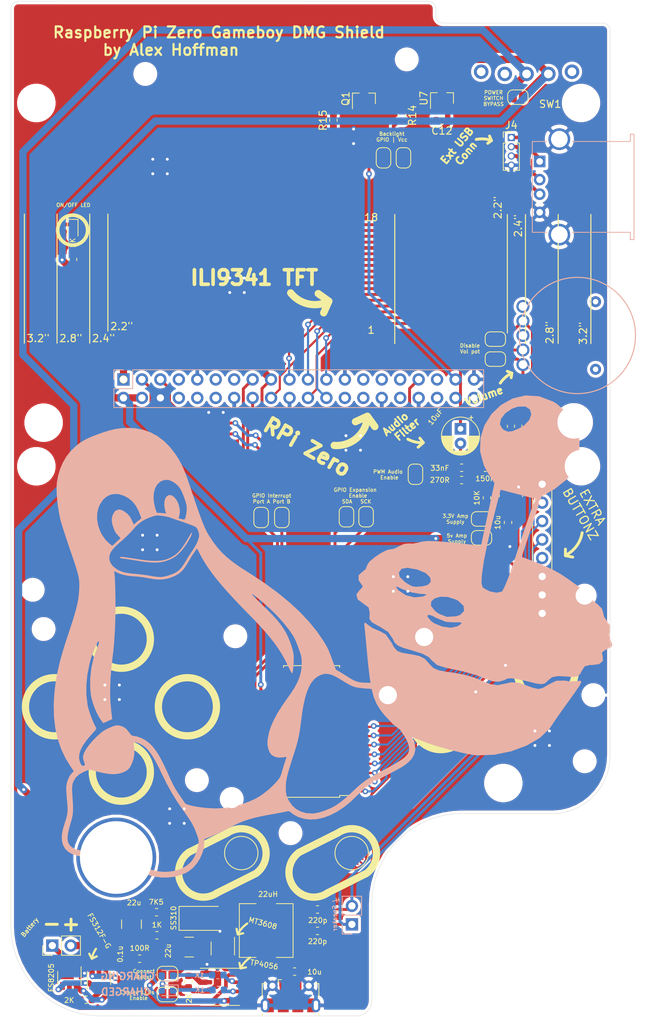
<source format=kicad_pcb>
(kicad_pcb (version 20171130) (host pcbnew 5.1.5)
  (layers (0 F.Cu signal) (31 B.Cu signal) (34 B.Paste user) (35 F.Paste user) (36 B.SilkS user) (37 F.SilkS user) (38 B.Mask user) (39 F.Mask user) (44 Edge.Cuts user))
  (net 0 "")
  (net 1 "Net-(C1-Pad1)")
  (net 2 GND)
  (net 3 +5V)
  (net 4 "Net-(J3-Pad2)")
  (net 5 "Net-(J3-Pad1)")
  (net 6 /A)
  (net 7 /B)
  (net 8 /UP)
  (net 9 /LEFT)
  (net 10 /RIGHT)
  (net 11 /DOWN)
  (net 12 /SELECT)
  (net 13 "Net-(U1-Pad11)")
  (net 14 "Net-(U1-Pad14)")
  (net 15 /START)
  (net 16 +3V3)
  (net 17 "Net-(J5-Pad7)")
  (net 18 "Net-(J5-Pad8)")
  (net 19 "Net-(J5-Pad10)")
  (net 20 "Net-(J5-Pad11)")
  (net 21 "Net-(J5-Pad12)")
  (net 22 "Net-(J5-Pad13)")
  (net 23 "Net-(J5-Pad26)")
  (net 24 "Net-(J5-Pad27)")
  (net 25 "Net-(J5-Pad28)")
  (net 26 "Net-(J5-Pad29)")
  (net 27 "Net-(J5-Pad31)")
  (net 28 "Net-(J5-Pad32)")
  (net 29 "Net-(J5-Pad33)")
  (net 30 "Net-(J5-Pad35)")
  (net 31 "Net-(J5-Pad36)")
  (net 32 "Net-(J5-Pad38)")
  (net 33 "Net-(J5-Pad40)")
  (net 34 /TFT_DC)
  (net 35 /TFT_MOSI)
  (net 36 /TFT_MISO)
  (net 37 /TFT_RESET)
  (net 38 /TFT_SCK)
  (net 39 /TFT_CS)
  (net 40 /GPIO_INTA)
  (net 41 /GPIO_INTB)
  (net 42 /GPIO_SDA)
  (net 43 /GPIO_SCK)
  (net 44 /GPIO_SDA_PI)
  (net 45 /GPIO_SCK_PI)
  (net 46 /GPIO_INTA_PI)
  (net 47 /GPIO_INTB_PI)
  (net 48 /TFT_BACKLIGHT_GPIO)
  (net 49 "Net-(D1-Pad2)")
  (net 50 "Net-(C3-Pad1)")
  (net 51 /TP4056_LIPO_BOOST/BAT-)
  (net 52 "Net-(C4-Pad1)")
  (net 53 "Net-(C5-Pad1)")
  (net 54 "Net-(D3-Pad1)")
  (net 55 "Net-(D3-Pad2)")
  (net 56 "Net-(D4-Pad1)")
  (net 57 "Net-(J7-Pad2)")
  (net 58 "Net-(J7-Pad4)")
  (net 59 "Net-(J7-Pad3)")
  (net 60 /TP4056_LIPO_BOOST/BAT+)
  (net 61 "Net-(D5-Pad2)")
  (net 62 "Net-(R4-Pad2)")
  (net 63 "Net-(R5-Pad1)")
  (net 64 "Net-(R6-Pad1)")
  (net 65 "Net-(R8-Pad1)")
  (net 66 "Net-(U3-Pad4)")
  (net 67 "Net-(U3-Pad3)")
  (net 68 "Net-(U3-Pad1)")
  (net 69 "Net-(U4-Pad2)")
  (net 70 "Net-(U4-Pad5)")
  (net 71 "Net-(U5-Pad6)")
  (net 72 "Net-(R10-Pad1)")
  (net 73 "Net-(J3-Pad3)")
  (net 74 "Net-(J3-Pad4)")
  (net 75 "Net-(J3-Pad5)")
  (net 76 "Net-(J3-Pad6)")
  (net 77 "Net-(J3-Pad7)")
  (net 78 "Net-(J3-Pad8)")
  (net 79 /TP4056_LIPO_BOOST/5V_BOOST)
  (net 80 /PWM_AUDIO_OUT)
  (net 81 "Net-(C7-Pad1)")
  (net 82 "Net-(C7-Pad2)")
  (net 83 "Net-(C8-Pad1)")
  (net 84 /audio/Audio_Vdd)
  (net 85 "Net-(C10-Pad1)")
  (net 86 "Net-(C11-Pad1)")
  (net 87 "Net-(R11-Pad1)")
  (net 88 "Net-(R12-Pad2)")
  (net 89 "Net-(R13-Pad2)")
  (net 90 "Net-(U6-Pad2)")
  (net 91 "Net-(C2-Pad1)")
  (net 92 "Net-(C8-Pad2)")
  (net 93 "Net-(P1-Pad3)")
  (net 94 "Net-(P1-Pad5)")
  (net 95 "Net-(SW1-Pad3)")
  (net 96 "Net-(J2-Pad1)")
  (net 97 "Net-(J2-Pad2)")
  (net 98 "Net-(J2-Pad3)")
  (net 99 /MSP_LCD/3.3_REG)
  (net 100 /MSP_LCD/LED-K)
  (net 101 "Net-(Q1-Pad2)")
  (net 102 "Net-(Q1-Pad3)")
  (net 103 /MSP_LCD/TFT_BACKLIGHT)
  (module pad:Tux (layer B.Cu) (at 102.6 100.85 200)
    (fp_text reference G*** hide)
    (fp_text value LOGO hide)
  )
  (module Package_SO:MSOP-8_3x3mm_P0.65mm (layer F.Cu) (at 147.85 79.8 270)
    (fp_text reference U6 hide)
    (fp_text value PAM8302AAS (at -7.15 -4.75 295) (layer F.SilkS) (effects (font (size 0.7 0.7) (thickness 0.12))))
    (pad 8 smd roundrect (at 2.1125 -0.975 270) (size 1.625 0.5) (layers F.Cu F.Paste F.Mask) (net 86 "Net-(C11-Pad1)"))
    (pad 7 smd roundrect (at 2.1125 -0.325 270) (size 1.625 0.5) (layers F.Cu F.Paste F.Mask) (net 2 GND))
    (pad 6 smd roundrect (at 2.1125 0.325 270) (size 1.625 0.5) (layers F.Cu F.Paste F.Mask) (net 84 /audio/Audio_Vdd))
    (pad 5 smd roundrect (at 2.1125 0.975 270) (size 1.625 0.5) (layers F.Cu F.Paste F.Mask) (net 85 "Net-(C10-Pad1)"))
    (pad 4 smd roundrect (at -2.1125 0.975 270) (size 1.625 0.5) (layers F.Cu F.Paste F.Mask) (net 88 "Net-(R12-Pad2)"))
    (pad 3 smd roundrect (at -2.1125 0.325 270) (size 1.625 0.5) (layers F.Cu F.Paste F.Mask) (net 87 "Net-(R11-Pad1)"))
    (pad 2 smd roundrect (at -2.1125 -0.325 270) (size 1.625 0.5) (layers F.Cu F.Paste F.Mask) (net 90 "Net-(U6-Pad2)"))
    (pad 1 smd roundrect (at -2.1125 -0.975 270) (size 1.625 0.5) (layers F.Cu F.Paste F.Mask) (net 89 "Net-(R13-Pad2)"))
  )
  (module MountingHole:MountingHole_2.5mm (layer F.Cu) (at 93.5 130.95)
    (fp_text reference REF** hide)
    (fp_text value MountingHole_2.5mm hide)
    (pad "" np_thru_hole circle (at 0 0) (size 11 11) (drill 10) (layers *.Cu *.Mask))
  )
  (module Connector_PinHeader_2.54mm:PinHeader_2x20_P2.54mm_Vertical (layer B.Cu) (at 94.5 65.15 270)
    (fp_text reference J5 hide)
    (fp_text value Raspberry_Pi_2_3 hide)
    (pad 40 thru_hole oval (at 2.54 -48.26 270) (size 1.7 1.7) (drill 1) (layers *.Cu *.Mask) (net 33 "Net-(J5-Pad40)"))
    (pad 39 thru_hole oval (at 0 -48.26 270) (size 1.7 1.7) (drill 1) (layers *.Cu *.Mask) (net 2 GND))
    (pad 38 thru_hole oval (at 2.54 -45.72 270) (size 1.7 1.7) (drill 1) (layers *.Cu *.Mask) (net 32 "Net-(J5-Pad38)"))
    (pad 37 thru_hole oval (at 0 -45.72 270) (size 1.7 1.7) (drill 1) (layers *.Cu *.Mask) (net 48 /TFT_BACKLIGHT_GPIO))
    (pad 36 thru_hole oval (at 2.54 -43.18 270) (size 1.7 1.7) (drill 1) (layers *.Cu *.Mask) (net 31 "Net-(J5-Pad36)"))
    (pad 35 thru_hole oval (at 0 -43.18 270) (size 1.7 1.7) (drill 1) (layers *.Cu *.Mask) (net 30 "Net-(J5-Pad35)"))
    (pad 34 thru_hole oval (at 2.54 -40.64 270) (size 1.7 1.7) (drill 1) (layers *.Cu *.Mask) (net 2 GND))
    (pad 33 thru_hole oval (at 0 -40.64 270) (size 1.7 1.7) (drill 1) (layers *.Cu *.Mask) (net 29 "Net-(J5-Pad33)"))
    (pad 32 thru_hole oval (at 2.54 -38.1 270) (size 1.7 1.7) (drill 1) (layers *.Cu *.Mask) (net 28 "Net-(J5-Pad32)"))
    (pad 31 thru_hole oval (at 0 -38.1 270) (size 1.7 1.7) (drill 1) (layers *.Cu *.Mask) (net 27 "Net-(J5-Pad31)"))
    (pad 30 thru_hole oval (at 2.54 -35.56 270) (size 1.7 1.7) (drill 1) (layers *.Cu *.Mask) (net 2 GND))
    (pad 29 thru_hole oval (at 0 -35.56 270) (size 1.7 1.7) (drill 1) (layers *.Cu *.Mask) (net 26 "Net-(J5-Pad29)"))
    (pad 28 thru_hole oval (at 2.54 -33.02 270) (size 1.7 1.7) (drill 1) (layers *.Cu *.Mask) (net 25 "Net-(J5-Pad28)"))
    (pad 27 thru_hole oval (at 0 -33.02 270) (size 1.7 1.7) (drill 1) (layers *.Cu *.Mask) (net 24 "Net-(J5-Pad27)"))
    (pad 26 thru_hole oval (at 2.54 -30.48 270) (size 1.7 1.7) (drill 1) (layers *.Cu *.Mask) (net 23 "Net-(J5-Pad26)"))
    (pad 25 thru_hole oval (at 0 -30.48 270) (size 1.7 1.7) (drill 1) (layers *.Cu *.Mask) (net 2 GND))
    (pad 24 thru_hole oval (at 2.54 -27.94 270) (size 1.7 1.7) (drill 1) (layers *.Cu *.Mask) (net 39 /TFT_CS))
    (pad 23 thru_hole oval (at 0 -27.94 270) (size 1.7 1.7) (drill 1) (layers *.Cu *.Mask) (net 38 /TFT_SCK))
    (pad 22 thru_hole oval (at 2.54 -25.4 270) (size 1.7 1.7) (drill 1) (layers *.Cu *.Mask) (net 37 /TFT_RESET))
    (pad 21 thru_hole oval (at 0 -25.4 270) (size 1.7 1.7) (drill 1) (layers *.Cu *.Mask) (net 36 /TFT_MISO))
    (pad 20 thru_hole oval (at 2.54 -22.86 270) (size 1.7 1.7) (drill 1) (layers *.Cu *.Mask) (net 2 GND))
    (pad 19 thru_hole oval (at 0 -22.86 270) (size 1.7 1.7) (drill 1) (layers *.Cu *.Mask) (net 35 /TFT_MOSI))
    (pad 18 thru_hole oval (at 2.54 -20.32 270) (size 1.7 1.7) (drill 1) (layers *.Cu *.Mask) (net 34 /TFT_DC))
    (pad 17 thru_hole oval (at 0 -20.32 270) (size 1.7 1.7) (drill 1) (layers *.Cu *.Mask) (net 16 +3V3))
    (pad 16 thru_hole oval (at 2.54 -17.78 270) (size 1.7 1.7) (drill 1) (layers *.Cu *.Mask) (net 47 /GPIO_INTB_PI))
    (pad 15 thru_hole oval (at 0 -17.78 270) (size 1.7 1.7) (drill 1) (layers *.Cu *.Mask) (net 46 /GPIO_INTA_PI))
    (pad 14 thru_hole oval (at 2.54 -15.24 270) (size 1.7 1.7) (drill 1) (layers *.Cu *.Mask) (net 2 GND))
    (pad 13 thru_hole oval (at 0 -15.24 270) (size 1.7 1.7) (drill 1) (layers *.Cu *.Mask) (net 22 "Net-(J5-Pad13)"))
    (pad 12 thru_hole oval (at 2.54 -12.7 270) (size 1.7 1.7) (drill 1) (layers *.Cu *.Mask) (net 21 "Net-(J5-Pad12)"))
    (pad 11 thru_hole oval (at 0 -12.7 270) (size 1.7 1.7) (drill 1) (layers *.Cu *.Mask) (net 20 "Net-(J5-Pad11)"))
    (pad 10 thru_hole oval (at 2.54 -10.16 270) (size 1.7 1.7) (drill 1) (layers *.Cu *.Mask) (net 19 "Net-(J5-Pad10)"))
    (pad 9 thru_hole oval (at 0 -10.16 270) (size 1.7 1.7) (drill 1) (layers *.Cu *.Mask) (net 2 GND))
    (pad 8 thru_hole oval (at 2.54 -7.62 270) (size 1.7 1.7) (drill 1) (layers *.Cu *.Mask) (net 18 "Net-(J5-Pad8)"))
    (pad 7 thru_hole oval (at 0 -7.62 270) (size 1.7 1.7) (drill 1) (layers *.Cu *.Mask) (net 17 "Net-(J5-Pad7)"))
    (pad 6 thru_hole oval (at 2.54 -5.08 270) (size 1.7 1.7) (drill 1) (layers *.Cu *.Mask) (net 2 GND))
    (pad 5 thru_hole oval (at 0 -5.08 270) (size 1.7 1.7) (drill 1) (layers *.Cu *.Mask) (net 45 /GPIO_SCK_PI))
    (pad 4 thru_hole oval (at 2.54 -2.54 270) (size 1.7 1.7) (drill 1) (layers *.Cu *.Mask) (net 3 +5V))
    (pad 3 thru_hole oval (at 0 -2.54 270) (size 1.7 1.7) (drill 1) (layers *.Cu *.Mask) (net 44 /GPIO_SDA_PI))
    (pad 2 thru_hole oval (at 2.54 0 270) (size 1.7 1.7) (drill 1) (layers *.Cu *.Mask) (net 3 +5V))
    (pad 1 thru_hole rect (at 0 0 270) (size 1.7 1.7) (drill 1) (layers *.Cu *.Mask) (net 16 +3V3))
  )
  (module pad:MSP_TFT_LCD (layer F.Cu) (at 138.85 57.45 180)
    (fp_text reference LCD1 hide)
    (fp_text value MSP_TFT_LCD hide)
    (fp_text user 2.4" (at -10 13.45 90) (layer F.SilkS))
    (fp_text user 2.2" (at -7.2 15.95 90) (layer F.SilkS))
    (fp_text user 2.4" (at 47.1 -2.05) (layer F.SilkS))
    (fp_text user 2.2" (at 44.6 -0.4) (layer F.SilkS))
    (fp_text user 2.8" (at -14.35 -1.25 90) (layer F.SilkS))
    (fp_text user 2.8" (at 51.6 -2.05) (layer F.SilkS))
    (fp_text user 3.2" (at 56.1 -2.05) (layer F.SilkS))
    (fp_text user 3.2" (at -18.95 -1.35 90) (layer F.SilkS))
    (fp_text user 1 (at 10.25 -0.9) (layer F.SilkS))
    (fp_text user 18 (at 10.25 14.6) (layer F.SilkS))
    (pad 1 smd rect (at 2 0 180) (size 21 0.4) (layers F.Cu F.Paste F.Mask) (net 2 GND))
    (pad 2 smd rect (at 2 0.8 180) (size 21 0.4) (layers F.Cu F.Paste F.Mask) (net 37 /TFT_RESET))
    (pad 3 smd rect (at 2 1.6 180) (size 21 0.4) (layers F.Cu F.Paste F.Mask) (net 38 /TFT_SCK))
    (pad 4 smd rect (at 2 2.4 180) (size 21 0.4) (layers F.Cu F.Paste F.Mask) (net 34 /TFT_DC))
    (pad 5 smd rect (at 2 3.2 180) (size 21 0.4) (layers F.Cu F.Paste F.Mask) (net 39 /TFT_CS))
    (pad 6 smd rect (at 2 4 180) (size 21 0.4) (layers F.Cu F.Paste F.Mask) (net 35 /TFT_MOSI))
    (pad 7 smd rect (at 0 4.8 180) (size 25 0.4) (layers F.Cu F.Paste F.Mask) (net 36 /TFT_MISO))
    (pad 8 smd rect (at 0 5.6 180) (size 25 0.4) (layers F.Cu F.Paste F.Mask) (net 2 GND))
    (pad 9 smd rect (at 0 6.4 180) (size 25 0.4) (layers F.Cu F.Paste F.Mask) (net 99 /MSP_LCD/3.3_REG))
    (pad 10 smd rect (at 0 7.2 180) (size 25 0.4) (layers F.Cu F.Paste F.Mask) (net 99 /MSP_LCD/3.3_REG))
    (pad 11 smd rect (at 0 8 180) (size 25 0.4) (layers F.Cu F.Paste F.Mask) (net 100 /MSP_LCD/LED-K))
    (pad 12 smd rect (at 0 8.8 180) (size 25 0.4) (layers F.Cu F.Paste F.Mask) (net 100 /MSP_LCD/LED-K))
    (pad 13 smd rect (at 0 9.6 180) (size 25 0.4) (layers F.Cu F.Paste F.Mask) (net 100 /MSP_LCD/LED-K))
    (pad 14 smd rect (at 0 10.4 180) (size 25 0.4) (layers F.Cu F.Paste F.Mask) (net 100 /MSP_LCD/LED-K))
    (pad 15 smd rect (at 0 11.2 180) (size 25 0.4) (layers F.Cu F.Paste F.Mask))
    (pad 16 smd rect (at 2 12 180) (size 21 0.4) (layers F.Cu F.Paste F.Mask))
    (pad 17 smd rect (at 2 12.8 180) (size 21 0.4) (layers F.Cu F.Paste F.Mask))
    (pad 18 smd rect (at 2 13.6 180) (size 21 0.4) (layers F.Cu F.Paste F.Mask))
  )
  (module Connector_PinHeader_1.27mm:PinHeader_1x04_P1.27mm_Vertical (layer F.Cu) (at 147.9 31.85)
    (fp_text reference J4 (at 0 -1.695) (layer F.SilkS))
    (fp_text value Conn_01x04 hide)
    (pad 4 thru_hole oval (at 0 3.81) (size 1 1) (drill 0.65) (layers *.Cu *.Mask) (net 2 GND))
    (pad 3 thru_hole oval (at 0 2.54) (size 1 1) (drill 0.65) (layers *.Cu *.Mask) (net 98 "Net-(J2-Pad3)"))
    (pad 2 thru_hole oval (at 0 1.27) (size 1 1) (drill 0.65) (layers *.Cu *.Mask) (net 97 "Net-(J2-Pad2)"))
    (pad 1 thru_hole rect (at 0 0) (size 1 1) (drill 0.65) (layers *.Cu *.Mask) (net 96 "Net-(J2-Pad1)"))
  )
  (module LED_SMD:LED_0603_1608Metric (layer F.Cu) (at 87.5 44.6 270)
    (fp_text reference D1 hide)
    (fp_text value LED hide)
    (pad 1 smd roundrect (at -0.7875 0 270) (size 0.875 0.95) (layers F.Cu F.Paste F.Mask) (net 2 GND))
    (pad 2 smd roundrect (at 0.7875 0 270) (size 0.875 0.95) (layers F.Cu F.Paste F.Mask) (net 49 "Net-(D1-Pad2)"))
  )
  (module MountingHole:MountingHole_2.5mm (layer F.Cu) (at 133.5 21.1)
    (fp_text reference REF** hide)
    (fp_text value MountingHole_2.5mm hide)
    (pad 1 np_thru_hole circle (at 0 0) (size 2.5 2.5) (drill 2.5) (layers *.Cu *.Mask))
  )
  (module MountingHole:MountingHole_2.5mm (layer F.Cu) (at 97.5 23.1)
    (fp_text reference REF** hide)
    (fp_text value MountingHole_2.5mm hide)
    (pad 1 np_thru_hole circle (at 0 0) (size 2.5 2.5) (drill 2.5) (layers *.Cu *.Mask))
  )
  (module MountingHole:MountingHole_4.5mm (layer F.Cu) (at 157.5 27.1)
    (fp_text reference REF** hide)
    (fp_text value MountingHole_4.5mm hide)
    (pad 1 np_thru_hole circle (at 0 0) (size 4.5 4.5) (drill 4.5) (layers *.Cu *.Mask))
  )
  (module MountingHole:MountingHole_4.5mm (layer F.Cu) (at 82.5 27.1)
    (fp_text reference REF** hide)
    (fp_text value MountingHole_4.5mm hide)
    (pad 1 np_thru_hole circle (at 0 0) (size 4.5 4.5) (drill 4.5) (layers *.Cu *.Mask))
  )
  (module MountingHole:MountingHole_4.5mm (layer F.Cu) (at 156.5 71.05)
    (fp_text reference REF** hide)
    (fp_text value MountingHole_4.5mm hide)
    (pad 1 np_thru_hole circle (at 0 0) (size 4.5 4.5) (drill 4.5) (layers *.Cu *.Mask))
  )
  (module MountingHole:MountingHole_4.5mm (layer F.Cu) (at 157.5 77.1)
    (fp_text reference REF** hide)
    (fp_text value MountingHole_4.5mm hide)
    (pad 1 np_thru_hole circle (at 0 0) (size 4.5 4.5) (drill 4.5) (layers *.Cu *.Mask))
  )
  (module MountingHole:MountingHole_4.5mm (layer F.Cu) (at 83.5 71.1)
    (fp_text reference REF** hide)
    (fp_text value MountingHole_4.5mm hide)
    (pad 1 np_thru_hole circle (at 0 0) (size 4.5 4.5) (drill 4.5) (layers *.Cu *.Mask))
  )
  (module Capacitor_SMD:C_0603_1608Metric (layer F.Cu) (at 118.0625 146.65)
    (fp_text reference C5 hide)
    (fp_text value 10u (at 2.7375 0.05) (layer F.SilkS) (effects (font (size 0.7 0.7) (thickness 0.12))))
    (pad 2 smd roundrect (at 0.7875 0) (size 0.875 0.95) (layers F.Cu F.Paste F.Mask) (net 2 GND))
    (pad 1 smd roundrect (at -0.7875 0) (size 0.875 0.95) (layers F.Cu F.Paste F.Mask) (net 53 "Net-(C5-Pad1)"))
  )
  (module pad:GAMEBOY_BUTTON_PAD-DUAL_D4MM (layer F.Cu) (at 105.5 133)
    (fp_text reference SELECT1 hide)
    (fp_text value SW_Push hide)
    (fp_line (start 0.987369 -1.592737) (end 1.099623 -1.70499) (layer F.Cu) (width 0.0762))
    (fp_line (start 1.324129 -1.70499) (end 1.211876 -1.592737) (layer F.Cu) (width 0.381))
    (fp_line (start 1.436382 -1.592737) (end 1.324129 -1.70499) (layer F.Cu) (width 0.381))
    (fp_arc (start -0.131889 -0.025957) (end 1.436382 -1.592737) (angle 158.962489) (layer F.Cu) (width 0.381))
    (fp_line (start -1.369948 1.662606) (end -1.257695 1.550353) (layer F.Cu) (width 0.0762))
    (fp_line (start -1.594454 1.662606) (end -1.482201 1.550353) (layer F.Cu) (width 0.381))
    (fp_line (start -1.706707 1.550353) (end -1.594454 1.662606) (layer F.Cu) (width 0.381))
    (fp_arc (start -0.138436 -0.016427) (end -1.706707 1.550353) (angle 158.962489) (layer F.Cu) (width 0.381))
    (fp_line (start 1.043496 -1.53661) (end 2.053775 -0.526331) (layer F.Cu) (width 0.254))
    (fp_line (start -0.977062 1.157467) (end -0.528049 1.606479) (layer F.Cu) (width 0.254))
    (fp_line (start 0.594483 2.055492) (end -0.303542 1.157467) (layer F.Cu) (width 0.254))
    (fp_line (start 1.043496 -0.863091) (end 1.492509 -0.414078) (layer F.Cu) (width 0.254))
    (fp_line (start 1.941522 0.708454) (end 1.043496 -0.189572) (layer F.Cu) (width 0.254))
    (fp_line (start 1.380256 1.494226) (end 0.369977 0.483947) (layer F.Cu) (width 0.254))
    (fp_line (start -0.303542 0.483947) (end 0.706736 1.494226) (layer F.Cu) (width 0.254))
    (fp_line (start 0.369977 -0.189572) (end 1.380256 0.820707) (layer F.Cu) (width 0.254))
    (fp_line (start -1.313821 1.494226) (end -2.211847 0.596201) (layer F.Cu) (width 0.254))
    (fp_line (start 0.706736 -1.199851) (end 0.257724 -1.648863) (layer F.Cu) (width 0.254))
    (fp_line (start 0.033217 -1.199851) (end -0.864808 -2.097876) (layer F.Cu) (width 0.254))
    (fp_line (start 0.033217 -0.526331) (end -0.864808 -1.424357) (layer F.Cu) (width 0.254))
    (fp_line (start -0.640302 -0.526331) (end -1.650581 -1.53661) (layer F.Cu) (width 0.254))
    (fp_line (start -0.640302 0.147188) (end -1.538328 -0.750838) (layer F.Cu) (width 0.254))
    (fp_line (start -1.313821 0.147188) (end -2.211847 -0.750838) (layer F.Cu) (width 0.254))
    (fp_line (start -1.313821 0.820707) (end -1.762834 0.371694) (layer F.Cu) (width 0.254))
    (fp_line (start 0.369977 -0.189572) (end 1.043496 -0.863091) (layer F.Cu) (width 0.254))
    (fp_line (start -0.303542 0.483947) (end 0.369977 -0.189572) (layer F.Cu) (width 0.254))
    (fp_line (start -0.977062 1.157467) (end -0.303542 0.483947) (layer F.Cu) (width 0.254))
    (fp_line (start -1.313821 1.494226) (end -0.977062 1.157467) (layer F.Cu) (width 0.254))
    (fp_line (start -0.640302 0.147188) (end -1.313821 0.820707) (layer F.Cu) (width 0.254))
    (fp_line (start 0.033217 -0.526331) (end -0.640302 0.147188) (layer F.Cu) (width 0.254))
    (fp_line (start 0.706736 -1.199851) (end 0.033217 -0.526331) (layer F.Cu) (width 0.254))
    (fp_line (start 1.043496 -1.53661) (end 0.706736 -1.199851) (layer F.Cu) (width 0.254))
    (fp_line (start 5.046458 -2.156053) (end 6.056736 -1.145774) (layer F.Cu) (width 0.254))
    (fp_line (start 7.291522 -1.931546) (end 6.393496 -2.829572) (layer F.Cu) (width 0.254))
    (fp_line (start 6.393496 -4.17661) (end 6.056736 -3.839851) (layer F.Cu) (width 0.254))
    (fp_line (start 4.036179 -1.145774) (end 3.138153 -2.043799) (layer F.Cu) (width 0.254))
    (fp_line (start 5.046458 -2.156053) (end 5.719977 -2.829572) (layer F.Cu) (width 0.254))
    (fp_line (start 5.383217 -3.839851) (end 4.485192 -4.737876) (layer F.Cu) (width 0.254))
    (fp_line (start 6.730256 -1.145774) (end 5.719977 -2.156053) (layer F.Cu) (width 0.254))
    (fp_line (start 4.036179 -1.819293) (end 3.587166 -2.268306) (layer F.Cu) (width 0.254))
    (fp_line (start 3.755546 -0.977394) (end 3.867799 -1.089647) (layer F.Cu) (width 0.381))
    (fp_line (start 3.643293 -1.089647) (end 3.755546 -0.977394) (layer F.Cu) (width 0.381))
    (fp_arc (start 5.211564 -2.656427) (end 3.643293 -1.089647) (angle 158.962489) (layer F.Cu) (width 0.381))
    (fp_line (start 4.709698 -3.166331) (end 3.699419 -4.17661) (layer F.Cu) (width 0.254))
    (fp_line (start 4.709698 -2.492812) (end 3.811672 -3.390838) (layer F.Cu) (width 0.254))
    (fp_line (start 6.393496 -3.503091) (end 6.842509 -3.054078) (layer F.Cu) (width 0.254))
    (fp_line (start 5.944483 -0.584508) (end 5.046458 -1.482533) (layer F.Cu) (width 0.254))
    (fp_line (start 4.372938 -1.482533) (end 4.821951 -1.033521) (layer F.Cu) (width 0.254))
    (fp_line (start 4.036179 -1.145774) (end 4.372938 -1.482533) (layer F.Cu) (width 0.254))
    (fp_line (start 5.383217 -3.166331) (end 4.485192 -4.064357) (layer F.Cu) (width 0.254))
    (fp_line (start 6.786382 -4.232737) (end 6.674129 -4.34499) (layer F.Cu) (width 0.381))
    (fp_arc (start 5.218111 -2.665957) (end 6.786382 -4.232737) (angle 158.962489) (layer F.Cu) (width 0.381))
    (fp_line (start 6.337369 -4.232737) (end 6.449623 -4.34499) (layer F.Cu) (width 0.0762))
    (fp_line (start 6.056736 -3.839851) (end 5.607724 -4.288863) (layer F.Cu) (width 0.254))
    (fp_line (start 5.719977 -2.829572) (end 6.730256 -1.819293) (layer F.Cu) (width 0.254))
    (fp_line (start 6.393496 -4.17661) (end 7.403775 -3.166331) (layer F.Cu) (width 0.254))
    (fp_line (start 6.674129 -4.34499) (end 6.561876 -4.232737) (layer F.Cu) (width 0.381))
    (fp_line (start 3.980052 -0.977394) (end 4.092305 -1.089647) (layer F.Cu) (width 0.0762))
    (fp_line (start 5.383217 -3.166331) (end 4.709698 -2.492812) (layer F.Cu) (width 0.254))
    (fp_line (start 5.719977 -2.829572) (end 6.393496 -3.503091) (layer F.Cu) (width 0.254))
    (fp_line (start 6.056736 -3.839851) (end 5.383217 -3.166331) (layer F.Cu) (width 0.254))
    (fp_line (start 4.372938 -1.482533) (end 5.046458 -2.156053) (layer F.Cu) (width 0.254))
    (fp_line (start 4.036179 -2.492812) (end 3.138153 -3.390838) (layer F.Cu) (width 0.254))
    (fp_line (start 4.709698 -2.492812) (end 4.036179 -1.819293) (layer F.Cu) (width 0.254))
    (fp_line (start 0.75 -2.07) (end 1.29 -2.61) (layer F.Cu) (width 0.3))
    (fp_line (start 1.29 -2.61) (end 3.05 -2.61) (layer F.Cu) (width 0.3))
    (fp_line (start 2.66 -0.48) (end 4.74 -0.48) (layer F.Cu) (width 0.3))
    (fp_line (start 2.13 0.05) (end 2.67 -0.49) (layer F.Cu) (width 0.3))
    (pad 2 smd roundrect (at -2.01 1.65 45) (size 1 1) (layers F.Cu F.Paste F.Mask) (net 2 GND))
    (pad 1 smd roundrect (at 7.16 -4.37 45) (size 1 1) (layers F.Cu F.Paste F.Mask) (net 12 /SELECT))
  )
  (module Jumper:SolderJumper-2_P1.3mm_Bridged_RoundedPad1.0x1.5mm (layer F.Cu) (at 143.8 86.95)
    (fp_text reference JP13 hide)
    (fp_text value SolderJumper_2_Bridged hide)
    (fp_poly (pts (xy 0.25 -0.3) (xy -0.25 -0.3) (xy -0.25 0.3) (xy 0.25 0.3)) (layer F.Cu) (width 0))
    (pad 2 smd custom (at 0.65 0) (size 1 0.5) (layers F.Cu F.Mask) (net 84 /audio/Audio_Vdd) (options (clearance outline) (anchor rect)) (primitives (gr_circle (center 0 0.25) (end 0.5 0.25) (width 0)) (gr_circle (center 0 -0.25) (end 0.5 -0.25) (width 0)) (gr_poly (pts (xy 0 -0.75) (xy -0.5 -0.75) (xy -0.5 0.75) (xy 0 0.75)) (width 0))))
    (pad 1 smd custom (at -0.65 0) (size 1 0.5) (layers F.Cu F.Mask) (net 3 +5V) (options (clearance outline) (anchor rect)) (primitives (gr_circle (center 0 0.25) (end 0.5 0.25) (width 0)) (gr_circle (center 0 -0.25) (end 0.5 -0.25) (width 0)) (gr_poly (pts (xy 0 -0.75) (xy 0.5 -0.75) (xy 0.5 0.75) (xy 0 0.75)) (width 0))))
  )
  (module Capacitor_SMD:C_0603_1608Metric (layer F.Cu) (at 121.2125 138.1 180)
    (fp_text reference C11 hide)
    (fp_text value 220p (at -0.0375 -1.5) (layer F.SilkS) (effects (font (size 0.7 0.7) (thickness 0.12))))
    (pad 1 smd roundrect (at -0.7875 0 180) (size 0.875 0.95) (layers F.Cu F.Paste F.Mask) (net 86 "Net-(C11-Pad1)"))
    (pad 2 smd roundrect (at 0.7875 0 180) (size 0.875 0.95) (layers F.Cu F.Paste F.Mask) (net 2 GND))
  )
  (module Capacitor_SMD:C_0603_1608Metric (layer F.Cu) (at 121.2125 141.05 180)
    (fp_text reference C10 hide)
    (fp_text value 220p (at 0 -1.45) (layer F.SilkS) (effects (font (size 0.7 0.7) (thickness 0.12))))
    (pad 1 smd roundrect (at -0.7875 0 180) (size 0.875 0.95) (layers F.Cu F.Paste F.Mask) (net 85 "Net-(C10-Pad1)"))
    (pad 2 smd roundrect (at 0.7875 0 180) (size 0.875 0.95) (layers F.Cu F.Paste F.Mask) (net 2 GND))
  )
  (module Capacitor_SMD:C_0603_1608Metric (layer F.Cu) (at 146.85 71.6 90)
    (fp_text reference C8 hide)
    (fp_text value 1u (at -0.05 -1.4 90) (layer F.SilkS) (effects (font (size 0.7 0.7) (thickness 0.12))))
    (pad 2 smd roundrect (at 0.7875 0 90) (size 0.875 0.95) (layers F.Cu F.Paste F.Mask) (net 92 "Net-(C8-Pad2)"))
    (pad 1 smd roundrect (at -0.7875 0 90) (size 0.875 0.95) (layers F.Cu F.Paste F.Mask) (net 83 "Net-(C8-Pad1)"))
  )
  (module Jumper:SolderJumper-2_P1.3mm_Open_RoundedPad1.0x1.5mm (layer F.Cu) (at 143.8 84.35 180)
    (fp_text reference JP12 hide)
    (fp_text value SolderJumper_2_Open hide)
    (pad 2 smd custom (at 0.65 0 180) (size 1 0.5) (layers F.Cu F.Mask) (net 16 +3V3) (options (clearance outline) (anchor rect)) (primitives (gr_circle (center 0 0.25) (end 0.5 0.25) (width 0)) (gr_circle (center 0 -0.25) (end 0.5 -0.25) (width 0)) (gr_poly (pts (xy 0 -0.75) (xy -0.5 -0.75) (xy -0.5 0.75) (xy 0 0.75)) (width 0))))
    (pad 1 smd custom (at -0.65 0 180) (size 1 0.5) (layers F.Cu F.Mask) (net 84 /audio/Audio_Vdd) (options (clearance outline) (anchor rect)) (primitives (gr_circle (center 0 0.25) (end 0.5 0.25) (width 0)) (gr_circle (center 0 -0.25) (end 0.5 -0.25) (width 0)) (gr_poly (pts (xy 0 -0.75) (xy 0.5 -0.75) (xy 0.5 0.75) (xy 0 0.75)) (width 0))))
  )
  (module Capacitor_SMD:C_0603_1608Metric (layer F.Cu) (at 147.45 84.8375 270)
    (fp_text reference C9 hide)
    (fp_text value 10u (at 0 1.43 90) (layer F.SilkS) (effects (font (size 0.7 0.7) (thickness 0.12))))
    (pad 2 smd roundrect (at 0.7875 0 270) (size 0.875 0.95) (layers F.Cu F.Paste F.Mask) (net 2 GND))
    (pad 1 smd roundrect (at -0.7875 0 270) (size 0.875 0.95) (layers F.Cu F.Paste F.Mask) (net 84 /audio/Audio_Vdd))
  )
  (module Jumper:SolderJumper-2_P1.3mm_Open_RoundedPad1.0x1.5mm (layer F.Cu) (at 145.7 59.6 180)
    (fp_text reference JP10 hide)
    (fp_text value SolderJumper_2_Open hide)
    (pad 2 smd custom (at 0.65 0 180) (size 1 0.5) (layers F.Cu F.Mask) (net 91 "Net-(C2-Pad1)") (options (clearance outline) (anchor rect)) (primitives (gr_circle (center 0 0.25) (end 0.5 0.25) (width 0)) (gr_circle (center 0 -0.25) (end 0.5 -0.25) (width 0)) (gr_poly (pts (xy 0 -0.75) (xy -0.5 -0.75) (xy -0.5 0.75) (xy 0 0.75)) (width 0))))
    (pad 1 smd custom (at -0.65 0 180) (size 1 0.5) (layers F.Cu F.Mask) (net 81 "Net-(C7-Pad1)") (options (clearance outline) (anchor rect)) (primitives (gr_circle (center 0 0.25) (end 0.5 0.25) (width 0)) (gr_circle (center 0 -0.25) (end 0.5 -0.25) (width 0)) (gr_poly (pts (xy 0 -0.75) (xy 0.5 -0.75) (xy 0.5 0.75) (xy 0 0.75)) (width 0))))
  )
  (module Capacitor_SMD:C_0603_1608Metric (layer F.Cu) (at 148.85 71.5875 270)
    (fp_text reference C7 hide)
    (fp_text value 1u (at 0.0125 -1.4 90) (layer F.SilkS) (effects (font (size 0.7 0.7) (thickness 0.12))))
    (pad 1 smd roundrect (at -0.7875 0 270) (size 0.875 0.95) (layers F.Cu F.Paste F.Mask) (net 81 "Net-(C7-Pad1)"))
    (pad 2 smd roundrect (at 0.7875 0 270) (size 0.875 0.95) (layers F.Cu F.Paste F.Mask) (net 82 "Net-(C7-Pad2)"))
  )
  (module Resistor_SMD:R_0603_1608Metric (layer F.Cu) (at 148.85 74.95 90)
    (fp_text reference R11 hide)
    (fp_text value 100R (at 0 1.4 90) (layer F.SilkS) (effects (font (size 0.7 0.7) (thickness 0.12))))
    (pad 1 smd roundrect (at -0.7875 0 90) (size 0.875 0.95) (layers F.Cu F.Paste F.Mask) (net 87 "Net-(R11-Pad1)"))
    (pad 2 smd roundrect (at 0.7875 0 90) (size 0.875 0.95) (layers F.Cu F.Paste F.Mask) (net 82 "Net-(C7-Pad2)"))
  )
  (module Resistor_SMD:R_0603_1608Metric (layer F.Cu) (at 146.85 74.95 270)
    (fp_text reference R12 hide)
    (fp_text value 100R (at 0 1.35 90) (layer F.SilkS) (effects (font (size 0.7 0.7) (thickness 0.12))))
    (pad 1 smd roundrect (at -0.7875 0 270) (size 0.875 0.95) (layers F.Cu F.Paste F.Mask) (net 83 "Net-(C8-Pad1)"))
    (pad 2 smd roundrect (at 0.7875 0 270) (size 0.875 0.95) (layers F.Cu F.Paste F.Mask) (net 88 "Net-(R12-Pad2)"))
  )
  (module Resistor_SMD:R_0603_1608Metric (layer F.Cu) (at 144.55 81.45 90)
    (fp_text reference R13 hide)
    (fp_text value 10K (at 0 -1.4 90) (layer F.SilkS) (effects (font (size 0.7 0.7) (thickness 0.12))))
    (pad 2 smd roundrect (at 0.7875 0 90) (size 0.875 0.95) (layers F.Cu F.Paste F.Mask) (net 89 "Net-(R13-Pad2)"))
    (pad 1 smd roundrect (at -0.7875 0 90) (size 0.875 0.95) (layers F.Cu F.Paste F.Mask) (net 84 /audio/Audio_Vdd))
  )
  (module Resistor_SMD:R_0603_1608Metric (layer F.Cu) (at 87.55 48.6375 90)
    (fp_text reference R1 hide)
    (fp_text value 1K (at 2.2875 -0.05 90) (layer F.SilkS) (effects (font (size 0.7 0.7) (thickness 0.12))))
    (pad 1 smd roundrect (at -0.7875 0 90) (size 0.875 0.95) (layers F.Cu F.Paste F.Mask) (net 3 +5V))
    (pad 2 smd roundrect (at 0.7875 0 90) (size 0.875 0.95) (layers F.Cu F.Paste F.Mask) (net 49 "Net-(D1-Pad2)"))
  )
  (module Connector_USB:USB_Micro-B_Molex-105017-0001 (layer F.Cu) (at 117.5 150.0625)
    (fp_text reference J7 hide)
    (fp_text value USB_B_Micro hide)
    (pad 6 smd rect (at 1 1.2375) (size 1.5 1.9) (layers F.Cu F.Paste F.Mask) (net 2 GND))
    (pad 6 thru_hole circle (at -2.5 -1.4625) (size 1.45 1.45) (drill 0.85) (layers *.Cu *.Mask) (net 2 GND))
    (pad 2 smd rect (at -0.65 -1.4625) (size 0.4 1.35) (layers F.Cu F.Paste F.Mask) (net 57 "Net-(J7-Pad2)"))
    (pad 1 smd rect (at -1.3 -1.4625) (size 0.4 1.35) (layers F.Cu F.Paste F.Mask) (net 53 "Net-(C5-Pad1)"))
    (pad 5 smd rect (at 1.3 -1.4625) (size 0.4 1.35) (layers F.Cu F.Paste F.Mask) (net 2 GND))
    (pad 4 smd rect (at 0.65 -1.4625) (size 0.4 1.35) (layers F.Cu F.Paste F.Mask) (net 58 "Net-(J7-Pad4)"))
    (pad 3 smd rect (at 0 -1.4625) (size 0.4 1.35) (layers F.Cu F.Paste F.Mask) (net 59 "Net-(J7-Pad3)"))
    (pad 6 thru_hole circle (at 2.5 -1.4625) (size 1.45 1.45) (drill 0.85) (layers *.Cu *.Mask) (net 2 GND))
    (pad 6 smd rect (at -1 1.2375) (size 1.5 1.9) (layers F.Cu F.Paste F.Mask) (net 2 GND))
    (pad 6 thru_hole oval (at -3.5 1.2375 180) (size 1.2 1.9) (drill oval 0.6 1.3) (layers *.Cu *.Mask) (net 2 GND))
    (pad 6 thru_hole oval (at 3.5 1.2375) (size 1.2 1.9) (drill oval 0.6 1.3) (layers *.Cu *.Mask) (net 2 GND))
    (pad 6 smd rect (at 2.9 1.2375) (size 1.2 1.9) (layers F.Cu F.Mask) (net 2 GND))
    (pad 6 smd rect (at -2.9 1.2375) (size 1.2 1.9) (layers F.Cu F.Mask) (net 2 GND))
  )
  (module Diode_SMD:D_SMA (layer F.Cu) (at 105.55 139.325)
    (fp_text reference D5 hide)
    (fp_text value SS310 (at -4.15 -0.05 90) (layer F.SilkS) (effects (font (size 0.7 0.7) (thickness 0.12))))
    (pad 1 smd rect (at -2 0) (size 2.5 1.8) (layers F.Cu F.Paste F.Mask) (net 79 /TP4056_LIPO_BOOST/5V_BOOST))
    (pad 2 smd rect (at 2 0) (size 2.5 1.8) (layers F.Cu F.Paste F.Mask) (net 61 "Net-(D5-Pad2)"))
  )
  (module pad:RetroPie_logo (layer B.Cu) (at 145.5 91.95 165)
    (fp_text reference G*** hide)
    (fp_text value LOGO hide)
  )
  (module MountingHole:MountingHole_2.5mm (layer F.Cu) (at 135.9 100.6)
    (fp_text reference REF** hide)
    (fp_text value MountingHole_2.5mm hide)
    (pad 1 np_thru_hole circle (at 0 0) (size 2.5 2.5) (drill 2.5) (layers *.Cu *.Mask))
  )
  (module MountingHole:MountingHole_2.5mm (layer F.Cu) (at 159.2 108.6)
    (fp_text reference REF** hide)
    (fp_text value MountingHole_2.5mm hide)
    (pad 1 np_thru_hole circle (at 0 0) (size 2.5 2.5) (drill 2.5) (layers *.Cu *.Mask))
  )
  (module Package_SO:SOIC-28W_7.5x17.9mm_P1.27mm (layer F.Cu) (at 120.4 113.6 180)
    (fp_text reference U1 hide)
    (fp_text value MCP23017_SO hide)
    (pad 28 smd roundrect (at 4.65 -8.255 180) (size 2.05 0.6) (layers F.Cu F.Paste F.Mask) (net 6 /A))
    (pad 27 smd roundrect (at 4.65 -6.985 180) (size 2.05 0.6) (layers F.Cu F.Paste F.Mask) (net 7 /B))
    (pad 26 smd roundrect (at 4.65 -5.715 180) (size 2.05 0.6) (layers F.Cu F.Paste F.Mask) (net 15 /START))
    (pad 25 smd roundrect (at 4.65 -4.445 180) (size 2.05 0.6) (layers F.Cu F.Paste F.Mask) (net 12 /SELECT))
    (pad 24 smd roundrect (at 4.65 -3.175 180) (size 2.05 0.6) (layers F.Cu F.Paste F.Mask) (net 11 /DOWN))
    (pad 23 smd roundrect (at 4.65 -1.905 180) (size 2.05 0.6) (layers F.Cu F.Paste F.Mask) (net 9 /LEFT))
    (pad 22 smd roundrect (at 4.65 -0.635 180) (size 2.05 0.6) (layers F.Cu F.Paste F.Mask) (net 10 /RIGHT))
    (pad 21 smd roundrect (at 4.65 0.635 180) (size 2.05 0.6) (layers F.Cu F.Paste F.Mask) (net 8 /UP))
    (pad 20 smd roundrect (at 4.65 1.905 180) (size 2.05 0.6) (layers F.Cu F.Paste F.Mask) (net 40 /GPIO_INTA))
    (pad 19 smd roundrect (at 4.65 3.175 180) (size 2.05 0.6) (layers F.Cu F.Paste F.Mask) (net 41 /GPIO_INTB))
    (pad 18 smd roundrect (at 4.65 4.445 180) (size 2.05 0.6) (layers F.Cu F.Paste F.Mask) (net 3 +5V))
    (pad 17 smd roundrect (at 4.65 5.715 180) (size 2.05 0.6) (layers F.Cu F.Paste F.Mask) (net 2 GND))
    (pad 16 smd roundrect (at 4.65 6.985 180) (size 2.05 0.6) (layers F.Cu F.Paste F.Mask) (net 2 GND))
    (pad 15 smd roundrect (at 4.65 8.255 180) (size 2.05 0.6) (layers F.Cu F.Paste F.Mask) (net 2 GND))
    (pad 14 smd roundrect (at -4.65 8.255 180) (size 2.05 0.6) (layers F.Cu F.Paste F.Mask) (net 14 "Net-(U1-Pad14)"))
    (pad 13 smd roundrect (at -4.65 6.985 180) (size 2.05 0.6) (layers F.Cu F.Paste F.Mask) (net 42 /GPIO_SDA))
    (pad 12 smd roundrect (at -4.65 5.715 180) (size 2.05 0.6) (layers F.Cu F.Paste F.Mask) (net 43 /GPIO_SCK))
    (pad 11 smd roundrect (at -4.65 4.445 180) (size 2.05 0.6) (layers F.Cu F.Paste F.Mask) (net 13 "Net-(U1-Pad11)"))
    (pad 10 smd roundrect (at -4.65 3.175 180) (size 2.05 0.6) (layers F.Cu F.Paste F.Mask) (net 2 GND))
    (pad 9 smd roundrect (at -4.65 1.905 180) (size 2.05 0.6) (layers F.Cu F.Paste F.Mask) (net 3 +5V))
    (pad 8 smd roundrect (at -4.65 0.635 180) (size 2.05 0.6) (layers F.Cu F.Paste F.Mask) (net 78 "Net-(J3-Pad8)"))
    (pad 7 smd roundrect (at -4.65 -0.635 180) (size 2.05 0.6) (layers F.Cu F.Paste F.Mask) (net 77 "Net-(J3-Pad7)"))
    (pad 6 smd roundrect (at -4.65 -1.905 180) (size 2.05 0.6) (layers F.Cu F.Paste F.Mask) (net 76 "Net-(J3-Pad6)"))
    (pad 5 smd roundrect (at -4.65 -3.175 180) (size 2.05 0.6) (layers F.Cu F.Paste F.Mask) (net 75 "Net-(J3-Pad5)"))
    (pad 4 smd roundrect (at -4.65 -4.445 180) (size 2.05 0.6) (layers F.Cu F.Paste F.Mask) (net 74 "Net-(J3-Pad4)"))
    (pad 3 smd roundrect (at -4.65 -5.715 180) (size 2.05 0.6) (layers F.Cu F.Paste F.Mask) (net 73 "Net-(J3-Pad3)"))
    (pad 2 smd roundrect (at -4.65 -6.985 180) (size 2.05 0.6) (layers F.Cu F.Paste F.Mask) (net 4 "Net-(J3-Pad2)"))
    (pad 1 smd roundrect (at -4.65 -8.255 180) (size 2.05 0.6) (layers F.Cu F.Paste F.Mask) (net 5 "Net-(J3-Pad1)"))
  )
  (module MountingHole:MountingHole_4.5mm (layer F.Cu) (at 82.5 77.1)
    (fp_text reference REF** hide)
    (fp_text value MountingHole_4.5mm hide)
    (pad 1 np_thru_hole circle (at 0 0) (size 4.5 4.5) (drill 4.5) (layers *.Cu *.Mask))
  )
  (module MountingHole:MountingHole_2.5mm (layer F.Cu) (at 117.5 127.6)
    (fp_text reference REF** hide)
    (fp_text value MountingHole_2.5mm hide)
    (pad 1 np_thru_hole circle (at 0 0) (size 2.5 2.5) (drill 2.5) (layers *.Cu *.Mask))
  )
  (module MountingHole:MountingHole_2.5mm (layer F.Cu) (at 104.6 120.3)
    (fp_text reference REF** hide)
    (fp_text value MountingHole_2.5mm hide)
    (pad 1 np_thru_hole circle (at 0 0) (size 2.5 2.5) (drill 2.5) (layers *.Cu *.Mask))
  )
  (module MountingHole:MountingHole_2.5mm (layer F.Cu) (at 109.4 122.9)
    (fp_text reference REF** hide)
    (fp_text value MountingHole_2.5mm hide)
    (pad 1 np_thru_hole circle (at 0 0) (size 2.5 2.5) (drill 2.5) (layers *.Cu *.Mask))
  )
  (module MountingHole:MountingHole_4.5mm (layer F.Cu) (at 146.8 120.7)
    (fp_text reference REF** hide)
    (fp_text value MountingHole_4.5mm hide)
    (pad 1 np_thru_hole circle (at 0 0) (size 4.5 4.5) (drill 4.5) (layers *.Cu *.Mask))
  )
  (module MountingHole:MountingHole_2.5mm (layer F.Cu) (at 130.9 108.6)
    (fp_text reference REF** hide)
    (fp_text value MountingHole_2.5mm hide)
    (pad 1 np_thru_hole circle (at 0 0) (size 2.5 2.5) (drill 2.5) (layers *.Cu *.Mask))
  )
  (module MountingHole:MountingHole_2.5mm (layer F.Cu) (at 109.9 100.5)
    (fp_text reference REF** hide)
    (fp_text value MountingHole_2.5mm hide)
    (pad 1 np_thru_hole circle (at 0 0) (size 2.5 2.5) (drill 2.5) (layers *.Cu *.Mask))
  )
  (module MountingHole:MountingHole_2.5mm (layer F.Cu) (at 83.5 99.5)
    (fp_text reference REF** hide)
    (fp_text value MountingHole_2.5mm hide)
    (pad 1 np_thru_hole circle (at 0 0) (size 2.5 2.5) (drill 2.5) (layers *.Cu *.Mask))
  )
  (module MountingHole:MountingHole_2.5mm (layer F.Cu) (at 82 94.1)
    (fp_text reference REF** hide)
    (fp_text value MountingHole_2.5mm hide)
    (pad 1 np_thru_hole circle (at 0 0) (size 2.5 2.5) (drill 2.5) (layers *.Cu *.Mask))
  )
  (module MountingHole:MountingHole_2.5mm (layer F.Cu) (at 158 117.7)
    (fp_text reference REF** hide)
    (fp_text value MountingHole_2.5mm hide)
    (pad 1 np_thru_hole circle (at 0 0) (size 2.5 2.5) (drill 2.5) (layers *.Cu *.Mask))
  )
  (module MountingHole:MountingHole_2.5mm (layer F.Cu) (at 158 94.9)
    (fp_text reference REF** hide)
    (fp_text value MountingHole_2.5mm hide)
    (pad 1 np_thru_hole circle (at 0 0) (size 2.5 2.5) (drill 2.5) (layers *.Cu *.Mask))
  )
  (module Jumper:SolderJumper-2_P1.3mm_Open_RoundedPad1.0x1.5mm (layer F.Cu) (at 127.9 84.05 270)
    (fp_text reference JP2 hide)
    (fp_text value SolderJumper_2_Open hide)
    (pad 2 smd custom (at 0.65 0 270) (size 1 0.5) (layers F.Cu F.Mask) (net 43 /GPIO_SCK) (options (clearance outline) (anchor rect)) (primitives (gr_circle (center 0 0.25) (end 0.5 0.25) (width 0)) (gr_circle (center 0 -0.25) (end 0.5 -0.25) (width 0)) (gr_poly (pts (xy 0 -0.75) (xy -0.5 -0.75) (xy -0.5 0.75) (xy 0 0.75)) (width 0))))
    (pad 1 smd custom (at -0.65 0 270) (size 1 0.5) (layers F.Cu F.Mask) (net 45 /GPIO_SCK_PI) (options (clearance outline) (anchor rect)) (primitives (gr_circle (center 0 0.25) (end 0.5 0.25) (width 0)) (gr_circle (center 0 -0.25) (end 0.5 -0.25) (width 0)) (gr_poly (pts (xy 0 -0.75) (xy 0.5 -0.75) (xy 0.5 0.75) (xy 0 0.75)) (width 0))))
  )
  (module Jumper:SolderJumper-2_P1.3mm_Open_RoundedPad1.0x1.5mm (layer F.Cu) (at 125.2 84.05 270)
    (fp_text reference JP3 hide)
    (fp_text value SolderJumper_2_Open hide)
    (pad 2 smd custom (at 0.65 0 270) (size 1 0.5) (layers F.Cu F.Mask) (net 42 /GPIO_SDA) (options (clearance outline) (anchor rect)) (primitives (gr_circle (center 0 0.25) (end 0.5 0.25) (width 0)) (gr_circle (center 0 -0.25) (end 0.5 -0.25) (width 0)) (gr_poly (pts (xy 0 -0.75) (xy -0.5 -0.75) (xy -0.5 0.75) (xy 0 0.75)) (width 0))))
    (pad 1 smd custom (at -0.65 0 270) (size 1 0.5) (layers F.Cu F.Mask) (net 44 /GPIO_SDA_PI) (options (clearance outline) (anchor rect)) (primitives (gr_circle (center 0 0.25) (end 0.5 0.25) (width 0)) (gr_circle (center 0 -0.25) (end 0.5 -0.25) (width 0)) (gr_poly (pts (xy 0 -0.75) (xy 0.5 -0.75) (xy 0.5 0.75) (xy 0 0.75)) (width 0))))
  )
  (module Jumper:SolderJumper-2_P1.3mm_Open_RoundedPad1.0x1.5mm (layer F.Cu) (at 116.3 84.15 270)
    (fp_text reference JP4 hide)
    (fp_text value SolderJumper_2_Open hide)
    (pad 2 smd custom (at 0.65 0 270) (size 1 0.5) (layers F.Cu F.Mask) (net 41 /GPIO_INTB) (options (clearance outline) (anchor rect)) (primitives (gr_circle (center 0 0.25) (end 0.5 0.25) (width 0)) (gr_circle (center 0 -0.25) (end 0.5 -0.25) (width 0)) (gr_poly (pts (xy 0 -0.75) (xy -0.5 -0.75) (xy -0.5 0.75) (xy 0 0.75)) (width 0))))
    (pad 1 smd custom (at -0.65 0 270) (size 1 0.5) (layers F.Cu F.Mask) (net 47 /GPIO_INTB_PI) (options (clearance outline) (anchor rect)) (primitives (gr_circle (center 0 0.25) (end 0.5 0.25) (width 0)) (gr_circle (center 0 -0.25) (end 0.5 -0.25) (width 0)) (gr_poly (pts (xy 0 -0.75) (xy 0.5 -0.75) (xy 0.5 0.75) (xy 0 0.75)) (width 0))))
  )
  (module Jumper:SolderJumper-2_P1.3mm_Open_RoundedPad1.0x1.5mm (layer F.Cu) (at 113.45 84.15 270)
    (fp_text reference JP5 hide)
    (fp_text value SolderJumper_2_Open hide)
    (pad 2 smd custom (at 0.65 0 270) (size 1 0.5) (layers F.Cu F.Mask) (net 40 /GPIO_INTA) (options (clearance outline) (anchor rect)) (primitives (gr_circle (center 0 0.25) (end 0.5 0.25) (width 0)) (gr_circle (center 0 -0.25) (end 0.5 -0.25) (width 0)) (gr_poly (pts (xy 0 -0.75) (xy -0.5 -0.75) (xy -0.5 0.75) (xy 0 0.75)) (width 0))))
    (pad 1 smd custom (at -0.65 0 270) (size 1 0.5) (layers F.Cu F.Mask) (net 46 /GPIO_INTA_PI) (options (clearance outline) (anchor rect)) (primitives (gr_circle (center 0 0.25) (end 0.5 0.25) (width 0)) (gr_circle (center 0 -0.25) (end 0.5 -0.25) (width 0)) (gr_poly (pts (xy 0 -0.75) (xy 0.5 -0.75) (xy 0.5 0.75) (xy 0 0.75)) (width 0))))
  )
  (module Capacitor_SMD:C_0603_1608Metric (layer F.Cu) (at 94.125 147.125 270)
    (fp_text reference C3 hide)
    (fp_text value 0.1u (at -2.875 0.075 90) (layer F.SilkS) (effects (font (size 0.7 0.7) (thickness 0.12))))
    (pad 1 smd roundrect (at -0.7875 0 270) (size 0.875 0.95) (layers F.Cu F.Paste F.Mask) (net 50 "Net-(C3-Pad1)"))
    (pad 2 smd roundrect (at 0.7875 0 270) (size 0.875 0.95) (layers F.Cu F.Paste F.Mask) (net 51 /TP4056_LIPO_BOOST/BAT-))
  )
  (module Capacitor_SMD:C_1210_3225Metric (layer F.Cu) (at 103.55 143.275 180)
    (fp_text reference C4 hide)
    (fp_text value 22u (at 2.9 -0.525 270) (layer F.SilkS) (effects (font (size 0.7 0.7) (thickness 0.12))))
    (pad 1 smd roundrect (at -1.4 0 180) (size 1.25 2.65) (layers F.Cu F.Paste F.Mask) (roundrect_rratio 0.2) (net 52 "Net-(C4-Pad1)"))
    (pad 2 smd roundrect (at 1.4 0 180) (size 1.25 2.65) (layers F.Cu F.Paste F.Mask) (roundrect_rratio 0.2) (net 2 GND))
  )
  (module Capacitor_SMD:C_1210_3225Metric (layer F.Cu) (at 95.6 140.125 270)
    (fp_text reference C6 hide)
    (fp_text value 22u (at -2.95 -0.35) (layer F.SilkS) (effects (font (size 0.7 0.7) (thickness 0.12))))
    (pad 2 smd roundrect (at 1.4 0 270) (size 1.25 2.65) (layers F.Cu F.Paste F.Mask) (roundrect_rratio 0.2) (net 2 GND))
    (pad 1 smd roundrect (at -1.4 0 270) (size 1.25 2.65) (layers F.Cu F.Paste F.Mask) (roundrect_rratio 0.2) (net 79 /TP4056_LIPO_BOOST/5V_BOOST))
  )
  (module LED_SMD:LED_0603_1608Metric (layer B.Cu) (at 100.55 149.225 180)
    (fp_text reference D3 hide)
    (fp_text value LED hide)
    (pad 1 smd roundrect (at -0.7875 0 180) (size 0.875 0.95) (layers B.Cu B.Paste B.Mask) (net 54 "Net-(D3-Pad1)"))
    (pad 2 smd roundrect (at 0.7875 0 180) (size 0.875 0.95) (layers B.Cu B.Paste B.Mask) (net 55 "Net-(D3-Pad2)"))
  )
  (module LED_SMD:LED_0603_1608Metric (layer B.Cu) (at 100.5375 147.225 180)
    (fp_text reference D4 hide)
    (fp_text value LED hide)
    (pad 2 smd roundrect (at 0.7875 0 180) (size 0.875 0.95) (layers B.Cu B.Paste B.Mask) (net 55 "Net-(D3-Pad2)"))
    (pad 1 smd roundrect (at -0.7875 0 180) (size 0.875 0.95) (layers B.Cu B.Paste B.Mask) (net 56 "Net-(D4-Pad1)"))
  )
  (module Jumper:SolderJumper-2_P1.3mm_Open_RoundedPad1.0x1.5mm (layer F.Cu) (at 100.55 146.925)
    (fp_text reference JP9 hide)
    (fp_text value SolderJumper_2_Open hide)
    (pad 1 smd custom (at -0.65 0) (size 1 0.5) (layers F.Cu F.Mask) (net 60 /TP4056_LIPO_BOOST/BAT+) (options (clearance outline) (anchor rect)) (primitives (gr_circle (center 0 0.25) (end 0.5 0.25) (width 0)) (gr_circle (center 0 -0.25) (end 0.5 -0.25) (width 0)) (gr_poly (pts (xy 0 -0.75) (xy 0.5 -0.75) (xy 0.5 0.75) (xy 0 0.75)) (width 0))))
    (pad 2 smd custom (at 0.65 0) (size 1 0.5) (layers F.Cu F.Mask) (net 52 "Net-(C4-Pad1)") (options (clearance outline) (anchor rect)) (primitives (gr_circle (center 0 0.25) (end 0.5 0.25) (width 0)) (gr_circle (center 0 -0.25) (end 0.5 -0.25) (width 0)) (gr_poly (pts (xy 0 -0.75) (xy -0.5 -0.75) (xy -0.5 0.75) (xy 0 0.75)) (width 0))))
  )
  (module Jumper:SolderJumper-2_P1.3mm_Open_RoundedPad1.0x1.5mm (layer F.Cu) (at 100.55 149.8 180)
    (fp_text reference JP11 hide)
    (fp_text value SolderJumper_2_Open hide)
    (pad 2 smd custom (at 0.65 0 180) (size 1 0.5) (layers F.Cu F.Mask) (net 55 "Net-(D3-Pad2)") (options (clearance outline) (anchor rect)) (primitives (gr_circle (center 0 0.25) (end 0.5 0.25) (width 0)) (gr_circle (center 0 -0.25) (end 0.5 -0.25) (width 0)) (gr_poly (pts (xy 0 -0.75) (xy -0.5 -0.75) (xy -0.5 0.75) (xy 0 0.75)) (width 0))))
    (pad 1 smd custom (at -0.65 0 180) (size 1 0.5) (layers F.Cu F.Mask) (net 53 "Net-(C5-Pad1)") (options (clearance outline) (anchor rect)) (primitives (gr_circle (center 0 0.25) (end 0.5 0.25) (width 0)) (gr_circle (center 0 -0.25) (end 0.5 -0.25) (width 0)) (gr_poly (pts (xy 0 -0.75) (xy 0.5 -0.75) (xy 0.5 0.75) (xy 0 0.75)) (width 0))))
  )
  (module Inductor_SMD:L_7.3x7.3_H3.5 (layer F.Cu) (at 114.15 141 90)
    (fp_text reference L1 hide)
    (fp_text value 22uH (at 5 0.25 180) (layer F.SilkS) (effects (font (size 0.7 0.7) (thickness 0.12))))
    (pad 1 smd rect (at -3.2 0 90) (size 1.5 2.2) (layers F.Cu F.Paste F.Mask) (net 52 "Net-(C4-Pad1)"))
    (pad 2 smd rect (at 3.2 0 90) (size 1.5 2.2) (layers F.Cu F.Paste F.Mask) (net 61 "Net-(D5-Pad2)"))
  )
  (module Resistor_SMD:R_0603_1608Metric (layer B.Cu) (at 107.55 149.175)
    (fp_text reference R4 hide)
    (fp_text value 1K (at -2.55 0) (layer B.SilkS) (effects (font (size 0.7 0.7) (thickness 0.12)) (justify mirror)))
    (pad 1 smd roundrect (at -0.7875 0) (size 0.875 0.95) (layers B.Cu B.Paste B.Mask) (net 54 "Net-(D3-Pad1)"))
    (pad 2 smd roundrect (at 0.7875 0) (size 0.875 0.95) (layers B.Cu B.Paste B.Mask) (net 62 "Net-(R4-Pad2)"))
  )
  (module Resistor_SMD:R_0603_1608Metric (layer B.Cu) (at 107.4875 147.125 180)
    (fp_text reference R5 hide)
    (fp_text value 1K (at 2.55 -0.05) (layer B.SilkS) (effects (font (size 0.7 0.7) (thickness 0.12)) (justify mirror)))
    (pad 2 smd roundrect (at 0.7875 0 180) (size 0.875 0.95) (layers B.Cu B.Paste B.Mask) (net 56 "Net-(D4-Pad1)"))
    (pad 1 smd roundrect (at -0.7875 0 180) (size 0.875 0.95) (layers B.Cu B.Paste B.Mask) (net 63 "Net-(R5-Pad1)"))
  )
  (module Resistor_SMD:R_0603_1608Metric (layer F.Cu) (at 103.45 148.025 270)
    (fp_text reference R6 hide)
    (fp_text value 2K (at 2.3125 -0.075 90) (layer F.SilkS) (effects (font (size 0.7 0.7) (thickness 0.12))))
    (pad 1 smd roundrect (at -0.7875 0 270) (size 0.875 0.95) (layers F.Cu F.Paste F.Mask) (net 64 "Net-(R6-Pad1)"))
    (pad 2 smd roundrect (at 0.7875 0 270) (size 0.875 0.95) (layers F.Cu F.Paste F.Mask) (net 2 GND))
  )
  (module Resistor_SMD:R_0603_1608Metric (layer F.Cu) (at 96.725 144.875 180)
    (fp_text reference R7 hide)
    (fp_text value 100R (at 0 1.45) (layer F.SilkS) (effects (font (size 0.7 0.7) (thickness 0.12))))
    (pad 2 smd roundrect (at 0.7875 0 180) (size 0.875 0.95) (layers F.Cu F.Paste F.Mask) (net 50 "Net-(C3-Pad1)"))
    (pad 1 smd roundrect (at -0.7875 0 180) (size 0.875 0.95) (layers F.Cu F.Paste F.Mask) (net 60 /TP4056_LIPO_BOOST/BAT+))
  )
  (module Resistor_SMD:R_0603_1608Metric (layer F.Cu) (at 89.35 150.525 180)
    (fp_text reference R8 hide)
    (fp_text value 2K (at 2.333452 -0.070711) (layer F.SilkS) (effects (font (size 0.7 0.7) (thickness 0.12))))
    (pad 1 smd roundrect (at -0.7875 0 180) (size 0.875 0.95) (layers F.Cu F.Paste F.Mask) (net 65 "Net-(R8-Pad1)"))
    (pad 2 smd roundrect (at 0.7875 0 180) (size 0.875 0.95) (layers F.Cu F.Paste F.Mask) (net 2 GND))
  )
  (module Resistor_SMD:R_0603_1608Metric (layer F.Cu) (at 99.05 138.475)
    (fp_text reference R9 hide)
    (fp_text value 7K5 (at -0.05 -1.4) (layer F.SilkS) (effects (font (size 0.7 0.7) (thickness 0.12))))
    (pad 1 smd roundrect (at -0.7875 0) (size 0.875 0.95) (layers F.Cu F.Paste F.Mask) (net 79 /TP4056_LIPO_BOOST/5V_BOOST))
    (pad 2 smd roundrect (at 0.7875 0) (size 0.875 0.95) (layers F.Cu F.Paste F.Mask) (net 72 "Net-(R10-Pad1)"))
  )
  (module Resistor_SMD:R_0603_1608Metric (layer F.Cu) (at 99.1 141.65 180)
    (fp_text reference R10 hide)
    (fp_text value 1K (at 0 1.43) (layer F.SilkS) (effects (font (size 0.7 0.7) (thickness 0.12))))
    (pad 2 smd roundrect (at 0.7875 0 180) (size 0.875 0.95) (layers F.Cu F.Paste F.Mask) (net 2 GND))
    (pad 1 smd roundrect (at -0.7875 0 180) (size 0.875 0.95) (layers F.Cu F.Paste F.Mask) (net 72 "Net-(R10-Pad1)"))
  )
  (module Package_SO:SOP-8_3.9x4.9mm_P1.27mm (layer F.Cu) (at 108.525 148.75)
    (fp_text reference U2 hide)
    (fp_text value TP4056 (at 5.35 -3.05 170) (layer F.SilkS) (effects (font (size 0.7 0.7) (thickness 0.12))))
    (pad 1 smd roundrect (at -2.625 -1.905) (size 1.65 0.6) (layers F.Cu F.Paste F.Mask) (net 2 GND))
    (pad 2 smd roundrect (at -2.625 -0.635) (size 1.65 0.6) (layers F.Cu F.Paste F.Mask) (net 64 "Net-(R6-Pad1)"))
    (pad 3 smd roundrect (at -2.625 0.635) (size 1.65 0.6) (layers F.Cu F.Paste F.Mask) (net 2 GND))
    (pad 4 smd roundrect (at -2.625 1.905) (size 1.65 0.6) (layers F.Cu F.Paste F.Mask) (net 53 "Net-(C5-Pad1)"))
    (pad 5 smd roundrect (at 2.625 1.905) (size 1.65 0.6) (layers F.Cu F.Paste F.Mask) (net 60 /TP4056_LIPO_BOOST/BAT+))
    (pad 6 smd roundrect (at 2.625 0.635) (size 1.65 0.6) (layers F.Cu F.Paste F.Mask) (net 62 "Net-(R4-Pad2)"))
    (pad 7 smd roundrect (at 2.625 -0.635) (size 1.65 0.6) (layers F.Cu F.Paste F.Mask) (net 63 "Net-(R5-Pad1)"))
    (pad 8 smd roundrect (at 2.625 -1.905) (size 1.65 0.6) (layers F.Cu F.Paste F.Mask) (net 53 "Net-(C5-Pad1)"))
  )
  (module Package_TO_SOT_SMD:SOT-23-6 (layer F.Cu) (at 91.125 147.525 90)
    (fp_text reference U3 hide)
    (fp_text value FS312F-G (at 6.475 0.025 120) (layer F.SilkS) (effects (font (size 0.7 0.7) (thickness 0.12))))
    (pad 5 smd rect (at 1.1 0 90) (size 1.06 0.65) (layers F.Cu F.Paste F.Mask) (net 50 "Net-(C3-Pad1)"))
    (pad 6 smd rect (at 1.1 -0.95 90) (size 1.06 0.65) (layers F.Cu F.Paste F.Mask) (net 51 /TP4056_LIPO_BOOST/BAT-))
    (pad 4 smd rect (at 1.1 0.95 90) (size 1.06 0.65) (layers F.Cu F.Paste F.Mask) (net 66 "Net-(U3-Pad4)"))
    (pad 3 smd rect (at -1.1 0.95 90) (size 1.06 0.65) (layers F.Cu F.Paste F.Mask) (net 67 "Net-(U3-Pad3)"))
    (pad 2 smd rect (at -1.1 0 90) (size 1.06 0.65) (layers F.Cu F.Paste F.Mask) (net 65 "Net-(R8-Pad1)"))
    (pad 1 smd rect (at -1.1 -0.95 90) (size 1.06 0.65) (layers F.Cu F.Paste F.Mask) (net 68 "Net-(U3-Pad1)"))
  )
  (module Package_TO_SOT_SMD:SOT-23-6 (layer F.Cu) (at 87.05 147.525 270)
    (fp_text reference U4 hide)
    (fp_text value FS8205 (at -0.025 2.5 270) (layer F.SilkS) (effects (font (size 0.7 0.7) (thickness 0.12))))
    (pad 1 smd rect (at -1.1 -0.95 270) (size 1.06 0.65) (layers F.Cu F.Paste F.Mask) (net 2 GND))
    (pad 2 smd rect (at -1.1 0 270) (size 1.06 0.65) (layers F.Cu F.Paste F.Mask) (net 69 "Net-(U4-Pad2)"))
    (pad 3 smd rect (at -1.1 0.95 270) (size 1.06 0.65) (layers F.Cu F.Paste F.Mask) (net 51 /TP4056_LIPO_BOOST/BAT-))
    (pad 4 smd rect (at 1.1 0.95 270) (size 1.06 0.65) (layers F.Cu F.Paste F.Mask) (net 68 "Net-(U3-Pad1)"))
    (pad 6 smd rect (at 1.1 -0.95 270) (size 1.06 0.65) (layers F.Cu F.Paste F.Mask) (net 67 "Net-(U3-Pad3)"))
    (pad 5 smd rect (at 1.1 0 270) (size 1.06 0.65) (layers F.Cu F.Paste F.Mask) (net 70 "Net-(U4-Pad5)"))
  )
  (module Package_TO_SOT_SMD:SOT-23-6 (layer F.Cu) (at 108.175 143.475 270)
    (fp_text reference U5 hide)
    (fp_text value MT3608 (at -3.475 -5.5 165) (layer F.SilkS) (effects (font (size 0.7 0.7) (thickness 0.12))))
    (pad 1 smd rect (at -1.1 -0.95 270) (size 1.06 0.65) (layers F.Cu F.Paste F.Mask) (net 61 "Net-(D5-Pad2)"))
    (pad 2 smd rect (at -1.1 0 270) (size 1.06 0.65) (layers F.Cu F.Paste F.Mask) (net 2 GND))
    (pad 3 smd rect (at -1.1 0.95 270) (size 1.06 0.65) (layers F.Cu F.Paste F.Mask) (net 72 "Net-(R10-Pad1)"))
    (pad 4 smd rect (at 1.1 0.95 270) (size 1.06 0.65) (layers F.Cu F.Paste F.Mask) (net 52 "Net-(C4-Pad1)"))
    (pad 6 smd rect (at 1.1 -0.95 270) (size 1.06 0.65) (layers F.Cu F.Paste F.Mask) (net 71 "Net-(U5-Pad6)"))
    (pad 5 smd rect (at 1.1 0 270) (size 1.06 0.65) (layers F.Cu F.Paste F.Mask) (net 52 "Net-(C4-Pad1)"))
  )
  (module Connector_PinHeader_2.54mm:PinHeader_1x02_P2.54mm_Vertical (layer F.Cu) (at 84.7 143.075 90)
    (fp_text reference J8 hide)
    (fp_text value Conn_01x02 hide)
    (pad 1 thru_hole rect (at 0 0 90) (size 1.7 1.7) (drill 1) (layers *.Cu *.Mask) (net 51 /TP4056_LIPO_BOOST/BAT-))
    (pad 2 thru_hole oval (at 0 2.54 90) (size 1.7 1.7) (drill 1) (layers *.Cu *.Mask) (net 60 /TP4056_LIPO_BOOST/BAT+))
  )
  (module Connector_PinHeader_2.54mm:PinHeader_1x08_P2.54mm_Vertical (layer F.Cu) (at 152.15 97.35 180)
    (fp_text reference J3 hide)
    (fp_text value Conn_01x08 hide)
    (pad 1 thru_hole rect (at 0 0 180) (size 1.7 1.7) (drill 1) (layers *.Cu *.Mask) (net 5 "Net-(J3-Pad1)"))
    (pad 2 thru_hole oval (at 0 2.54 180) (size 1.7 1.7) (drill 1) (layers *.Cu *.Mask) (net 4 "Net-(J3-Pad2)"))
    (pad 3 thru_hole oval (at 0 5.08 180) (size 1.7 1.7) (drill 1) (layers *.Cu *.Mask) (net 73 "Net-(J3-Pad3)"))
    (pad 4 thru_hole oval (at 0 7.62 180) (size 1.7 1.7) (drill 1) (layers *.Cu *.Mask) (net 74 "Net-(J3-Pad4)"))
    (pad 5 thru_hole oval (at 0 10.16 180) (size 1.7 1.7) (drill 1) (layers *.Cu *.Mask) (net 75 "Net-(J3-Pad5)"))
    (pad 6 thru_hole oval (at 0 12.7 180) (size 1.7 1.7) (drill 1) (layers *.Cu *.Mask) (net 76 "Net-(J3-Pad6)"))
    (pad 7 thru_hole oval (at 0 15.24 180) (size 1.7 1.7) (drill 1) (layers *.Cu *.Mask) (net 77 "Net-(J3-Pad7)"))
    (pad 8 thru_hole oval (at 0 17.78 180) (size 1.7 1.7) (drill 1) (layers *.Cu *.Mask) (net 78 "Net-(J3-Pad8)"))
  )
  (module Capacitor_SMD:C_0603_1608Metric (layer F.Cu) (at 141.0625 77.3 180)
    (fp_text reference C1 hide)
    (fp_text value 33nF (at 3.0125 -0.05) (layer F.SilkS) (effects (font (size 0.7 0.7) (thickness 0.12))))
    (pad 1 smd roundrect (at -0.7875 0 180) (size 0.875 0.95) (layers F.Cu F.Paste F.Mask) (net 1 "Net-(C1-Pad1)"))
    (pad 2 smd roundrect (at 0.7875 0 180) (size 0.875 0.95) (layers F.Cu F.Paste F.Mask) (net 2 GND))
  )
  (module Capacitor_THT:CP_Radial_D5.0mm_P2.00mm (layer F.Cu) (at 140.9 71.95 270)
    (fp_text reference C2 hide)
    (fp_text value 10uF (at -1.65 3.45 230) (layer F.SilkS) (effects (font (size 0.7 0.7) (thickness 0.12))))
    (pad 1 thru_hole rect (at 0 0 270) (size 1.6 1.6) (drill 0.8) (layers *.Cu *.Mask) (net 91 "Net-(C2-Pad1)"))
    (pad 2 thru_hole circle (at 2 0 270) (size 1.6 1.6) (drill 0.8) (layers *.Cu *.Mask) (net 1 "Net-(C1-Pad1)"))
  )
  (module Connector_PinHeader_2.54mm:PinHeader_1x02_P2.54mm_Vertical (layer B.Cu) (at 125.95 140.15)
    (fp_text reference J1 hide)
    (fp_text value Conn_01x02 hide)
    (pad 1 thru_hole rect (at 0 0) (size 1.7 1.7) (drill 1) (layers *.Cu *.Mask) (net 85 "Net-(C10-Pad1)"))
    (pad 2 thru_hole oval (at 0 -2.54) (size 1.7 1.7) (drill 1) (layers *.Cu *.Mask) (net 86 "Net-(C11-Pad1)"))
  )
  (module Jumper:SolderJumper-2_P1.3mm_Open_RoundedPad1.0x1.5mm (layer F.Cu) (at 148.8 26.3)
    (fp_text reference JP8 hide)
    (fp_text value SolderJumper_2_Open hide)
    (pad 1 smd custom (at -0.65 0) (size 1 0.5) (layers F.Cu F.Mask) (net 79 /TP4056_LIPO_BOOST/5V_BOOST) (options (clearance outline) (anchor rect)) (primitives (gr_circle (center 0 0.25) (end 0.5 0.25) (width 0)) (gr_circle (center 0 -0.25) (end 0.5 -0.25) (width 0)) (gr_poly (pts (xy 0 -0.75) (xy 0.5 -0.75) (xy 0.5 0.75) (xy 0 0.75)) (width 0))))
    (pad 2 smd custom (at 0.65 0) (size 1 0.5) (layers F.Cu F.Mask) (net 3 +5V) (options (clearance outline) (anchor rect)) (primitives (gr_circle (center 0 0.25) (end 0.5 0.25) (width 0)) (gr_circle (center 0 -0.25) (end 0.5 -0.25) (width 0)) (gr_poly (pts (xy 0 -0.75) (xy -0.5 -0.75) (xy -0.5 0.75) (xy 0 0.75)) (width 0))))
  )
  (module Resistor_SMD:R_0603_1608Metric (layer F.Cu) (at 141.05 79 180)
    (fp_text reference R2 hide)
    (fp_text value 270R (at 3 0) (layer F.SilkS) (effects (font (size 0.7 0.7) (thickness 0.12))))
    (pad 2 smd roundrect (at 0.7875 0 180) (size 0.875 0.95) (layers F.Cu F.Paste F.Mask) (net 80 /PWM_AUDIO_OUT))
    (pad 1 smd roundrect (at -0.7875 0 180) (size 0.875 0.95) (layers F.Cu F.Paste F.Mask) (net 1 "Net-(C1-Pad1)"))
  )
  (module Resistor_SMD:R_0603_1608Metric (layer F.Cu) (at 144.3125 77.3 180)
    (fp_text reference R3 hide)
    (fp_text value 150R (at 0 -1.5) (layer F.SilkS) (effects (font (size 0.7 0.7) (thickness 0.12))))
    (pad 1 smd roundrect (at -0.7875 0 180) (size 0.875 0.95) (layers F.Cu F.Paste F.Mask) (net 2 GND))
    (pad 2 smd roundrect (at 0.7875 0 180) (size 0.875 0.95) (layers F.Cu F.Paste F.Mask) (net 1 "Net-(C1-Pad1)"))
  )
  (module pad:GAMEBOY_BUTTON_PAD-D6MM (layer F.Cu) (at 152.7 105.3)
    (fp_text reference A1 hide)
    (fp_text value SW_Push hide)
    (fp_line (start 2.38125 0.238125) (end 1.42875 0.238125) (layer F.Cu) (width 0.254))
    (fp_line (start 1.42875 0.238125) (end 0.47625 0.238125) (layer F.Cu) (width 0.254))
    (fp_line (start 0.47625 0.238125) (end -0.47625 0.238125) (layer F.Cu) (width 0.254))
    (fp_line (start -0.47625 0.238125) (end -1.42875 0.238125) (layer F.Cu) (width 0.254))
    (fp_line (start -1.42875 0.238125) (end -2.38125 0.238125) (layer F.Cu) (width 0.254))
    (fp_line (start -2.38125 0.238125) (end -2.8575 0.238125) (layer F.Cu) (width 0.254))
    (fp_line (start -2.8575 0.238125) (end -3.01625 0.238125) (layer F.Cu) (width 0.254))
    (fp_line (start 2.38125 -0.238125) (end 1.42875 -0.238125) (layer F.Cu) (width 0.254))
    (fp_line (start 1.42875 -0.238125) (end 0.47625 -0.238125) (layer F.Cu) (width 0.254))
    (fp_line (start 0.47625 -0.238125) (end -0.47625 -0.238125) (layer F.Cu) (width 0.254))
    (fp_line (start -0.47625 -0.238125) (end -1.42875 -0.238125) (layer F.Cu) (width 0.254))
    (fp_line (start 0 -0.714375) (end 0 -3.095625) (layer F.Cu) (width 0.254))
    (fp_line (start 0.47625 -0.238125) (end 0.47625 -2.301875) (layer F.Cu) (width 0.254))
    (fp_line (start 0.9525 -0.714375) (end 0.9525 -2.936875) (layer F.Cu) (width 0.254))
    (fp_line (start 1.42875 -0.238125) (end 1.42875 -1.984375) (layer F.Cu) (width 0.254))
    (fp_line (start 1.905 -0.714375) (end 1.905 -2.460625) (layer F.Cu) (width 0.254))
    (fp_line (start 2.38125 -0.238125) (end 2.38125 -0.714375) (layer F.Cu) (width 0.254))
    (fp_line (start -0.47625 -0.238125) (end -0.47625 -2.301875) (layer F.Cu) (width 0.254))
    (fp_line (start -0.9525 -0.714375) (end -0.9525 -2.936875) (layer F.Cu) (width 0.254))
    (fp_line (start -1.42875 -0.238125) (end -1.42875 -1.984375) (layer F.Cu) (width 0.254))
    (fp_line (start -1.905 -0.714375) (end -1.905 -2.460625) (layer F.Cu) (width 0.254))
    (fp_line (start 2.38125 -0.238125) (end 2.8575 -0.238125) (layer F.Cu) (width 0.254))
    (fp_line (start 2.8575 -0.238125) (end 3.01625 -0.238125) (layer F.Cu) (width 0.254))
    (fp_line (start -1.42875 -0.238125) (end -2.38125 -0.238125) (layer F.Cu) (width 0.254))
    (fp_line (start -2.38125 -0.238125) (end -2.38125 -0.873125) (layer F.Cu) (width 0.254))
    (fp_line (start -2.8575 0.238125) (end -2.8575 -0.873125) (layer F.Cu) (width 0.254))
    (fp_line (start -0.47625 0.238125) (end -0.47625 2.301875) (layer F.Cu) (width 0.254))
    (fp_line (start 0.47625 0.238125) (end 0.47625 2.301875) (layer F.Cu) (width 0.254))
    (fp_line (start 0 2.936875) (end 0 0.714375) (layer F.Cu) (width 0.254))
    (fp_line (start 0.9525 0.396875) (end 0.9525 2.778125) (layer F.Cu) (width 0.254))
    (fp_line (start 1.42875 0.238125) (end 1.42875 1.984375) (layer F.Cu) (width 0.254))
    (fp_line (start 1.905 0.714375) (end 1.905 2.301875) (layer F.Cu) (width 0.254))
    (fp_line (start 2.38125 0.238125) (end 2.38125 0.873125) (layer F.Cu) (width 0.254))
    (fp_line (start 2.8575 -0.238125) (end 2.8575 0.873125) (layer F.Cu) (width 0.254))
    (fp_line (start -0.9525 0.714375) (end -0.9525 2.778125) (layer F.Cu) (width 0.254))
    (fp_line (start -1.42875 0.238125) (end -1.42875 1.984375) (layer F.Cu) (width 0.254))
    (fp_line (start -1.905 0.714375) (end -1.905 2.301875) (layer F.Cu) (width 0.254))
    (fp_line (start -2.38125 0.238125) (end -2.38125 0.714375) (layer F.Cu) (width 0.254))
    (fp_arc (start -0.00209 0.000339) (end -3.01625 0) (angle 161.565051) (layer F.Cu) (width 0.381))
    (fp_arc (start 0.00209 -0.000339) (end 3.01625 0) (angle 161.565051) (layer F.Cu) (width 0.381))
    (fp_line (start -3.114675 0.2667) (end -3.178175 0.034925) (layer F.Cu) (width 0.0508))
    (fp_line (start 3.101975 -0.2667) (end 3.1623 -0.04445) (layer F.Cu) (width 0.0762))
    (pad 1 smd roundrect (at -3.34 -0.15) (size 1 1) (layers F.Cu F.Paste F.Mask) (net 6 /A))
    (pad 2 smd roundrect (at 3.37 0.14) (size 1 1) (layers F.Cu F.Paste F.Mask) (net 2 GND))
  )
  (module pad:GAMEBOY_BUTTON_PAD-D6MM (layer F.Cu) (at 138.2 112.1)
    (fp_text reference B1 hide)
    (fp_text value SW_Push hide)
    (fp_line (start 3.101975 -0.2667) (end 3.1623 -0.04445) (layer F.Cu) (width 0.0762))
    (fp_line (start -3.114675 0.2667) (end -3.178175 0.034925) (layer F.Cu) (width 0.0508))
    (fp_arc (start 0.00209 -0.000339) (end 3.01625 0) (angle 161.565051) (layer F.Cu) (width 0.381))
    (fp_arc (start -0.00209 0.000339) (end -3.01625 0) (angle 161.565051) (layer F.Cu) (width 0.381))
    (fp_line (start -2.38125 0.238125) (end -2.38125 0.714375) (layer F.Cu) (width 0.254))
    (fp_line (start -1.905 0.714375) (end -1.905 2.301875) (layer F.Cu) (width 0.254))
    (fp_line (start -1.42875 0.238125) (end -1.42875 1.984375) (layer F.Cu) (width 0.254))
    (fp_line (start -0.9525 0.714375) (end -0.9525 2.778125) (layer F.Cu) (width 0.254))
    (fp_line (start 2.8575 -0.238125) (end 2.8575 0.873125) (layer F.Cu) (width 0.254))
    (fp_line (start 2.38125 0.238125) (end 2.38125 0.873125) (layer F.Cu) (width 0.254))
    (fp_line (start 1.905 0.714375) (end 1.905 2.301875) (layer F.Cu) (width 0.254))
    (fp_line (start 1.42875 0.238125) (end 1.42875 1.984375) (layer F.Cu) (width 0.254))
    (fp_line (start 0.9525 0.396875) (end 0.9525 2.778125) (layer F.Cu) (width 0.254))
    (fp_line (start 0 2.936875) (end 0 0.714375) (layer F.Cu) (width 0.254))
    (fp_line (start 0.47625 0.238125) (end 0.47625 2.301875) (layer F.Cu) (width 0.254))
    (fp_line (start -0.47625 0.238125) (end -0.47625 2.301875) (layer F.Cu) (width 0.254))
    (fp_line (start -2.8575 0.238125) (end -2.8575 -0.873125) (layer F.Cu) (width 0.254))
    (fp_line (start -2.38125 -0.238125) (end -2.38125 -0.873125) (layer F.Cu) (width 0.254))
    (fp_line (start -1.42875 -0.238125) (end -2.38125 -0.238125) (layer F.Cu) (width 0.254))
    (fp_line (start 2.8575 -0.238125) (end 3.01625 -0.238125) (layer F.Cu) (width 0.254))
    (fp_line (start 2.38125 -0.238125) (end 2.8575 -0.238125) (layer F.Cu) (width 0.254))
    (fp_line (start -1.905 -0.714375) (end -1.905 -2.460625) (layer F.Cu) (width 0.254))
    (fp_line (start -1.42875 -0.238125) (end -1.42875 -1.984375) (layer F.Cu) (width 0.254))
    (fp_line (start -0.9525 -0.714375) (end -0.9525 -2.936875) (layer F.Cu) (width 0.254))
    (fp_line (start -0.47625 -0.238125) (end -0.47625 -2.301875) (layer F.Cu) (width 0.254))
    (fp_line (start 2.38125 -0.238125) (end 2.38125 -0.714375) (layer F.Cu) (width 0.254))
    (fp_line (start 1.905 -0.714375) (end 1.905 -2.460625) (layer F.Cu) (width 0.254))
    (fp_line (start 1.42875 -0.238125) (end 1.42875 -1.984375) (layer F.Cu) (width 0.254))
    (fp_line (start 0.9525 -0.714375) (end 0.9525 -2.936875) (layer F.Cu) (width 0.254))
    (fp_line (start 0.47625 -0.238125) (end 0.47625 -2.301875) (layer F.Cu) (width 0.254))
    (fp_line (start 0 -0.714375) (end 0 -3.095625) (layer F.Cu) (width 0.254))
    (fp_line (start -0.47625 -0.238125) (end -1.42875 -0.238125) (layer F.Cu) (width 0.254))
    (fp_line (start 0.47625 -0.238125) (end -0.47625 -0.238125) (layer F.Cu) (width 0.254))
    (fp_line (start 1.42875 -0.238125) (end 0.47625 -0.238125) (layer F.Cu) (width 0.254))
    (fp_line (start 2.38125 -0.238125) (end 1.42875 -0.238125) (layer F.Cu) (width 0.254))
    (fp_line (start -2.8575 0.238125) (end -3.01625 0.238125) (layer F.Cu) (width 0.254))
    (fp_line (start -2.38125 0.238125) (end -2.8575 0.238125) (layer F.Cu) (width 0.254))
    (fp_line (start -1.42875 0.238125) (end -2.38125 0.238125) (layer F.Cu) (width 0.254))
    (fp_line (start -0.47625 0.238125) (end -1.42875 0.238125) (layer F.Cu) (width 0.254))
    (fp_line (start 0.47625 0.238125) (end -0.47625 0.238125) (layer F.Cu) (width 0.254))
    (fp_line (start 1.42875 0.238125) (end 0.47625 0.238125) (layer F.Cu) (width 0.254))
    (fp_line (start 2.38125 0.238125) (end 1.42875 0.238125) (layer F.Cu) (width 0.254))
    (pad 2 smd roundrect (at 3.37 0.14) (size 1 1) (layers F.Cu F.Paste F.Mask) (net 2 GND))
    (pad 1 smd roundrect (at -3.34 -0.15) (size 1 1) (layers F.Cu F.Paste F.Mask) (net 7 /B))
  )
  (module pad:GAMEBOY_BUTTON_PAD-D6MM (layer F.Cu) (at 94.2 119.2 180)
    (fp_text reference DOWN1 hide)
    (fp_text value SW_Push hide)
    (fp_line (start 3.101975 -0.2667) (end 3.1623 -0.04445) (layer F.Cu) (width 0.0762))
    (fp_line (start -3.114675 0.2667) (end -3.178175 0.034925) (layer F.Cu) (width 0.0508))
    (fp_arc (start 0.00209 -0.000339) (end 3.01625 0) (angle 161.565051) (layer F.Cu) (width 0.381))
    (fp_arc (start -0.00209 0.000339) (end -3.01625 0) (angle 161.565051) (layer F.Cu) (width 0.381))
    (fp_line (start -2.38125 0.238125) (end -2.38125 0.714375) (layer F.Cu) (width 0.254))
    (fp_line (start -1.905 0.714375) (end -1.905 2.301875) (layer F.Cu) (width 0.254))
    (fp_line (start -1.42875 0.238125) (end -1.42875 1.984375) (layer F.Cu) (width 0.254))
    (fp_line (start -0.9525 0.714375) (end -0.9525 2.778125) (layer F.Cu) (width 0.254))
    (fp_line (start 2.8575 -0.238125) (end 2.8575 0.873125) (layer F.Cu) (width 0.254))
    (fp_line (start 2.38125 0.238125) (end 2.38125 0.873125) (layer F.Cu) (width 0.254))
    (fp_line (start 1.905 0.714375) (end 1.905 2.301875) (layer F.Cu) (width 0.254))
    (fp_line (start 1.42875 0.238125) (end 1.42875 1.984375) (layer F.Cu) (width 0.254))
    (fp_line (start 0.9525 0.396875) (end 0.9525 2.778125) (layer F.Cu) (width 0.254))
    (fp_line (start 0 2.936875) (end 0 0.714375) (layer F.Cu) (width 0.254))
    (fp_line (start 0.47625 0.238125) (end 0.47625 2.301875) (layer F.Cu) (width 0.254))
    (fp_line (start -0.47625 0.238125) (end -0.47625 2.301875) (layer F.Cu) (width 0.254))
    (fp_line (start -2.8575 0.238125) (end -2.8575 -0.873125) (layer F.Cu) (width 0.254))
    (fp_line (start -2.38125 -0.238125) (end -2.38125 -0.873125) (layer F.Cu) (width 0.254))
    (fp_line (start -1.42875 -0.238125) (end -2.38125 -0.238125) (layer F.Cu) (width 0.254))
    (fp_line (start 2.8575 -0.238125) (end 3.01625 -0.238125) (layer F.Cu) (width 0.254))
    (fp_line (start 2.38125 -0.238125) (end 2.8575 -0.238125) (layer F.Cu) (width 0.254))
    (fp_line (start -1.905 -0.714375) (end -1.905 -2.460625) (layer F.Cu) (width 0.254))
    (fp_line (start -1.42875 -0.238125) (end -1.42875 -1.984375) (layer F.Cu) (width 0.254))
    (fp_line (start -0.9525 -0.714375) (end -0.9525 -2.936875) (layer F.Cu) (width 0.254))
    (fp_line (start -0.47625 -0.238125) (end -0.47625 -2.301875) (layer F.Cu) (width 0.254))
    (fp_line (start 2.38125 -0.238125) (end 2.38125 -0.714375) (layer F.Cu) (width 0.254))
    (fp_line (start 1.905 -0.714375) (end 1.905 -2.460625) (layer F.Cu) (width 0.254))
    (fp_line (start 1.42875 -0.238125) (end 1.42875 -1.984375) (layer F.Cu) (width 0.254))
    (fp_line (start 0.9525 -0.714375) (end 0.9525 -2.936875) (layer F.Cu) (width 0.254))
    (fp_line (start 0.47625 -0.238125) (end 0.47625 -2.301875) (layer F.Cu) (width 0.254))
    (fp_line (start 0 -0.714375) (end 0 -3.095625) (layer F.Cu) (width 0.254))
    (fp_line (start -0.47625 -0.238125) (end -1.42875 -0.238125) (layer F.Cu) (width 0.254))
    (fp_line (start 0.47625 -0.238125) (end -0.47625 -0.238125) (layer F.Cu) (width 0.254))
    (fp_line (start 1.42875 -0.238125) (end 0.47625 -0.238125) (layer F.Cu) (width 0.254))
    (fp_line (start 2.38125 -0.238125) (end 1.42875 -0.238125) (layer F.Cu) (width 0.254))
    (fp_line (start -2.8575 0.238125) (end -3.01625 0.238125) (layer F.Cu) (width 0.254))
    (fp_line (start -2.38125 0.238125) (end -2.8575 0.238125) (layer F.Cu) (width 0.254))
    (fp_line (start -1.42875 0.238125) (end -2.38125 0.238125) (layer F.Cu) (width 0.254))
    (fp_line (start -0.47625 0.238125) (end -1.42875 0.238125) (layer F.Cu) (width 0.254))
    (fp_line (start 0.47625 0.238125) (end -0.47625 0.238125) (layer F.Cu) (width 0.254))
    (fp_line (start 1.42875 0.238125) (end 0.47625 0.238125) (layer F.Cu) (width 0.254))
    (fp_line (start 2.38125 0.238125) (end 1.42875 0.238125) (layer F.Cu) (width 0.254))
    (pad 2 smd roundrect (at 3.37 0.14 180) (size 1 1) (layers F.Cu F.Paste F.Mask) (net 2 GND))
    (pad 1 smd roundrect (at -3.34 -0.15 180) (size 1 1) (layers F.Cu F.Paste F.Mask) (net 11 /DOWN))
  )
  (module pad:GAMEBOY_BUTTON_PAD-D6MM (layer F.Cu) (at 85 110.2 180)
    (fp_text reference LEFT1 hide)
    (fp_text value SW_Push hide)
    (fp_line (start 2.38125 0.238125) (end 1.42875 0.238125) (layer F.Cu) (width 0.254))
    (fp_line (start 1.42875 0.238125) (end 0.47625 0.238125) (layer F.Cu) (width 0.254))
    (fp_line (start 0.47625 0.238125) (end -0.47625 0.238125) (layer F.Cu) (width 0.254))
    (fp_line (start -0.47625 0.238125) (end -1.42875 0.238125) (layer F.Cu) (width 0.254))
    (fp_line (start -1.42875 0.238125) (end -2.38125 0.238125) (layer F.Cu) (width 0.254))
    (fp_line (start -2.38125 0.238125) (end -2.8575 0.238125) (layer F.Cu) (width 0.254))
    (fp_line (start -2.8575 0.238125) (end -3.01625 0.238125) (layer F.Cu) (width 0.254))
    (fp_line (start 2.38125 -0.238125) (end 1.42875 -0.238125) (layer F.Cu) (width 0.254))
    (fp_line (start 1.42875 -0.238125) (end 0.47625 -0.238125) (layer F.Cu) (width 0.254))
    (fp_line (start 0.47625 -0.238125) (end -0.47625 -0.238125) (layer F.Cu) (width 0.254))
    (fp_line (start -0.47625 -0.238125) (end -1.42875 -0.238125) (layer F.Cu) (width 0.254))
    (fp_line (start 0 -0.714375) (end 0 -3.095625) (layer F.Cu) (width 0.254))
    (fp_line (start 0.47625 -0.238125) (end 0.47625 -2.301875) (layer F.Cu) (width 0.254))
    (fp_line (start 0.9525 -0.714375) (end 0.9525 -2.936875) (layer F.Cu) (width 0.254))
    (fp_line (start 1.42875 -0.238125) (end 1.42875 -1.984375) (layer F.Cu) (width 0.254))
    (fp_line (start 1.905 -0.714375) (end 1.905 -2.460625) (layer F.Cu) (width 0.254))
    (fp_line (start 2.38125 -0.238125) (end 2.38125 -0.714375) (layer F.Cu) (width 0.254))
    (fp_line (start -0.47625 -0.238125) (end -0.47625 -2.301875) (layer F.Cu) (width 0.254))
    (fp_line (start -0.9525 -0.714375) (end -0.9525 -2.936875) (layer F.Cu) (width 0.254))
    (fp_line (start -1.42875 -0.238125) (end -1.42875 -1.984375) (layer F.Cu) (width 0.254))
    (fp_line (start -1.905 -0.714375) (end -1.905 -2.460625) (layer F.Cu) (width 0.254))
    (fp_line (start 2.38125 -0.238125) (end 2.8575 -0.238125) (layer F.Cu) (width 0.254))
    (fp_line (start 2.8575 -0.238125) (end 3.01625 -0.238125) (layer F.Cu) (width 0.254))
    (fp_line (start -1.42875 -0.238125) (end -2.38125 -0.238125) (layer F.Cu) (width 0.254))
    (fp_line (start -2.38125 -0.238125) (end -2.38125 -0.873125) (layer F.Cu) (width 0.254))
    (fp_line (start -2.8575 0.238125) (end -2.8575 -0.873125) (layer F.Cu) (width 0.254))
    (fp_line (start -0.47625 0.238125) (end -0.47625 2.301875) (layer F.Cu) (width 0.254))
    (fp_line (start 0.47625 0.238125) (end 0.47625 2.301875) (layer F.Cu) (width 0.254))
    (fp_line (start 0 2.936875) (end 0 0.714375) (layer F.Cu) (width 0.254))
    (fp_line (start 0.9525 0.396875) (end 0.9525 2.778125) (layer F.Cu) (width 0.254))
    (fp_line (start 1.42875 0.238125) (end 1.42875 1.984375) (layer F.Cu) (width 0.254))
    (fp_line (start 1.905 0.714375) (end 1.905 2.301875) (layer F.Cu) (width 0.254))
    (fp_line (start 2.38125 0.238125) (end 2.38125 0.873125) (layer F.Cu) (width 0.254))
    (fp_line (start 2.8575 -0.238125) (end 2.8575 0.873125) (layer F.Cu) (width 0.254))
    (fp_line (start -0.9525 0.714375) (end -0.9525 2.778125) (layer F.Cu) (width 0.254))
    (fp_line (start -1.42875 0.238125) (end -1.42875 1.984375) (layer F.Cu) (width 0.254))
    (fp_line (start -1.905 0.714375) (end -1.905 2.301875) (layer F.Cu) (width 0.254))
    (fp_line (start -2.38125 0.238125) (end -2.38125 0.714375) (layer F.Cu) (width 0.254))
    (fp_arc (start -0.00209 0.000339) (end -3.01625 0) (angle 161.565051) (layer F.Cu) (width 0.381))
    (fp_arc (start 0.00209 -0.000339) (end 3.01625 0) (angle 161.565051) (layer F.Cu) (width 0.381))
    (fp_line (start -3.114675 0.2667) (end -3.178175 0.034925) (layer F.Cu) (width 0.0508))
    (fp_line (start 3.101975 -0.2667) (end 3.1623 -0.04445) (layer F.Cu) (width 0.0762))
    (pad 1 smd roundrect (at -3.34 -0.15 180) (size 1 1) (layers F.Cu F.Paste F.Mask) (net 9 /LEFT))
    (pad 2 smd roundrect (at 3.37 0.14 180) (size 1 1) (layers F.Cu F.Paste F.Mask) (net 2 GND))
  )
  (module pad:GAMEBOY_BUTTON_PAD-D6MM (layer F.Cu) (at 103.3 110.2 180)
    (fp_text reference RIGHT1 hide)
    (fp_text value SW_Push hide)
    (fp_line (start 2.38125 0.238125) (end 1.42875 0.238125) (layer F.Cu) (width 0.254))
    (fp_line (start 1.42875 0.238125) (end 0.47625 0.238125) (layer F.Cu) (width 0.254))
    (fp_line (start 0.47625 0.238125) (end -0.47625 0.238125) (layer F.Cu) (width 0.254))
    (fp_line (start -0.47625 0.238125) (end -1.42875 0.238125) (layer F.Cu) (width 0.254))
    (fp_line (start -1.42875 0.238125) (end -2.38125 0.238125) (layer F.Cu) (width 0.254))
    (fp_line (start -2.38125 0.238125) (end -2.8575 0.238125) (layer F.Cu) (width 0.254))
    (fp_line (start -2.8575 0.238125) (end -3.01625 0.238125) (layer F.Cu) (width 0.254))
    (fp_line (start 2.38125 -0.238125) (end 1.42875 -0.238125) (layer F.Cu) (width 0.254))
    (fp_line (start 1.42875 -0.238125) (end 0.47625 -0.238125) (layer F.Cu) (width 0.254))
    (fp_line (start 0.47625 -0.238125) (end -0.47625 -0.238125) (layer F.Cu) (width 0.254))
    (fp_line (start -0.47625 -0.238125) (end -1.42875 -0.238125) (layer F.Cu) (width 0.254))
    (fp_line (start 0 -0.714375) (end 0 -3.095625) (layer F.Cu) (width 0.254))
    (fp_line (start 0.47625 -0.238125) (end 0.47625 -2.301875) (layer F.Cu) (width 0.254))
    (fp_line (start 0.9525 -0.714375) (end 0.9525 -2.936875) (layer F.Cu) (width 0.254))
    (fp_line (start 1.42875 -0.238125) (end 1.42875 -1.984375) (layer F.Cu) (width 0.254))
    (fp_line (start 1.905 -0.714375) (end 1.905 -2.460625) (layer F.Cu) (width 0.254))
    (fp_line (start 2.38125 -0.238125) (end 2.38125 -0.714375) (layer F.Cu) (width 0.254))
    (fp_line (start -0.47625 -0.238125) (end -0.47625 -2.301875) (layer F.Cu) (width 0.254))
    (fp_line (start -0.9525 -0.714375) (end -0.9525 -2.936875) (layer F.Cu) (width 0.254))
    (fp_line (start -1.42875 -0.238125) (end -1.42875 -1.984375) (layer F.Cu) (width 0.254))
    (fp_line (start -1.905 -0.714375) (end -1.905 -2.460625) (layer F.Cu) (width 0.254))
    (fp_line (start 2.38125 -0.238125) (end 2.8575 -0.238125) (layer F.Cu) (width 0.254))
    (fp_line (start 2.8575 -0.238125) (end 3.01625 -0.238125) (layer F.Cu) (width 0.254))
    (fp_line (start -1.42875 -0.238125) (end -2.38125 -0.238125) (layer F.Cu) (width 0.254))
    (fp_line (start -2.38125 -0.238125) (end -2.38125 -0.873125) (layer F.Cu) (width 0.254))
    (fp_line (start -2.8575 0.238125) (end -2.8575 -0.873125) (layer F.Cu) (width 0.254))
    (fp_line (start -0.47625 0.238125) (end -0.47625 2.301875) (layer F.Cu) (width 0.254))
    (fp_line (start 0.47625 0.238125) (end 0.47625 2.301875) (layer F.Cu) (width 0.254))
    (fp_line (start 0 2.936875) (end 0 0.714375) (layer F.Cu) (width 0.254))
    (fp_line (start 0.9525 0.396875) (end 0.9525 2.778125) (layer F.Cu) (width 0.254))
    (fp_line (start 1.42875 0.238125) (end 1.42875 1.984375) (layer F.Cu) (width 0.254))
    (fp_line (start 1.905 0.714375) (end 1.905 2.301875) (layer F.Cu) (width 0.254))
    (fp_line (start 2.38125 0.238125) (end 2.38125 0.873125) (layer F.Cu) (width 0.254))
    (fp_line (start 2.8575 -0.238125) (end 2.8575 0.873125) (layer F.Cu) (width 0.254))
    (fp_line (start -0.9525 0.714375) (end -0.9525 2.778125) (layer F.Cu) (width 0.254))
    (fp_line (start -1.42875 0.238125) (end -1.42875 1.984375) (layer F.Cu) (width 0.254))
    (fp_line (start -1.905 0.714375) (end -1.905 2.301875) (layer F.Cu) (width 0.254))
    (fp_line (start -2.38125 0.238125) (end -2.38125 0.714375) (layer F.Cu) (width 0.254))
    (fp_arc (start -0.00209 0.000339) (end -3.01625 0) (angle 161.565051) (layer F.Cu) (width 0.381))
    (fp_arc (start 0.00209 -0.000339) (end 3.01625 0) (angle 161.565051) (layer F.Cu) (width 0.381))
    (fp_line (start -3.114675 0.2667) (end -3.178175 0.034925) (layer F.Cu) (width 0.0508))
    (fp_line (start 3.101975 -0.2667) (end 3.1623 -0.04445) (layer F.Cu) (width 0.0762))
    (pad 1 smd roundrect (at -3.34 -0.15 180) (size 1 1) (layers F.Cu F.Paste F.Mask) (net 10 /RIGHT))
    (pad 2 smd roundrect (at 3.37 0.14 180) (size 1 1) (layers F.Cu F.Paste F.Mask) (net 2 GND))
  )
  (module pad:GAMEBOY_BUTTON_PAD-DUAL_D4MM (layer F.Cu) (at 120.7 133)
    (fp_text reference START1 hide)
    (fp_text value SW_Push hide)
    (fp_line (start 2.13 0.05) (end 2.67 -0.49) (layer F.Cu) (width 0.3))
    (fp_line (start 2.66 -0.48) (end 4.74 -0.48) (layer F.Cu) (width 0.3))
    (fp_line (start 1.29 -2.61) (end 3.05 -2.61) (layer F.Cu) (width 0.3))
    (fp_line (start 0.75 -2.07) (end 1.29 -2.61) (layer F.Cu) (width 0.3))
    (fp_line (start 4.709698 -2.492812) (end 4.036179 -1.819293) (layer F.Cu) (width 0.254))
    (fp_line (start 4.036179 -2.492812) (end 3.138153 -3.390838) (layer F.Cu) (width 0.254))
    (fp_line (start 4.372938 -1.482533) (end 5.046458 -2.156053) (layer F.Cu) (width 0.254))
    (fp_line (start 6.056736 -3.839851) (end 5.383217 -3.166331) (layer F.Cu) (width 0.254))
    (fp_line (start 5.719977 -2.829572) (end 6.393496 -3.503091) (layer F.Cu) (width 0.254))
    (fp_line (start 5.383217 -3.166331) (end 4.709698 -2.492812) (layer F.Cu) (width 0.254))
    (fp_line (start 3.980052 -0.977394) (end 4.092305 -1.089647) (layer F.Cu) (width 0.0762))
    (fp_line (start 6.674129 -4.34499) (end 6.561876 -4.232737) (layer F.Cu) (width 0.381))
    (fp_line (start 6.393496 -4.17661) (end 7.403775 -3.166331) (layer F.Cu) (width 0.254))
    (fp_line (start 5.719977 -2.829572) (end 6.730256 -1.819293) (layer F.Cu) (width 0.254))
    (fp_line (start 6.056736 -3.839851) (end 5.607724 -4.288863) (layer F.Cu) (width 0.254))
    (fp_line (start 6.337369 -4.232737) (end 6.449623 -4.34499) (layer F.Cu) (width 0.0762))
    (fp_arc (start 5.218111 -2.665957) (end 6.786382 -4.232737) (angle 158.962489) (layer F.Cu) (width 0.381))
    (fp_line (start 6.786382 -4.232737) (end 6.674129 -4.34499) (layer F.Cu) (width 0.381))
    (fp_line (start 5.383217 -3.166331) (end 4.485192 -4.064357) (layer F.Cu) (width 0.254))
    (fp_line (start 4.036179 -1.145774) (end 4.372938 -1.482533) (layer F.Cu) (width 0.254))
    (fp_line (start 4.372938 -1.482533) (end 4.821951 -1.033521) (layer F.Cu) (width 0.254))
    (fp_line (start 5.944483 -0.584508) (end 5.046458 -1.482533) (layer F.Cu) (width 0.254))
    (fp_line (start 6.393496 -3.503091) (end 6.842509 -3.054078) (layer F.Cu) (width 0.254))
    (fp_line (start 4.709698 -2.492812) (end 3.811672 -3.390838) (layer F.Cu) (width 0.254))
    (fp_line (start 4.709698 -3.166331) (end 3.699419 -4.17661) (layer F.Cu) (width 0.254))
    (fp_arc (start 5.211564 -2.656427) (end 3.643293 -1.089647) (angle 158.962489) (layer F.Cu) (width 0.381))
    (fp_line (start 3.643293 -1.089647) (end 3.755546 -0.977394) (layer F.Cu) (width 0.381))
    (fp_line (start 3.755546 -0.977394) (end 3.867799 -1.089647) (layer F.Cu) (width 0.381))
    (fp_line (start 4.036179 -1.819293) (end 3.587166 -2.268306) (layer F.Cu) (width 0.254))
    (fp_line (start 6.730256 -1.145774) (end 5.719977 -2.156053) (layer F.Cu) (width 0.254))
    (fp_line (start 5.383217 -3.839851) (end 4.485192 -4.737876) (layer F.Cu) (width 0.254))
    (fp_line (start 5.046458 -2.156053) (end 5.719977 -2.829572) (layer F.Cu) (width 0.254))
    (fp_line (start 4.036179 -1.145774) (end 3.138153 -2.043799) (layer F.Cu) (width 0.254))
    (fp_line (start 6.393496 -4.17661) (end 6.056736 -3.839851) (layer F.Cu) (width 0.254))
    (fp_line (start 7.291522 -1.931546) (end 6.393496 -2.829572) (layer F.Cu) (width 0.254))
    (fp_line (start 5.046458 -2.156053) (end 6.056736 -1.145774) (layer F.Cu) (width 0.254))
    (fp_line (start 1.043496 -1.53661) (end 0.706736 -1.199851) (layer F.Cu) (width 0.254))
    (fp_line (start 0.706736 -1.199851) (end 0.033217 -0.526331) (layer F.Cu) (width 0.254))
    (fp_line (start 0.033217 -0.526331) (end -0.640302 0.147188) (layer F.Cu) (width 0.254))
    (fp_line (start -0.640302 0.147188) (end -1.313821 0.820707) (layer F.Cu) (width 0.254))
    (fp_line (start -1.313821 1.494226) (end -0.977062 1.157467) (layer F.Cu) (width 0.254))
    (fp_line (start -0.977062 1.157467) (end -0.303542 0.483947) (layer F.Cu) (width 0.254))
    (fp_line (start -0.303542 0.483947) (end 0.369977 -0.189572) (layer F.Cu) (width 0.254))
    (fp_line (start 0.369977 -0.189572) (end 1.043496 -0.863091) (layer F.Cu) (width 0.254))
    (fp_line (start -1.313821 0.820707) (end -1.762834 0.371694) (layer F.Cu) (width 0.254))
    (fp_line (start -1.313821 0.147188) (end -2.211847 -0.750838) (layer F.Cu) (width 0.254))
    (fp_line (start -0.640302 0.147188) (end -1.538328 -0.750838) (layer F.Cu) (width 0.254))
    (fp_line (start -0.640302 -0.526331) (end -1.650581 -1.53661) (layer F.Cu) (width 0.254))
    (fp_line (start 0.033217 -0.526331) (end -0.864808 -1.424357) (layer F.Cu) (width 0.254))
    (fp_line (start 0.033217 -1.199851) (end -0.864808 -2.097876) (layer F.Cu) (width 0.254))
    (fp_line (start 0.706736 -1.199851) (end 0.257724 -1.648863) (layer F.Cu) (width 0.254))
    (fp_line (start -1.313821 1.494226) (end -2.211847 0.596201) (layer F.Cu) (width 0.254))
    (fp_line (start 0.369977 -0.189572) (end 1.380256 0.820707) (layer F.Cu) (width 0.254))
    (fp_line (start -0.303542 0.483947) (end 0.706736 1.494226) (layer F.Cu) (width 0.254))
    (fp_line (start 1.380256 1.494226) (end 0.369977 0.483947) (layer F.Cu) (width 0.254))
    (fp_line (start 1.941522 0.708454) (end 1.043496 -0.189572) (layer F.Cu) (width 0.254))
    (fp_line (start 1.043496 -0.863091) (end 1.492509 -0.414078) (layer F.Cu) (width 0.254))
    (fp_line (start 0.594483 2.055492) (end -0.303542 1.157467) (layer F.Cu) (width 0.254))
    (fp_line (start -0.977062 1.157467) (end -0.528049 1.606479) (layer F.Cu) (width 0.254))
    (fp_line (start 1.043496 -1.53661) (end 2.053775 -0.526331) (layer F.Cu) (width 0.254))
    (fp_arc (start -0.138436 -0.016427) (end -1.706707 1.550353) (angle 158.962489) (layer F.Cu) (width 0.381))
    (fp_line (start -1.706707 1.550353) (end -1.594454 1.662606) (layer F.Cu) (width 0.381))
    (fp_line (start -1.594454 1.662606) (end -1.482201 1.550353) (layer F.Cu) (width 0.381))
    (fp_line (start -1.369948 1.662606) (end -1.257695 1.550353) (layer F.Cu) (width 0.0762))
    (fp_arc (start -0.131889 -0.025957) (end 1.436382 -1.592737) (angle 158.962489) (layer F.Cu) (width 0.381))
    (fp_line (start 1.436382 -1.592737) (end 1.324129 -1.70499) (layer F.Cu) (width 0.381))
    (fp_line (start 1.324129 -1.70499) (end 1.211876 -1.592737) (layer F.Cu) (width 0.381))
    (fp_line (start 0.987369 -1.592737) (end 1.099623 -1.70499) (layer F.Cu) (width 0.0762))
    (pad 1 smd roundrect (at 7.16 -4.37 45) (size 1 1) (layers F.Cu F.Paste F.Mask) (net 15 /START))
    (pad 2 smd roundrect (at -2.01 1.65 45) (size 1 1) (layers F.Cu F.Paste F.Mask) (net 2 GND))
  )
  (module pad:GAMEBOY_BUTTON_PAD-D6MM (layer F.Cu) (at 94.2 100.9 180)
    (fp_text reference UP1 hide)
    (fp_text value SW_Push hide)
    (fp_line (start 3.101975 -0.2667) (end 3.1623 -0.04445) (layer F.Cu) (width 0.0762))
    (fp_line (start -3.114675 0.2667) (end -3.178175 0.034925) (layer F.Cu) (width 0.0508))
    (fp_arc (start 0.00209 -0.000339) (end 3.01625 0) (angle 161.565051) (layer F.Cu) (width 0.381))
    (fp_arc (start -0.00209 0.000339) (end -3.01625 0) (angle 161.565051) (layer F.Cu) (width 0.381))
    (fp_line (start -2.38125 0.238125) (end -2.38125 0.714375) (layer F.Cu) (width 0.254))
    (fp_line (start -1.905 0.714375) (end -1.905 2.301875) (layer F.Cu) (width 0.254))
    (fp_line (start -1.42875 0.238125) (end -1.42875 1.984375) (layer F.Cu) (width 0.254))
    (fp_line (start -0.9525 0.714375) (end -0.9525 2.778125) (layer F.Cu) (width 0.254))
    (fp_line (start 2.8575 -0.238125) (end 2.8575 0.873125) (layer F.Cu) (width 0.254))
    (fp_line (start 2.38125 0.238125) (end 2.38125 0.873125) (layer F.Cu) (width 0.254))
    (fp_line (start 1.905 0.714375) (end 1.905 2.301875) (layer F.Cu) (width 0.254))
    (fp_line (start 1.42875 0.238125) (end 1.42875 1.984375) (layer F.Cu) (width 0.254))
    (fp_line (start 0.9525 0.396875) (end 0.9525 2.778125) (layer F.Cu) (width 0.254))
    (fp_line (start 0 2.936875) (end 0 0.714375) (layer F.Cu) (width 0.254))
    (fp_line (start 0.47625 0.238125) (end 0.47625 2.301875) (layer F.Cu) (width 0.254))
    (fp_line (start -0.47625 0.238125) (end -0.47625 2.301875) (layer F.Cu) (width 0.254))
    (fp_line (start -2.8575 0.238125) (end -2.8575 -0.873125) (layer F.Cu) (width 0.254))
    (fp_line (start -2.38125 -0.238125) (end -2.38125 -0.873125) (layer F.Cu) (width 0.254))
    (fp_line (start -1.42875 -0.238125) (end -2.38125 -0.238125) (layer F.Cu) (width 0.254))
    (fp_line (start 2.8575 -0.238125) (end 3.01625 -0.238125) (layer F.Cu) (width 0.254))
    (fp_line (start 2.38125 -0.238125) (end 2.8575 -0.238125) (layer F.Cu) (width 0.254))
    (fp_line (start -1.905 -0.714375) (end -1.905 -2.460625) (layer F.Cu) (width 0.254))
    (fp_line (start -1.42875 -0.238125) (end -1.42875 -1.984375) (layer F.Cu) (width 0.254))
    (fp_line (start -0.9525 -0.714375) (end -0.9525 -2.936875) (layer F.Cu) (width 0.254))
    (fp_line (start -0.47625 -0.238125) (end -0.47625 -2.301875) (layer F.Cu) (width 0.254))
    (fp_line (start 2.38125 -0.238125) (end 2.38125 -0.714375) (layer F.Cu) (width 0.254))
    (fp_line (start 1.905 -0.714375) (end 1.905 -2.460625) (layer F.Cu) (width 0.254))
    (fp_line (start 1.42875 -0.238125) (end 1.42875 -1.984375) (layer F.Cu) (width 0.254))
    (fp_line (start 0.9525 -0.714375) (end 0.9525 -2.936875) (layer F.Cu) (width 0.254))
    (fp_line (start 0.47625 -0.238125) (end 0.47625 -2.301875) (layer F.Cu) (width 0.254))
    (fp_line (start 0 -0.714375) (end 0 -3.095625) (layer F.Cu) (width 0.254))
    (fp_line (start -0.47625 -0.238125) (end -1.42875 -0.238125) (layer F.Cu) (width 0.254))
    (fp_line (start 0.47625 -0.238125) (end -0.47625 -0.238125) (layer F.Cu) (width 0.254))
    (fp_line (start 1.42875 -0.238125) (end 0.47625 -0.238125) (layer F.Cu) (width 0.254))
    (fp_line (start 2.38125 -0.238125) (end 1.42875 -0.238125) (layer F.Cu) (width 0.254))
    (fp_line (start -2.8575 0.238125) (end -3.01625 0.238125) (layer F.Cu) (width 0.254))
    (fp_line (start -2.38125 0.238125) (end -2.8575 0.238125) (layer F.Cu) (width 0.254))
    (fp_line (start -1.42875 0.238125) (end -2.38125 0.238125) (layer F.Cu) (width 0.254))
    (fp_line (start -0.47625 0.238125) (end -1.42875 0.238125) (layer F.Cu) (width 0.254))
    (fp_line (start 0.47625 0.238125) (end -0.47625 0.238125) (layer F.Cu) (width 0.254))
    (fp_line (start 1.42875 0.238125) (end 0.47625 0.238125) (layer F.Cu) (width 0.254))
    (fp_line (start 2.38125 0.238125) (end 1.42875 0.238125) (layer F.Cu) (width 0.254))
    (pad 2 smd roundrect (at 3.37 0.14 180) (size 1 1) (layers F.Cu F.Paste F.Mask) (net 2 GND))
    (pad 1 smd roundrect (at -3.34 -0.15 180) (size 1 1) (layers F.Cu F.Paste F.Mask) (net 8 /UP))
  )
  (module Jumper:SolderJumper-2_P1.3mm_Open_RoundedPad1.0x1.5mm (layer F.Cu) (at 145.7 62.35 180)
    (fp_text reference JP14 hide)
    (fp_text value SolderJumper_2_Open hide)
    (pad 1 smd custom (at -0.65 0 180) (size 1 0.5) (layers F.Cu F.Mask) (net 92 "Net-(C8-Pad2)") (options (clearance outline) (anchor rect)) (primitives (gr_circle (center 0 0.25) (end 0.5 0.25) (width 0)) (gr_circle (center 0 -0.25) (end 0.5 -0.25) (width 0)) (gr_poly (pts (xy 0 -0.75) (xy 0.5 -0.75) (xy 0.5 0.75) (xy 0 0.75)) (width 0))))
    (pad 2 smd custom (at 0.65 0 180) (size 1 0.5) (layers F.Cu F.Mask) (net 2 GND) (options (clearance outline) (anchor rect)) (primitives (gr_circle (center 0 0.25) (end 0.5 0.25) (width 0)) (gr_circle (center 0 -0.25) (end 0.5 -0.25) (width 0)) (gr_poly (pts (xy 0 -0.75) (xy -0.5 -0.75) (xy -0.5 0.75) (xy 0 0.75)) (width 0))))
  )
  (module Jumper:SolderJumper-2_P1.3mm_Open_RoundedPad1.0x1.5mm (layer F.Cu) (at 134.7 78.2 270)
    (fp_text reference JP1 hide)
    (fp_text value SolderJumper_2_Open hide)
    (pad 1 smd custom (at -0.65 0 270) (size 1 0.5) (layers F.Cu F.Mask) (net 29 "Net-(J5-Pad33)") (options (clearance outline) (anchor rect)) (primitives (gr_circle (center 0 0.25) (end 0.5 0.25) (width 0)) (gr_circle (center 0 -0.25) (end 0.5 -0.25) (width 0)) (gr_poly (pts (xy 0 -0.75) (xy 0.5 -0.75) (xy 0.5 0.75) (xy 0 0.75)) (width 0))))
    (pad 2 smd custom (at 0.65 0 270) (size 1 0.5) (layers F.Cu F.Mask) (net 80 /PWM_AUDIO_OUT) (options (clearance outline) (anchor rect)) (primitives (gr_circle (center 0 0.25) (end 0.5 0.25) (width 0)) (gr_circle (center 0 -0.25) (end 0.5 -0.25) (width 0)) (gr_poly (pts (xy 0 -0.75) (xy -0.5 -0.75) (xy -0.5 0.75) (xy 0 0.75)) (width 0))))
  )
  (module pad:R503_POT (layer B.Cu) (at 149.5 59.1 90)
    (fp_text reference P1 hide)
    (fp_text value RK10J_POT hide)
    (pad 1 thru_hole circle (at -4 0 90) (size 1.8 1.8) (drill 1.2) (layers *.Cu *.Mask) (net 92 "Net-(C8-Pad2)"))
    (pad ~ thru_hole circle (at -4.65 10 90) (size 1.524 1.524) (drill 0.762) (layers *.Cu *.Mask))
    (pad 2 thru_hole circle (at -2 0 90) (size 1.8 1.8) (drill 1.2) (layers *.Cu *.Mask) (net 91 "Net-(C2-Pad1)"))
    (pad 3 thru_hole circle (at 0 0 90) (size 1.8 1.8) (drill 1.2) (layers *.Cu *.Mask) (net 93 "Net-(P1-Pad3)"))
    (pad 4 thru_hole circle (at 2 0 90) (size 1.8 1.8) (drill 1.2) (layers *.Cu *.Mask) (net 81 "Net-(C7-Pad1)"))
    (pad 5 thru_hole circle (at 4 0 90) (size 1.8 1.8) (drill 1.2) (layers *.Cu *.Mask) (net 94 "Net-(P1-Pad5)"))
    (pad ~ thru_hole circle (at 4.65 10 90) (size 1.524 1.524) (drill 0.762) (layers *.Cu *.Mask))
  )
  (module pad:SS12F23 (layer F.Cu) (at 153 23.1 180)
    (fp_text reference SW1 (at -0.25 -4.15) (layer F.SilkS))
    (fp_text value SW_DPDT_x2)
    (pad 1 thru_hole circle (at 0 0 180) (size 2 2) (drill 1.2) (layers *.Cu *.Mask) (net 3 +5V))
    (pad 2 thru_hole circle (at 3 0 180) (size 2 2) (drill 1.2) (layers *.Cu *.Mask) (net 79 /TP4056_LIPO_BOOST/5V_BOOST))
    (pad 3 thru_hole circle (at 6 0 180) (size 2 2) (drill 1.2) (layers *.Cu *.Mask) (net 95 "Net-(SW1-Pad3)"))
    (pad ~ thru_hole circle (at -3.25 0.3 180) (size 2 2) (drill 1.2) (layers *.Cu *.Mask))
    (pad ~ thru_hole circle (at 9.25 0.3 180) (size 2 2) (drill 1.2) (layers *.Cu *.Mask))
  )
  (module Connector_USB:USB_A_Stewart_SS-52100-001_Horizontal (layer B.Cu) (at 151.8 35.15 270)
    (fp_text reference J2 hide)
    (fp_text value USB_A)
    (pad 4 thru_hole circle (at 7 0 270) (size 1.6 1.6) (drill 0.92) (layers *.Cu *.Mask) (net 2 GND))
    (pad 3 thru_hole circle (at 4.5 0 270) (size 1.6 1.6) (drill 0.92) (layers *.Cu *.Mask) (net 98 "Net-(J2-Pad3)"))
    (pad 2 thru_hole circle (at 2.5 0 270) (size 1.6 1.6) (drill 0.92) (layers *.Cu *.Mask) (net 97 "Net-(J2-Pad2)"))
    (pad 1 thru_hole rect (at 0 0 270) (size 1.6 1.6) (drill 0.92) (layers *.Cu *.Mask) (net 96 "Net-(J2-Pad1)"))
    (pad 5 thru_hole circle (at -3.07 -2.71 270) (size 3 3) (drill 2.3) (layers *.Cu *.Mask) (net 2 GND))
    (pad 5 thru_hole circle (at 10.07 -2.71 270) (size 3 3) (drill 2.3) (layers *.Cu *.Mask) (net 2 GND))
  )
  (module Capacitor_SMD:C_0603_1608Metric (layer F.Cu) (at 138.35 29.5 180)
    (fp_text reference C12 (at 0 -1.43) (layer F.SilkS))
    (fp_text value C_Small)
    (pad 1 smd roundrect (at -0.7875 0 180) (size 0.875 0.95) (layers F.Cu F.Paste F.Mask) (net 99 /MSP_LCD/3.3_REG))
    (pad 2 smd roundrect (at 0.7875 0 180) (size 0.875 0.95) (layers F.Cu F.Paste F.Mask) (net 2 GND))
  )
  (module Resistor_SMD:R_0603_1608Metric (layer F.Cu) (at 132.85 28.8125 270)
    (fp_text reference R14 (at 0 -1.43 90) (layer F.SilkS))
    (fp_text value 1k)
    (pad 1 smd roundrect (at -0.7875 0 270) (size 0.875 0.95) (layers F.Cu F.Paste F.Mask) (net 101 "Net-(Q1-Pad2)"))
    (pad 2 smd roundrect (at 0.7875 0 270) (size 0.875 0.95) (layers F.Cu F.Paste F.Mask) (net 103 /MSP_LCD/TFT_BACKLIGHT))
  )
  (module Resistor_SMD:R_0603_1608Metric (layer F.Cu) (at 123.4 29.4875 90)
    (fp_text reference R15 (at 0 -1.43 90) (layer F.SilkS))
    (fp_text value 10R)
    (pad 2 smd roundrect (at 0.7875 0 90) (size 0.875 0.95) (layers F.Cu F.Paste F.Mask) (net 102 "Net-(Q1-Pad3)"))
    (pad 1 smd roundrect (at -0.7875 0 90) (size 0.875 0.95) (layers F.Cu F.Paste F.Mask) (net 100 /MSP_LCD/LED-K))
  )
  (module Package_TO_SOT_SMD:SOT-23 (layer F.Cu) (at 138.35 26.45 90)
    (fp_text reference U7 (at 0 -2.5 90) (layer F.SilkS))
    (fp_text value XC6206PxxxMR)
    (pad 1 smd rect (at -1 -0.95 90) (size 0.9 0.8) (layers F.Cu F.Paste F.Mask) (net 2 GND))
    (pad 2 smd rect (at -1 0.95 90) (size 0.9 0.8) (layers F.Cu F.Paste F.Mask) (net 99 /MSP_LCD/3.3_REG))
    (pad 3 smd rect (at 1 0 90) (size 0.9 0.8) (layers F.Cu F.Paste F.Mask) (net 3 +5V))
  )
  (module Package_TO_SOT_SMD:SOT-23 (layer F.Cu) (at 127.6 26.5 90)
    (fp_text reference Q1 (at 0 -2.5 90) (layer F.SilkS))
    (fp_text value S8050)
    (pad 1 smd rect (at -1 -0.95 90) (size 0.9 0.8) (layers F.Cu F.Paste F.Mask) (net 2 GND))
    (pad 2 smd rect (at -1 0.95 90) (size 0.9 0.8) (layers F.Cu F.Paste F.Mask) (net 101 "Net-(Q1-Pad2)"))
    (pad 3 smd rect (at 1 0 90) (size 0.9 0.8) (layers F.Cu F.Paste F.Mask) (net 102 "Net-(Q1-Pad3)"))
  )
  (module Jumper:SolderJumper-2_P1.3mm_Open_RoundedPad1.0x1.5mm (layer F.Cu) (at 130.3 34.65 270)
    (fp_text reference JP6 hide)
    (fp_text value SolderJumper_2_Open hide)
    (pad 1 smd custom (at -0.65 0 270) (size 1 0.5) (layers F.Cu F.Mask) (net 48 /TFT_BACKLIGHT_GPIO) (options (clearance outline) (anchor rect)) (primitives (gr_circle (center 0 0.25) (end 0.5 0.25) (width 0)) (gr_circle (center 0 -0.25) (end 0.5 -0.25) (width 0)) (gr_poly (pts (xy 0 -0.75) (xy 0.5 -0.75) (xy 0.5 0.75) (xy 0 0.75)) (width 0))))
    (pad 2 smd custom (at 0.65 0 270) (size 1 0.5) (layers F.Cu F.Mask) (net 103 /MSP_LCD/TFT_BACKLIGHT) (options (clearance outline) (anchor rect)) (primitives (gr_circle (center 0 0.25) (end 0.5 0.25) (width 0)) (gr_circle (center 0 -0.25) (end 0.5 -0.25) (width 0)) (gr_poly (pts (xy 0 -0.75) (xy -0.5 -0.75) (xy -0.5 0.75) (xy 0 0.75)) (width 0))))
  )
  (module Jumper:SolderJumper-2_P1.3mm_Bridged_RoundedPad1.0x1.5mm (layer F.Cu) (at 133.05 34.65 270)
    (fp_text reference JP7 hide)
    (fp_text value SolderJumper_2_Bridged hide)
    (fp_poly (pts (xy 0.25 -0.3) (xy -0.25 -0.3) (xy -0.25 0.3) (xy 0.25 0.3)) (layer F.Cu) (width 0))
    (pad 2 smd custom (at 0.65 0 270) (size 1 0.5) (layers F.Cu F.Mask) (net 103 /MSP_LCD/TFT_BACKLIGHT) (options (clearance outline) (anchor rect)) (primitives (gr_circle (center 0 0.25) (end 0.5 0.25) (width 0)) (gr_circle (center 0 -0.25) (end 0.5 -0.25) (width 0)) (gr_poly (pts (xy 0 -0.75) (xy -0.5 -0.75) (xy -0.5 0.75) (xy 0 0.75)) (width 0))))
    (pad 1 smd custom (at -0.65 0 270) (size 1 0.5) (layers F.Cu F.Mask) (net 99 /MSP_LCD/3.3_REG) (options (clearance outline) (anchor rect)) (primitives (gr_circle (center 0 0.25) (end 0.5 0.25) (width 0)) (gr_circle (center 0 -0.25) (end 0.5 -0.25) (width 0)) (gr_poly (pts (xy 0 -0.75) (xy 0.5 -0.75) (xy 0.5 0.75) (xy 0 0.75)) (width 0))))
  )
  (gr_circle (center 94.5 65.15) (end 94.9 65.45) (layer F.SilkS) (width 0.12))
  (gr_circle (center 87.5 44.6) (end 89.561553 44.6) (layer F.SilkS) (width 0.5))
  (gr_arc (start 143.85 36.3) (end 143.0713 32.113877) (angle 28.38777394) (layer F.SilkS) (width 0.4))
  (gr_line (start 145.16177 32.266262) (end 144.65 32.65) (layer F.SilkS) (width 0.4))
  (gr_line (start 145.16177 32.266262) (end 144.9 31.65) (layer F.SilkS) (width 0.4))
  (gr_text "Ext USB\nConn" (at 141.05 33.5 50) (layer F.SilkS) (effects (font (size 1 1) (thickness 0.25))))
  (gr_arc (start 138.488276 15.111399) (end 137.499641 15.119759) (angle -90.19496177) (layer Edge.Cuts) (width 0.05))
  (gr_arc (start 136.511724 14.088601) (end 137.500359 14.080241) (angle -90.19496177) (layer Edge.Cuts) (width 0.05))
  (gr_line (start 137.499641 15.119759) (end 137.500359 14.080241) (layer Edge.Cuts) (width 0.05))
  (gr_line (start 160.499641 16.1) (end 138.5 16.1) (layer Edge.Cuts) (width 0.05))
  (gr_arc (start 160.511365 17.088601) (end 161.5 17.080241) (angle -90.19496177) (layer Edge.Cuts) (width 0.05))
  (gr_text Volume (at 144.15 67.45 20) (layer F.SilkS) (effects (font (size 1 1) (thickness 0.25))))
  (gr_arc (start 149.896024 68.056427) (end 146.385364 65.647015) (angle 28.38777394) (layer F.SilkS) (width 0.4))
  (gr_line (start 147.971302 64.276582) (end 147.88077 64.909802) (layer F.SilkS) (width 0.4))
  (gr_line (start 147.971302 64.276582) (end 147.35044 64.025918) (layer F.SilkS) (width 0.4))
  (gr_text "Disable\nVol pot" (at 142.2 60.9) (layer F.SilkS) (effects (font (size 0.5 0.5) (thickness 0.1))))
  (gr_line (start 150.815931 76.862454) (end 150.703097 76.471726) (layer F.SilkS) (width 0.2))
  (gr_line (start 150.815931 76.862454) (end 151.24383 76.771906) (layer F.SilkS) (width 0.2))
  (gr_arc (start 139.728285 69.964094) (end 150.815931 76.862454) (angle -12.0849617) (layer F.SilkS) (width 0.2))
  (gr_text "3.3V Amp\nSupply" (at 140.2 84.35) (layer F.SilkS) (effects (font (size 0.5 0.5) (thickness 0.1))))
  (gr_text "5v Amp\nSupply" (at 140.4 87.05) (layer F.SilkS) (effects (font (size 0.5 0.5) (thickness 0.1))))
  (gr_text "GPB7\n" (at 152.1 77.6) (layer F.SilkS) (effects (font (size 0.5 0.5) (thickness 0.1))))
  (gr_text GPB0 (at 152.05 99.5) (layer F.SilkS) (effects (font (size 0.5 0.5) (thickness 0.1))))
  (gr_text "ON/OFF LED" (at 87.6 41.15) (layer F.SilkS) (effects (font (size 0.5 0.5) (thickness 0.1))))
  (gr_text - (at 84.625 140) (layer F.SilkS) (effects (font (size 2 2) (thickness 0.4))))
  (gr_text + (at 87.275 140.05) (layer F.SilkS) (effects (font (size 2 2) (thickness 0.4))))
  (gr_text Battery (at 81.6 140.55 50) (layer F.SilkS) (effects (font (size 0.6 0.6) (thickness 0.12))))
  (gr_line (start 90.13674 144.880444) (end 90.816969 144.548226) (layer F.SilkS) (width 0.3))
  (gr_arc (start 94.268464 145.844215) (end 90.145456 144.780826) (angle 18.74264243) (layer F.SilkS) (width 0.3))
  (gr_line (start 90.13674 144.880444) (end 89.784786 144.191717) (layer F.SilkS) (width 0.3))
  (gr_text "Connect\nBoost" (at 97.3 147) (layer F.SilkS) (effects (font (size 0.5 0.5) (thickness 0.1))))
  (gr_arc (start 113.971164 143.52715) (end 110.263869 141.432882) (angle 25.66308795) (layer F.SilkS) (width 0.3))
  (gr_line (start 110.229668 141.52685) (end 110.972702 141.382008) (layer F.SilkS) (width 0.3))
  (gr_line (start 110.229668 141.52685) (end 110.067962 140.770498) (layer F.SilkS) (width 0.3))
  (gr_arc (start 114.361491 148.214903) (end 110.654196 146.120634) (angle 25.66308795) (layer F.SilkS) (width 0.3))
  (gr_line (start 110.619994 146.214603) (end 110.458289 145.45825) (layer F.SilkS) (width 0.3))
  (gr_line (start 110.619994 146.214603) (end 111.363029 146.06976) (layer F.SilkS) (width 0.3))
  (gr_text CHARGED (at 94.825 149.45) (layer B.SilkS) (effects (font (size 1 1) (thickness 0.2)) (justify mirror)))
  (gr_text CHARGING (at 95.075 147.3) (layer B.SilkS) (effects (font (size 1 1) (thickness 0.2)) (justify mirror)))
  (gr_text "Charge LEDs \nEnable" (at 96.575 149.9) (layer F.SilkS) (effects (font (size 0.5 0.5) (thickness 0.1))))
  (gr_line (start 135.784186 73.848255) (end 135.304333 73.230204) (layer F.SilkS) (width 0.4))
  (gr_line (start 135.784186 73.848255) (end 135.064746 74.473224) (layer F.SilkS) (width 0.4))
  (gr_arc (start 135.645749 69.607873) (end 135.685707 73.865619) (angle 28.38777394) (layer F.SilkS) (width 0.4))
  (gr_text "Audio\n  Filter" (at 132.45 71.9 40) (layer F.SilkS) (effects (font (size 1 1) (thickness 0.25))))
  (gr_line (start 124.075 136.52) (end 124.185 137) (layer B.SilkS) (width 0.12))
  (gr_line (start 123.755 136.53) (end 123.905 137.13) (layer B.SilkS) (width 0.12))
  (gr_line (start 123.295 136.97) (end 124.265 136.74) (layer B.SilkS) (width 0.12))
  (gr_text Speaker (at 123.6 139.3 90) (layer B.SilkS) (effects (font (size 0.6 0.6) (thickness 0.12)) (justify mirror)))
  (gr_arc (start 123.841905 69.987326) (end 128.086931 70.318606) (angle 90) (layer F.SilkS) (width 1))
  (gr_line (start 128.078217 70.218988) (end 126.436979 70.96487) (layer F.SilkS) (width 1))
  (gr_line (start 128.078217 70.218988) (end 129.105526 71.63484) (layer F.SilkS) (width 1))
  (gr_text "RPi Zero" (at 119.8 74.45 330) (layer F.SilkS) (effects (font (size 2 2) (thickness 0.5))))
  (gr_line (start 122.775939 54.380754) (end 122.06343 55.978356) (layer F.SilkS) (width 1))
  (gr_arc (start 120.858408 50.596169) (end 122.694024 54.43811) (angle 77.16046149) (layer F.SilkS) (width 1))
  (gr_line (start 122.775939 54.380754) (end 121.309367 53.332341) (layer F.SilkS) (width 1))
  (gr_text "ILI9341 TFT" (at 112.5 51.15) (layer F.SilkS) (effects (font (size 2 2) (thickness 0.5))))
  (gr_line (start 155.35 89.4) (end 155.35 88.5) (layer F.SilkS) (width 0.4))
  (gr_line (start 155.35 89.4) (end 156.35 89.6) (layer F.SilkS) (width 0.4))
  (gr_arc (start 153.45 85.55) (end 157.649999 86.249999) (angle 54) (layer F.SilkS) (width 0.4))
  (gr_text "POWER\nSWITCH\nBYPASS" (at 145.45 26.45) (layer F.SilkS) (effects (font (size 0.5 0.5) (thickness 0.1))))
  (gr_text " GPIO Expansion \n  Enable\n SDA   SCK" (at 126.4 81.15) (layer F.SilkS) (effects (font (size 0.5 0.5) (thickness 0.1))))
  (gr_text "GPIO Interrupt\nPort A Port B" (at 114.9 81.55) (layer F.SilkS) (effects (font (size 0.5 0.5) (thickness 0.1))))
  (gr_text "PWM Audio \nEnable" (at 131.1 78.25) (layer F.SilkS) (effects (font (size 0.5 0.5) (thickness 0.1))))
  (gr_text "Backlight\nGPIO | Vcc" (at 131.45 31.75) (layer F.SilkS) (effects (font (size 0.5 0.5) (thickness 0.1))))
  (gr_text "Raspberry Pi Zero Gameboy DMG Shield\n      by Alex Hoffman" (at 84.62 18.59) (layer F.SilkS) (effects (font (size 1.5 1.5) (thickness 0.3)) (justify left)))
  (gr_arc (start 79.988601 14.088276) (end 79.980241 13.099641) (angle -90.19496177) (layer Edge.Cuts) (width 0.05))
  (gr_text "EXTRA\nBUTTONZ" (at 158.25 83.2 300) (layer F.SilkS) (effects (font (size 1.2 1.2) (thickness 0.17))))
  (gr_arc (start 91.4 140.35) (end 79 140.35) (angle -90) (layer Edge.Cuts) (width 0.05))
  (gr_line (start 128.7 137.3) (end 128.7 150.6) (layer Edge.Cuts) (width 0.05))
  (gr_line (start 126.871698 152.75) (end 91.4 152.75) (layer Edge.Cuts) (width 0.05))
  (gr_arc (start 126.521698 150.6) (end 126.871698 152.75) (angle -80.75388725) (layer Edge.Cuts) (width 0.05))
  (gr_line (start 79 14.1) (end 79 140.35) (layer Edge.Cuts) (width 0.05))
  (gr_line (start 136.5 13.1) (end 79.980241 13.099641) (layer Edge.Cuts) (width 0.05))
  (gr_line (start 141.1 124.9) (end 153.39997 124.9) (layer Edge.Cuts) (width 0.05))
  (gr_arc (start 153.49997 116.9) (end 153.39997 124.9) (angle -91.41485904) (layer Edge.Cuts) (width 0.05))
  (gr_arc (start 141.1 137.3) (end 141.1 124.9) (angle -90) (layer Edge.Cuts) (width 0.05))
  (gr_line (start 161.5 17.080241) (end 161.5 116.8) (layer Edge.Cuts) (width 0.05))
  (segment (start 135.65 101.2) (end 135.65 100.452408) (width 0.4) (layer F.Cu) (net 0))
  (segment (start 93.4 135.6) (end 91.55 135.6) (width 0.75) (layer F.Cu) (net 0))
  (segment (start 91.55 135.6) (end 89.25 133.3) (width 0.75) (layer F.Cu) (net 0))
  (segment (start 140.9 76.35) (end 141.85 77.3) (width 0.4) (layer F.Cu) (net 1))
  (segment (start 140.9 73.95) (end 140.9 76.35) (width 0.4) (layer F.Cu) (net 1))
  (segment (start 141.85 77.3) (end 143.525 77.3) (width 0.4) (layer F.Cu) (net 1))
  (segment (start 141.85 78.9875) (end 141.8375 79) (width 0.4) (layer F.Cu) (net 1))
  (segment (start 141.85 77.3) (end 141.85 78.9875) (width 0.4) (layer F.Cu) (net 1))
  (via (at 102.855 124.245) (size 0.8) (drill 0.4) (layers F.Cu B.Cu) (net 2))
  (via (at 100.855 124.245) (size 0.8) (drill 0.4) (layers F.Cu B.Cu) (net 2))
  (via (at 100.855 126.245) (size 0.8) (drill 0.4) (layers F.Cu B.Cu) (net 2))
  (via (at 102.855 126.245) (size 0.8) (drill 0.4) (layers F.Cu B.Cu) (net 2))
  (via (at 91.93 109.21) (size 0.8) (drill 0.4) (layers F.Cu B.Cu) (net 2))
  (via (at 93.93 107.21) (size 0.8) (drill 0.4) (layers F.Cu B.Cu) (net 2))
  (via (at 91.93 107.21) (size 0.8) (drill 0.4) (layers F.Cu B.Cu) (net 2))
  (via (at 153.15 115.53) (size 0.8) (drill 0.4) (layers F.Cu B.Cu) (net 2))
  (via (at 151.15 115.53) (size 0.8) (drill 0.4) (layers F.Cu B.Cu) (net 2))
  (via (at 131.65 92.3) (size 0.8) (drill 0.4) (layers F.Cu B.Cu) (net 2))
  (via (at 131.65 94.3) (size 0.8) (drill 0.4) (layers F.Cu B.Cu) (net 2))
  (via (at 133.65 92.3) (size 0.8) (drill 0.4) (layers F.Cu B.Cu) (net 2))
  (via (at 133.65 94.3) (size 0.8) (drill 0.4) (layers F.Cu B.Cu) (net 2))
  (via (at 93.93 109.21) (size 0.8) (drill 0.4) (layers F.Cu B.Cu) (net 2))
  (via (at 151.15 113.53) (size 0.8) (drill 0.4) (layers F.Cu B.Cu) (net 2))
  (via (at 153.15 113.53) (size 0.8) (drill 0.4) (layers F.Cu B.Cu) (net 2))
  (via (at 109.13 51.19) (size 0.8) (drill 0.4) (layers F.Cu B.Cu) (net 2))
  (via (at 111.13 53.19) (size 0.8) (drill 0.4) (layers F.Cu B.Cu) (net 2))
  (via (at 109.13 53.19) (size 0.8) (drill 0.4) (layers F.Cu B.Cu) (net 2))
  (via (at 111.13 51.19) (size 0.8) (drill 0.4) (layers F.Cu B.Cu) (net 2))
  (via (at 98.53 36.84) (size 0.8) (drill 0.4) (layers F.Cu B.Cu) (net 2))
  (via (at 100.53 36.84) (size 0.8) (drill 0.4) (layers F.Cu B.Cu) (net 2))
  (via (at 98.53 34.84) (size 0.8) (drill 0.4) (layers F.Cu B.Cu) (net 2))
  (via (at 100.53 34.84) (size 0.8) (drill 0.4) (layers F.Cu B.Cu) (net 2))
  (via (at 126.18 30.69) (size 0.8) (drill 0.4) (layers F.Cu B.Cu) (net 2))
  (via (at 126.18 32.69) (size 0.8) (drill 0.4) (layers F.Cu B.Cu) (net 2))
  (via (at 147.7 88.15) (size 0.8) (drill 0.4) (layers F.Cu B.Cu) (net 2))
  (via (at 127.13 72.89) (size 0.8) (drill 0.4) (layers F.Cu B.Cu) (net 2))
  (via (at 125.13 72.89) (size 0.8) (drill 0.4) (layers F.Cu B.Cu) (net 2))
  (via (at 127.13 74.89) (size 0.8) (drill 0.4) (layers F.Cu B.Cu) (net 2))
  (via (at 125.13 74.89) (size 0.8) (drill 0.4) (layers F.Cu B.Cu) (net 2))
  (via (at 106 145.65) (size 0.8) (drill 0.4) (layers F.Cu B.Cu) (net 2))
  (via (at 107.775 141.1) (size 0.8) (drill 0.4) (layers F.Cu B.Cu) (net 2))
  (segment (start 108.175 142.375) (end 108.175 141.5) (width 0.5) (layer F.Cu) (net 2))
  (segment (start 108.175 141.5) (end 107.775 141.1) (width 0.5) (layer F.Cu) (net 2))
  (segment (start 104.0225 149.385) (end 105.9 149.385) (width 0.5) (layer F.Cu) (net 2))
  (segment (start 103.45 148.8125) (end 104.0225 149.385) (width 0.5) (layer F.Cu) (net 2))
  (segment (start 106.725 146.845) (end 105.9 146.845) (width 0.5) (layer F.Cu) (net 2))
  (segment (start 107.17501 147.29501) (end 106.725 146.845) (width 0.5) (layer F.Cu) (net 2))
  (segment (start 106.603544 149.085) (end 107.17501 148.513534) (width 0.5) (layer F.Cu) (net 2))
  (segment (start 107.17501 148.513534) (end 107.17501 147.29501) (width 0.5) (layer F.Cu) (net 2))
  (segment (start 106.2 149.085) (end 106.603544 149.085) (width 0.5) (layer F.Cu) (net 2))
  (segment (start 105.9 149.385) (end 106.2 149.085) (width 0.5) (layer F.Cu) (net 2))
  (via (at 89.125 146.875) (size 0.8) (drill 0.4) (layers F.Cu B.Cu) (net 2))
  (segment (start 88 146.425) (end 88.675 146.425) (width 0.5) (layer F.Cu) (net 2))
  (segment (start 88.675 146.425) (end 89.125 146.875) (width 0.5) (layer F.Cu) (net 2))
  (via (at 148.9 79.95) (size 0.8) (drill 0.4) (layers F.Cu B.Cu) (net 2))
  (segment (start 148.175 81.9125) (end 148.175 80.675) (width 0.4) (layer F.Cu) (net 2))
  (segment (start 148.175 80.675) (end 148.9 79.95) (width 0.4) (layer F.Cu) (net 2))
  (via (at 99.13 86.59) (size 0.8) (drill 0.4) (layers F.Cu B.Cu) (net 2))
  (via (at 97.13 86.59) (size 0.8) (drill 0.4) (layers F.Cu B.Cu) (net 2))
  (via (at 99.13 88.59) (size 0.8) (drill 0.4) (layers F.Cu B.Cu) (net 2))
  (via (at 97.13 88.59) (size 0.8) (drill 0.4) (layers F.Cu B.Cu) (net 2))
  (via (at 108.23 69.69) (size 0.8) (drill 0.4) (layers F.Cu B.Cu) (net 2))
  (via (at 106.23 69.69) (size 0.8) (drill 0.4) (layers F.Cu B.Cu) (net 2))
  (segment (start 138.35 24) (end 138.35 25.45) (width 1) (layer F.Cu) (net 3))
  (segment (start 141.250001 21.099999) (end 138.35 24) (width 1) (layer F.Cu) (net 3))
  (segment (start 150.999999 21.099999) (end 141.250001 21.099999) (width 1) (layer F.Cu) (net 3))
  (segment (start 153 23.1) (end 150.999999 21.099999) (width 1) (layer F.Cu) (net 3))
  (segment (start 152.65 23.1) (end 149.45 26.3) (width 1) (layer F.Cu) (net 3))
  (segment (start 153 23.1) (end 152.65 23.1) (width 1) (layer F.Cu) (net 3))
  (via (at 86.05 48.7) (size 0.8) (drill 0.4) (layers F.Cu B.Cu) (net 3))
  (segment (start 86.775 49.425) (end 86.05 48.7) (width 1) (layer F.Cu) (net 3))
  (segment (start 87.55 49.425) (end 86.775 49.425) (width 1) (layer F.Cu) (net 3))
  (segment (start 146.510001 29.589999) (end 153 23.1) (width 1) (layer B.Cu) (net 3))
  (segment (start 98.860001 29.589999) (end 146.510001 29.589999) (width 1) (layer B.Cu) (net 3))
  (segment (start 86.05 48.7) (end 86.05 42.4) (width 1) (layer B.Cu) (net 3))
  (segment (start 86.05 42.4) (end 98.860001 29.589999) (width 1) (layer B.Cu) (net 3))
  (segment (start 115.75 109.155) (end 119.155 109.155) (width 0.4) (layer F.Cu) (net 3))
  (segment (start 121.695 111.695) (end 125.05 111.695) (width 0.4) (layer F.Cu) (net 3))
  (segment (start 119.155 109.155) (end 121.695 111.695) (width 0.4) (layer F.Cu) (net 3))
  (segment (start 87.55 61.942081) (end 93.297919 67.69) (width 1) (layer F.Cu) (net 3))
  (segment (start 87.55 50.1) (end 87.55 61.942081) (width 1) (layer F.Cu) (net 3))
  (segment (start 93.297919 67.69) (end 94.5 67.69) (width 1) (layer F.Cu) (net 3))
  (segment (start 97.04 67.69) (end 94.5 67.69) (width 1) (layer F.Cu) (net 3))
  (segment (start 95.349999 68.539999) (end 95.349999 70.999999) (width 1) (layer B.Cu) (net 3))
  (segment (start 94.5 67.69) (end 95.349999 68.539999) (width 1) (layer B.Cu) (net 3))
  (segment (start 95.349999 70.999999) (end 111.4 87.05) (width 1) (layer B.Cu) (net 3))
  (via (at 137.5 87.05) (size 0.8) (drill 0.4) (layers F.Cu B.Cu) (net 3))
  (segment (start 111.4 87.05) (end 137.5 87.05) (width 1) (layer B.Cu) (net 3))
  (segment (start 143.05 87.05) (end 143.15 86.95) (width 1) (layer F.Cu) (net 3))
  (segment (start 137.5 87.05) (end 143.05 87.05) (width 1) (layer F.Cu) (net 3))
  (via (at 113.4 107.15) (size 0.8) (drill 0.4) (layers F.Cu B.Cu) (net 3))
  (segment (start 113.4 107.83) (end 113.4 107.15) (width 0.4) (layer F.Cu) (net 3))
  (segment (start 115.75 109.155) (end 114.725 109.155) (width 0.4) (layer F.Cu) (net 3))
  (segment (start 114.725 109.155) (end 113.4 107.83) (width 0.4) (layer F.Cu) (net 3))
  (segment (start 113.4 89.05) (end 111.4 87.05) (width 0.4) (layer B.Cu) (net 3))
  (segment (start 113.4 107.15) (end 113.4 89.05) (width 0.4) (layer B.Cu) (net 3))
  (segment (start 87.55 49.425) (end 87.55 50.1) (width 0.75) (layer F.Cu) (net 3))
  (via (at 129.094669 120.494669) (size 0.8) (drill 0.4) (layers F.Cu B.Cu) (net 4))
  (segment (start 125.140331 120.494669) (end 125.05 120.585) (width 0.3) (layer F.Cu) (net 4))
  (segment (start 129.094669 120.494669) (end 125.140331 120.494669) (width 0.3) (layer F.Cu) (net 4))
  (segment (start 150.12144 96.83856) (end 152.15 94.81) (width 0.3) (layer B.Cu) (net 4))
  (segment (start 130.20356 118.90356) (end 150.12144 98.98568) (width 0.3) (layer B.Cu) (net 4))
  (segment (start 150.12144 98.98568) (end 150.12144 96.83856) (width 0.3) (layer B.Cu) (net 4))
  (segment (start 130.20356 119.385778) (end 130.20356 118.90356) (width 0.3) (layer B.Cu) (net 4))
  (segment (start 129.094669 120.494669) (end 130.20356 119.385778) (width 0.3) (layer B.Cu) (net 4))
  (via (at 127.8 121.85) (size 0.8) (drill 0.4) (layers F.Cu B.Cu) (net 5))
  (segment (start 150.62145 98.27855) (end 151.55 97.35) (width 0.3) (layer B.Cu) (net 5))
  (segment (start 127.8 121.85) (end 128.84934 121.85) (width 0.3) (layer B.Cu) (net 5))
  (segment (start 151.55 97.35) (end 152.15 97.35) (width 0.3) (layer B.Cu) (net 5))
  (segment (start 130.70357 119.11067) (end 150.62145 99.19279) (width 0.3) (layer B.Cu) (net 5))
  (segment (start 130.70357 119.99577) (end 130.70357 119.11067) (width 0.3) (layer B.Cu) (net 5))
  (segment (start 128.84934 121.85) (end 130.70357 119.99577) (width 0.3) (layer B.Cu) (net 5))
  (segment (start 150.62145 99.19279) (end 150.62145 98.27855) (width 0.3) (layer B.Cu) (net 5))
  (segment (start 125.055 121.85) (end 125.05 121.855) (width 0.3) (layer F.Cu) (net 5))
  (segment (start 127.8 121.85) (end 125.055 121.85) (width 0.3) (layer F.Cu) (net 5))
  (segment (start 117.59501 123.70001) (end 133.99999 123.70001) (width 0.5) (layer F.Cu) (net 6))
  (segment (start 115.75 121.855) (end 117.59501 123.70001) (width 0.5) (layer F.Cu) (net 6))
  (segment (start 149.180935 105.881903) (end 149.110839 105.626049) (width 0.5) (layer F.Cu) (net 6))
  (segment (start 133.99999 123.70001) (end 149.180935 108.519065) (width 0.5) (layer F.Cu) (net 6))
  (segment (start 149.180935 108.519065) (end 149.180935 105.881903) (width 0.5) (layer F.Cu) (net 6))
  (segment (start 117.085 120.885) (end 119.25 123.05) (width 0.4) (layer F.Cu) (net 7))
  (segment (start 115.75 120.585) (end 116.05 120.885) (width 0.4) (layer F.Cu) (net 7))
  (segment (start 116.05 120.885) (end 117.085 120.885) (width 0.4) (layer F.Cu) (net 7))
  (segment (start 119.25 123.05) (end 128.95 123.05) (width 0.4) (layer F.Cu) (net 7))
  (segment (start 134.721595 112.649055) (end 134.653602 112.400876) (width 0.4) (layer F.Cu) (net 7))
  (segment (start 128.95 123.05) (end 134.721595 117.278405) (width 0.4) (layer F.Cu) (net 7))
  (segment (start 134.721595 117.278405) (end 134.721595 112.649055) (width 0.4) (layer F.Cu) (net 7))
  (segment (start 115.75 112.965) (end 113.065 112.965) (width 0.5) (layer F.Cu) (net 8))
  (segment (start 113.065 112.965) (end 103.9 103.8) (width 0.5) (layer F.Cu) (net 8))
  (segment (start 97.833089 101.420706) (end 97.852812 101.062743) (width 0.5) (layer F.Cu) (net 8))
  (segment (start 103.9 103.8) (end 100.212383 103.8) (width 0.5) (layer F.Cu) (net 8))
  (segment (start 100.212383 103.8) (end 97.833089 101.420706) (width 0.5) (layer F.Cu) (net 8))
  (segment (start 88.660055 110.34) (end 88.658898 110.3385) (width 0.5) (layer F.Cu) (net 9))
  (segment (start 94.44 110.34) (end 88.660055 110.34) (width 0.5) (layer F.Cu) (net 9))
  (segment (start 99.605 115.505) (end 94.44 110.34) (width 0.5) (layer F.Cu) (net 9))
  (segment (start 115.75 115.505) (end 99.605 115.505) (width 0.5) (layer F.Cu) (net 9))
  (segment (start 110.825069 114.235) (end 106.952812 110.362743) (width 0.5) (layer F.Cu) (net 10))
  (segment (start 115.75 114.235) (end 110.825069 114.235) (width 0.5) (layer F.Cu) (net 10))
  (segment (start 100.426776 116.775) (end 97.854148 119.347628) (width 0.5) (layer F.Cu) (net 11))
  (segment (start 115.75 116.775) (end 100.426776 116.775) (width 0.5) (layer F.Cu) (net 11))
  (segment (start 114.725 118.045) (end 113.1 119.67) (width 0.5) (layer F.Cu) (net 12))
  (segment (start 115.75 118.045) (end 114.725 118.045) (width 0.5) (layer F.Cu) (net 12))
  (segment (start 113.1 119.67) (end 113.1 128.118231) (width 0.5) (layer F.Cu) (net 12))
  (segment (start 112.831588 128.386643) (end 112.815888 128.384273) (width 0.5) (layer F.Cu) (net 12))
  (segment (start 113.1 128.118231) (end 112.831588 128.386643) (width 0.5) (layer F.Cu) (net 12))
  (segment (start 114.725 119.315) (end 114.1 119.94) (width 0.5) (layer F.Cu) (net 15))
  (segment (start 115.75 119.315) (end 114.725 119.315) (width 0.5) (layer F.Cu) (net 15))
  (segment (start 114.1 122.078544) (end 117.421456 125.4) (width 0.5) (layer F.Cu) (net 15))
  (segment (start 114.1 119.94) (end 114.1 122.078544) (width 0.5) (layer F.Cu) (net 15))
  (segment (start 117.421456 125.4) (end 128.9 125.4) (width 0.5) (layer F.Cu) (net 15))
  (segment (start 128.9 125.4) (end 129.3 125.8) (width 0.5) (layer F.Cu) (net 15))
  (segment (start 128.031588 128.386643) (end 128.015888 128.384273) (width 0.5) (layer F.Cu) (net 15))
  (segment (start 129.3 125.8) (end 129.3 127.118231) (width 0.5) (layer F.Cu) (net 15))
  (segment (start 129.3 127.118231) (end 128.031588 128.386643) (width 0.5) (layer F.Cu) (net 15))
  (segment (start 94.5 63.3) (end 95.05 62.75) (width 1) (layer F.Cu) (net 16))
  (segment (start 94.5 65.15) (end 94.5 63.3) (width 1) (layer F.Cu) (net 16))
  (segment (start 112.42 62.75) (end 114.82 65.15) (width 1) (layer F.Cu) (net 16))
  (segment (start 95.05 62.75) (end 112.42 62.75) (width 1) (layer F.Cu) (net 16))
  (segment (start 113.569999 66.400001) (end 113.569999 70.719999) (width 0.4) (layer F.Cu) (net 16))
  (segment (start 114.82 65.15) (end 113.569999 66.400001) (width 0.4) (layer F.Cu) (net 16))
  (segment (start 113.569999 70.719999) (end 123.5 80.65) (width 0.4) (layer F.Cu) (net 16))
  (segment (start 123.5 80.65) (end 127.7 80.65) (width 0.4) (layer F.Cu) (net 16))
  (segment (start 131.4 84.35) (end 143.15 84.35) (width 0.4) (layer F.Cu) (net 16))
  (segment (start 127.7 80.65) (end 131.4 84.35) (width 0.4) (layer F.Cu) (net 16))
  (segment (start 134.290001 65.999999) (end 135.14 65.15) (width 0.4) (layer F.Cu) (net 29))
  (segment (start 133.889999 66.400001) (end 134.290001 65.999999) (width 0.4) (layer F.Cu) (net 29))
  (segment (start 133.889999 76.739999) (end 133.889999 66.400001) (width 0.4) (layer F.Cu) (net 29))
  (segment (start 134.7 77.55) (end 133.889999 76.739999) (width 0.4) (layer F.Cu) (net 29))
  (segment (start 116.020001 66.489999) (end 115.669999 66.840001) (width 0.3) (layer F.Cu) (net 34))
  (segment (start 115.669999 66.840001) (end 114.82 67.69) (width 0.3) (layer F.Cu) (net 34))
  (segment (start 125.683998 55.05) (end 116.020001 64.713997) (width 0.3) (layer F.Cu) (net 34))
  (segment (start 116.020001 64.713997) (end 116.020001 66.489999) (width 0.3) (layer F.Cu) (net 34))
  (segment (start 136.85 55.05) (end 125.683998 55.05) (width 0.3) (layer F.Cu) (net 34))
  (via (at 117.3 62.25) (size 0.8) (drill 0.4) (layers F.Cu B.Cu) (net 35))
  (segment (start 117.3 61.263334) (end 117.3 62.25) (width 0.3) (layer F.Cu) (net 35))
  (segment (start 136.85 53.45) (end 125.113334 53.45) (width 0.3) (layer F.Cu) (net 35))
  (segment (start 125.113334 53.45) (end 117.3 61.263334) (width 0.3) (layer F.Cu) (net 35))
  (segment (start 117.3 65.09) (end 117.36 65.15) (width 0.3) (layer B.Cu) (net 35))
  (segment (start 117.3 62.25) (end 117.3 65.09) (width 0.3) (layer B.Cu) (net 35))
  (via (at 119.907921 57.594751) (size 0.8) (drill 0.4) (layers F.Cu B.Cu) (net 36))
  (segment (start 138.85 52.65) (end 124.852672 52.65) (width 0.3) (layer F.Cu) (net 36))
  (segment (start 124.852672 52.65) (end 119.907921 57.594751) (width 0.3) (layer F.Cu) (net 36))
  (segment (start 119.907921 65.142079) (end 119.9 65.15) (width 0.3) (layer B.Cu) (net 36))
  (segment (start 119.907921 57.594751) (end 119.907921 65.142079) (width 0.3) (layer B.Cu) (net 36))
  (segment (start 121.100001 66.489999) (end 120.749999 66.840001) (width 0.3) (layer F.Cu) (net 37))
  (segment (start 121.100001 61.869997) (end 121.100001 66.489999) (width 0.3) (layer F.Cu) (net 37))
  (segment (start 126.319998 56.65) (end 121.100001 61.869997) (width 0.3) (layer F.Cu) (net 37))
  (segment (start 120.749999 66.840001) (end 119.9 67.69) (width 0.3) (layer F.Cu) (net 37))
  (segment (start 136.85 56.65) (end 126.319998 56.65) (width 0.3) (layer F.Cu) (net 37))
  (via (at 122.4 59.45) (size 0.8) (drill 0.4) (layers F.Cu B.Cu) (net 38))
  (segment (start 122.45 59.45) (end 122.4 59.45) (width 0.3) (layer F.Cu) (net 38))
  (segment (start 136.85 55.85) (end 126.05 55.85) (width 0.3) (layer F.Cu) (net 38))
  (segment (start 126.05 55.85) (end 122.45 59.45) (width 0.3) (layer F.Cu) (net 38))
  (segment (start 122.4 65.11) (end 122.44 65.15) (width 0.3) (layer B.Cu) (net 38))
  (segment (start 122.4 59.45) (end 122.4 65.11) (width 0.3) (layer B.Cu) (net 38))
  (via (at 121.161668 58.511668) (size 0.8) (drill 0.4) (layers F.Cu B.Cu) (net 39))
  (segment (start 136.85 54.25) (end 125.423336 54.25) (width 0.3) (layer F.Cu) (net 39))
  (segment (start 125.423336 54.25) (end 121.161668 58.511668) (width 0.3) (layer F.Cu) (net 39))
  (segment (start 121.161668 66.411668) (end 122.44 67.69) (width 0.3) (layer B.Cu) (net 39))
  (segment (start 121.161668 58.511668) (end 121.161668 66.411668) (width 0.3) (layer B.Cu) (net 39))
  (segment (start 113.45 84.8) (end 115.69999 87.04999) (width 0.4) (layer F.Cu) (net 40))
  (segment (start 111.999989 105.801469) (end 111.999989 108.249989) (width 0.4) (layer F.Cu) (net 40))
  (segment (start 115.69999 87.04999) (end 115.69999 102.101468) (width 0.4) (layer F.Cu) (net 40))
  (segment (start 115.69999 102.101468) (end 111.999989 105.801469) (width 0.4) (layer F.Cu) (net 40))
  (segment (start 115.75 111.695) (end 114.545 111.695) (width 0.4) (layer F.Cu) (net 40))
  (segment (start 111.999989 109.149989) (end 111.999989 105.801469) (width 0.4) (layer F.Cu) (net 40))
  (segment (start 114.545 111.695) (end 111.999989 109.149989) (width 0.4) (layer F.Cu) (net 40))
  (segment (start 112.599999 107.878541) (end 112.599999 106.050001) (width 0.4) (layer F.Cu) (net 41))
  (segment (start 115.446458 110.725) (end 112.599999 107.878541) (width 0.4) (layer F.Cu) (net 41))
  (segment (start 115.75 110.425) (end 115.45 110.725) (width 0.4) (layer F.Cu) (net 41))
  (segment (start 115.45 110.725) (end 115.446458 110.725) (width 0.4) (layer F.Cu) (net 41))
  (segment (start 116.3 102.35) (end 116.3 84.8) (width 0.4) (layer F.Cu) (net 41))
  (segment (start 112.599999 106.050001) (end 116.3 102.35) (width 0.4) (layer F.Cu) (net 41))
  (segment (start 124.025 106.615) (end 125.05 106.615) (width 0.4) (layer F.Cu) (net 42))
  (segment (start 123.62499 106.21499) (end 124.025 106.615) (width 0.4) (layer F.Cu) (net 42))
  (segment (start 125.2 84.7) (end 123.62499 86.27501) (width 0.4) (layer F.Cu) (net 42))
  (segment (start 123.62499 86.27501) (end 123.62499 106.21499) (width 0.4) (layer F.Cu) (net 42))
  (segment (start 126.47501 104.32501) (end 124.225 102.075) (width 0.4) (layer F.Cu) (net 43))
  (segment (start 126.47501 107.48499) (end 126.47501 104.32501) (width 0.4) (layer F.Cu) (net 43))
  (segment (start 125.05 107.885) (end 126.075 107.885) (width 0.4) (layer F.Cu) (net 43))
  (segment (start 126.075 107.885) (end 126.47501 107.48499) (width 0.4) (layer F.Cu) (net 43))
  (segment (start 124.225 102.075) (end 124.225 89.025) (width 0.4) (layer F.Cu) (net 43))
  (segment (start 127.9 85.35) (end 127.9 84.7) (width 0.4) (layer F.Cu) (net 43))
  (segment (start 124.225 89.025) (end 127.9 85.35) (width 0.4) (layer F.Cu) (net 43))
  (via (at 112.6 74.15) (size 0.8) (drill 0.4) (layers F.Cu B.Cu) (net 44))
  (segment (start 125.2 83.4) (end 121.85 83.4) (width 0.4) (layer F.Cu) (net 44))
  (segment (start 121.85 83.4) (end 112.6 74.15) (width 0.4) (layer F.Cu) (net 44))
  (via (at 109.9 72.65) (size 0.8) (drill 0.4) (layers F.Cu B.Cu) (net 44))
  (segment (start 112.6 74.15) (end 111.4 74.15) (width 0.4) (layer B.Cu) (net 44))
  (segment (start 111.4 74.15) (end 109.9 72.65) (width 0.4) (layer B.Cu) (net 44))
  (segment (start 98.290001 66.400001) (end 97.889999 65.999999) (width 0.4) (layer F.Cu) (net 44))
  (segment (start 98.290001 68.250003) (end 98.290001 66.400001) (width 0.4) (layer F.Cu) (net 44))
  (segment (start 102.689998 72.65) (end 98.290001 68.250003) (width 0.4) (layer F.Cu) (net 44))
  (segment (start 97.889999 65.999999) (end 97.04 65.15) (width 0.4) (layer F.Cu) (net 44))
  (segment (start 109.9 72.65) (end 102.689998 72.65) (width 0.4) (layer F.Cu) (net 44))
  (via (at 112.7 72.85) (size 0.8) (drill 0.4) (layers F.Cu B.Cu) (net 45))
  (segment (start 122.14999 82.29999) (end 112.7 72.85) (width 0.4) (layer F.Cu) (net 45))
  (segment (start 112.7 72.85) (end 111.6 72.85) (width 0.4) (layer B.Cu) (net 45))
  (via (at 109.9 71.15) (size 0.8) (drill 0.4) (layers F.Cu B.Cu) (net 45))
  (segment (start 111.6 72.85) (end 109.9 71.15) (width 0.4) (layer B.Cu) (net 45))
  (segment (start 100.429999 65.999999) (end 99.58 65.15) (width 0.4) (layer F.Cu) (net 45))
  (segment (start 100.830001 66.400001) (end 100.429999 65.999999) (width 0.4) (layer F.Cu) (net 45))
  (segment (start 100.830001 68.250003) (end 100.830001 66.400001) (width 0.4) (layer F.Cu) (net 45))
  (segment (start 103.729998 71.15) (end 100.830001 68.250003) (width 0.4) (layer F.Cu) (net 45))
  (segment (start 109.9 71.15) (end 103.729998 71.15) (width 0.4) (layer F.Cu) (net 45))
  (segment (start 126.79999 82.29999) (end 127.9 83.4) (width 0.4) (layer F.Cu) (net 45))
  (segment (start 122.14999 82.29999) (end 126.79999 82.29999) (width 0.4) (layer F.Cu) (net 45))
  (segment (start 113.45 83.5) (end 111 81.05) (width 0.4) (layer F.Cu) (net 46))
  (segment (start 111 66.43) (end 112.28 65.15) (width 0.4) (layer F.Cu) (net 46))
  (segment (start 111 81.05) (end 111 66.43) (width 0.4) (layer F.Cu) (net 46))
  (segment (start 112.28 68.97001) (end 112.28 67.69) (width 0.4) (layer F.Cu) (net 47))
  (segment (start 111.60001 69.65) (end 112.28 68.97001) (width 0.4) (layer F.Cu) (net 47))
  (segment (start 116.3 83.5) (end 111.60001 78.80001) (width 0.4) (layer F.Cu) (net 47))
  (segment (start 111.60001 78.80001) (end 111.60001 69.65) (width 0.4) (layer F.Cu) (net 47))
  (via (at 128.3 36.85) (size 0.8) (drill 0.4) (layers F.Cu B.Cu) (net 48))
  (segment (start 128.3 35.252408) (end 128.3 36.85) (width 0.4) (layer F.Cu) (net 48))
  (segment (start 130.3 34) (end 129.552408 34) (width 0.4) (layer F.Cu) (net 48))
  (segment (start 129.552408 34) (end 128.3 35.252408) (width 0.4) (layer F.Cu) (net 48))
  (segment (start 128.3 53.23) (end 140.22 65.15) (width 0.4) (layer B.Cu) (net 48))
  (segment (start 128.3 36.85) (end 128.3 53.23) (width 0.4) (layer B.Cu) (net 48))
  (segment (start 87.55 45.4375) (end 87.5 45.3875) (width 0.5) (layer F.Cu) (net 49))
  (segment (start 87.55 47.85) (end 87.55 45.4375) (width 0.5) (layer F.Cu) (net 49))
  (segment (start 94.475 146.3375) (end 95.9375 144.875) (width 1) (layer F.Cu) (net 50))
  (segment (start 94.125 146.3375) (end 94.475 146.3375) (width 1) (layer F.Cu) (net 50))
  (segment (start 94.125 145.9) (end 94.125 146.3375) (width 0.75) (layer F.Cu) (net 50))
  (segment (start 91.289999 145.319999) (end 93.544999 145.319999) (width 0.75) (layer F.Cu) (net 50))
  (segment (start 91.125 145.484998) (end 91.289999 145.319999) (width 0.75) (layer F.Cu) (net 50))
  (segment (start 93.544999 145.319999) (end 94.125 145.9) (width 0.75) (layer F.Cu) (net 50))
  (segment (start 91.125 146.425) (end 91.125 145.484998) (width 0.75) (layer F.Cu) (net 50))
  (via (at 90.225 147.3) (size 0.8) (drill 0.4) (layers F.Cu B.Cu) (net 51))
  (segment (start 90.175 146.425) (end 90.175 147.25) (width 0.75) (layer F.Cu) (net 51))
  (segment (start 90.175 147.25) (end 90.225 147.3) (width 0.75) (layer F.Cu) (net 51))
  (via (at 93.375 147.55) (size 0.8) (drill 0.4) (layers F.Cu B.Cu) (net 51))
  (segment (start 90.225 147.3) (end 93.125 147.3) (width 0.75) (layer B.Cu) (net 51))
  (segment (start 93.125 147.3) (end 93.375 147.55) (width 0.75) (layer B.Cu) (net 51))
  (segment (start 93.7625 147.55) (end 94.125 147.9125) (width 0.75) (layer F.Cu) (net 51))
  (segment (start 93.375 147.55) (end 93.7625 147.55) (width 0.75) (layer F.Cu) (net 51))
  (segment (start 86.1 145.484998) (end 86.1 146.425) (width 0.75) (layer F.Cu) (net 51))
  (segment (start 86.264999 145.319999) (end 86.1 145.484998) (width 0.75) (layer F.Cu) (net 51))
  (segment (start 89.274999 145.319999) (end 86.264999 145.319999) (width 0.75) (layer F.Cu) (net 51))
  (segment (start 90.175 146.22) (end 89.274999 145.319999) (width 0.75) (layer F.Cu) (net 51))
  (segment (start 90.175 146.425) (end 90.175 146.22) (width 0.75) (layer F.Cu) (net 51))
  (segment (start 86.1 144.475) (end 84.7 143.075) (width 0.75) (layer F.Cu) (net 51))
  (segment (start 86.1 146.425) (end 86.1 144.475) (width 0.75) (layer F.Cu) (net 51))
  (segment (start 107.2 144.725) (end 108.074999 144.725) (width 1) (layer F.Cu) (net 52))
  (segment (start 108.099999 145.665001) (end 108.099999 144.575) (width 1) (layer F.Cu) (net 52))
  (segment (start 114.15 144.2) (end 111.542902 144.2) (width 1) (layer F.Cu) (net 52))
  (segment (start 108.539998 146.105) (end 108.099999 145.665001) (width 1) (layer F.Cu) (net 52))
  (segment (start 109.637902 146.105) (end 108.539998 146.105) (width 1) (layer F.Cu) (net 52))
  (segment (start 111.542902 144.2) (end 109.637902 146.105) (width 1) (layer F.Cu) (net 52))
  (segment (start 101.7 146.925) (end 102.9 145.725) (width 1) (layer F.Cu) (net 52))
  (segment (start 101.2 146.925) (end 101.7 146.925) (width 1) (layer F.Cu) (net 52))
  (segment (start 102.9 145.725) (end 103.975 145.725) (width 1) (layer F.Cu) (net 52))
  (segment (start 104.95 144.75) (end 104.95 143.275) (width 1) (layer F.Cu) (net 52))
  (segment (start 103.975 145.725) (end 104.95 144.75) (width 1) (layer F.Cu) (net 52))
  (segment (start 105.75 143.275) (end 107.2 144.725) (width 1) (layer F.Cu) (net 52))
  (segment (start 104.95 143.275) (end 105.75 143.275) (width 1) (layer F.Cu) (net 52))
  (segment (start 116.2 147.725) (end 117.275 146.65) (width 0.5) (layer F.Cu) (net 53))
  (segment (start 116.2 148.6) (end 116.2 147.725) (width 0.5) (layer F.Cu) (net 53))
  (segment (start 116.324999 147.224999) (end 116.4625 147.224999) (width 1) (layer F.Cu) (net 53))
  (segment (start 115.645 146.545) (end 116.324999 147.224999) (width 1) (layer F.Cu) (net 53))
  (segment (start 111.15 146.845) (end 111.45 146.545) (width 1) (layer F.Cu) (net 53))
  (segment (start 111.45 146.545) (end 115.645 146.545) (width 1) (layer F.Cu) (net 53))
  (segment (start 102.055 150.655) (end 105.9 150.655) (width 0.5) (layer F.Cu) (net 53))
  (segment (start 101.2 149.8) (end 102.055 150.655) (width 0.5) (layer F.Cu) (net 53))
  (segment (start 110.325 146.845) (end 111.15 146.845) (width 0.5) (layer F.Cu) (net 53))
  (segment (start 110.070001 147.099999) (end 110.325 146.845) (width 0.5) (layer F.Cu) (net 53))
  (segment (start 109.041999 147.099999) (end 110.070001 147.099999) (width 0.5) (layer F.Cu) (net 53))
  (segment (start 108.599999 147.541999) (end 109.041999 147.099999) (width 0.5) (layer F.Cu) (net 53))
  (segment (start 108.599999 148.780001) (end 108.599999 147.541999) (width 0.5) (layer F.Cu) (net 53))
  (segment (start 106.725 150.655) (end 108.599999 148.780001) (width 0.5) (layer F.Cu) (net 53))
  (segment (start 105.9 150.655) (end 106.725 150.655) (width 0.5) (layer F.Cu) (net 53))
  (segment (start 101.3875 149.175) (end 101.3375 149.225) (width 0.5) (layer B.Cu) (net 54))
  (segment (start 106.7625 149.175) (end 101.3875 149.175) (width 0.5) (layer B.Cu) (net 54))
  (via (at 99.875 148.325) (size 0.8) (drill 0.4) (layers F.Cu B.Cu) (net 55))
  (segment (start 99.9 149.8) (end 99.9 148.35) (width 0.5) (layer F.Cu) (net 55))
  (segment (start 99.9 148.35) (end 99.875 148.325) (width 0.5) (layer F.Cu) (net 55))
  (segment (start 99.875 147.35) (end 99.75 147.225) (width 0.5) (layer B.Cu) (net 55))
  (segment (start 99.875 148.325) (end 99.875 147.35) (width 0.5) (layer B.Cu) (net 55))
  (segment (start 99.7625 148.4375) (end 99.875 148.325) (width 0.5) (layer B.Cu) (net 55))
  (segment (start 99.7625 149.225) (end 99.7625 148.4375) (width 0.5) (layer B.Cu) (net 55))
  (segment (start 101.425 147.125) (end 101.325 147.225) (width 0.5) (layer B.Cu) (net 56))
  (segment (start 106.7 147.125) (end 101.425 147.125) (width 0.5) (layer B.Cu) (net 56))
  (segment (start 99.5625 146.925) (end 97.5125 144.875) (width 1) (layer F.Cu) (net 60))
  (segment (start 99.9 146.925) (end 99.5625 146.925) (width 1) (layer F.Cu) (net 60))
  (segment (start 96.1875 143.075) (end 97.5125 144.4) (width 1) (layer F.Cu) (net 60))
  (segment (start 97.5125 144.4) (end 97.5125 144.875) (width 1) (layer F.Cu) (net 60))
  (segment (start 87.24 143.075) (end 96.1875 143.075) (width 1) (layer F.Cu) (net 60))
  (via (at 108.35 150.7) (size 0.8) (drill 0.4) (layers F.Cu B.Cu) (net 60))
  (segment (start 111.15 150.655) (end 108.395 150.655) (width 0.75) (layer F.Cu) (net 60))
  (segment (start 108.395 150.655) (end 108.35 150.7) (width 0.75) (layer F.Cu) (net 60))
  (via (at 98.125 148.55) (size 0.8) (drill 0.4) (layers F.Cu B.Cu) (net 60))
  (segment (start 98.125 149.185048) (end 98.125 148.55) (width 0.75) (layer B.Cu) (net 60))
  (segment (start 108.35 150.7) (end 99.639952 150.7) (width 0.75) (layer B.Cu) (net 60))
  (segment (start 99.639952 150.7) (end 98.125 149.185048) (width 0.75) (layer B.Cu) (net 60))
  (segment (start 99.75 146.925) (end 99.9 146.925) (width 0.75) (layer F.Cu) (net 60))
  (segment (start 98.125 148.55) (end 99.75 146.925) (width 0.75) (layer F.Cu) (net 60))
  (segment (start 109.275 137.8) (end 107.525 139.55) (width 1) (layer F.Cu) (net 61))
  (segment (start 114.15 137.8) (end 109.275 137.8) (width 1) (layer F.Cu) (net 61))
  (segment (start 109.200001 140.625001) (end 109.200001 142.375) (width 1) (layer F.Cu) (net 61))
  (segment (start 107.55 139.325) (end 107.9 139.325) (width 1) (layer F.Cu) (net 61))
  (segment (start 107.9 139.325) (end 109.200001 140.625001) (width 1) (layer F.Cu) (net 61))
  (via (at 109.575 149.375) (size 0.8) (drill 0.4) (layers F.Cu B.Cu) (net 62))
  (segment (start 111.15 149.385) (end 109.585 149.385) (width 0.5) (layer F.Cu) (net 62))
  (segment (start 109.585 149.385) (end 109.575 149.375) (width 0.5) (layer F.Cu) (net 62))
  (segment (start 108.5375 149.375) (end 108.3375 149.175) (width 0.5) (layer B.Cu) (net 62))
  (segment (start 109.575 149.375) (end 108.5375 149.375) (width 0.5) (layer B.Cu) (net 62))
  (segment (start 111.15 148.115) (end 109.615 148.115) (width 0.5) (layer F.Cu) (net 63))
  (via (at 109.45 147.95) (size 0.8) (drill 0.4) (layers F.Cu B.Cu) (net 63))
  (segment (start 109.615 148.115) (end 109.45 147.95) (width 0.5) (layer F.Cu) (net 63))
  (segment (start 109.1 147.95) (end 108.275 147.125) (width 0.5) (layer B.Cu) (net 63))
  (segment (start 109.45 147.95) (end 109.1 147.95) (width 0.5) (layer B.Cu) (net 63))
  (segment (start 103.925 147.2375) (end 103.45 147.2375) (width 0.75) (layer F.Cu) (net 64))
  (segment (start 105.075 148.115) (end 104.1975 147.2375) (width 0.75) (layer F.Cu) (net 64))
  (segment (start 104.1975 147.2375) (end 103.925 147.2375) (width 0.75) (layer F.Cu) (net 64))
  (segment (start 105.9 148.115) (end 105.075 148.115) (width 0.75) (layer F.Cu) (net 64))
  (segment (start 91.125 149.5375) (end 90.1375 150.525) (width 0.75) (layer F.Cu) (net 65))
  (segment (start 91.125 148.625) (end 91.125 149.5375) (width 0.75) (layer F.Cu) (net 65))
  (via (at 91.50818 150.53318) (size 0.8) (drill 0.4) (layers F.Cu B.Cu) (net 67))
  (segment (start 92.075 148.625) (end 92.075 149.96636) (width 0.75) (layer F.Cu) (net 67))
  (segment (start 92.075 149.96636) (end 91.50818 150.53318) (width 0.75) (layer F.Cu) (net 67))
  (via (at 89 149.3) (size 0.8) (drill 0.4) (layers F.Cu B.Cu) (net 67))
  (segment (start 91.50818 150.53318) (end 90.23318 150.53318) (width 0.75) (layer B.Cu) (net 67))
  (segment (start 90.23318 150.53318) (end 89 149.3) (width 0.75) (layer B.Cu) (net 67))
  (segment (start 88.675 149.3) (end 88 148.625) (width 0.75) (layer F.Cu) (net 67))
  (segment (start 89 149.3) (end 88.675 149.3) (width 0.75) (layer F.Cu) (net 67))
  (via (at 89.25 148.225) (size 0.8) (drill 0.4) (layers F.Cu B.Cu) (net 68))
  (segment (start 90.175 148.625) (end 89.775 148.225) (width 0.75) (layer F.Cu) (net 68))
  (segment (start 89.775 148.225) (end 89.25 148.225) (width 0.75) (layer F.Cu) (net 68))
  (via (at 85.525 149.1) (size 0.8) (drill 0.4) (layers F.Cu B.Cu) (net 68))
  (segment (start 89.25 148.225) (end 86.4 148.225) (width 0.75) (layer B.Cu) (net 68))
  (segment (start 86.4 148.225) (end 85.525 149.1) (width 0.75) (layer B.Cu) (net 68))
  (segment (start 85.625 149.1) (end 86.1 148.625) (width 0.75) (layer F.Cu) (net 68))
  (segment (start 85.525 149.1) (end 85.625 149.1) (width 0.75) (layer F.Cu) (net 68))
  (segment (start 107.225 142.17) (end 107.225 142.375) (width 0.75) (layer F.Cu) (net 72))
  (segment (start 106.15 141.095) (end 107.225 142.17) (width 0.75) (layer F.Cu) (net 72))
  (segment (start 100.325 141.65) (end 100.88 141.095) (width 0.75) (layer F.Cu) (net 72))
  (segment (start 100.88 141.095) (end 106.15 141.095) (width 0.75) (layer F.Cu) (net 72))
  (segment (start 99.8875 141.65) (end 100.325 141.65) (width 0.75) (layer F.Cu) (net 72))
  (segment (start 99.8375 140.0525) (end 100.88 141.095) (width 0.75) (layer F.Cu) (net 72))
  (segment (start 99.8375 138.475) (end 99.8375 140.0525) (width 0.75) (layer F.Cu) (net 72))
  (segment (start 125.05 119.315) (end 129.085 119.315) (width 0.3) (layer F.Cu) (net 73))
  (via (at 129.1 119.3) (size 0.8) (drill 0.4) (layers F.Cu B.Cu) (net 73))
  (segment (start 129.085 119.315) (end 129.1 119.3) (width 0.3) (layer F.Cu) (net 73))
  (segment (start 149.62143 96.63145) (end 149.62143 98.77857) (width 0.3) (layer B.Cu) (net 73))
  (segment (start 149.62143 98.77857) (end 129.1 119.3) (width 0.3) (layer B.Cu) (net 73))
  (segment (start 150.75144 95.50144) (end 149.62143 96.63145) (width 0.3) (layer B.Cu) (net 73))
  (segment (start 150.75144 93.66856) (end 150.75144 95.50144) (width 0.3) (layer B.Cu) (net 73))
  (segment (start 152.15 92.27) (end 150.75144 93.66856) (width 0.3) (layer B.Cu) (net 73))
  (via (at 129.1 118) (size 0.8) (drill 0.4) (layers F.Cu B.Cu) (net 74))
  (segment (start 125.05 118.045) (end 129.055 118.045) (width 0.3) (layer F.Cu) (net 74))
  (segment (start 129.055 118.045) (end 129.1 118) (width 0.3) (layer F.Cu) (net 74))
  (segment (start 152.15 89.73) (end 150.198595 91.681405) (width 0.3) (layer B.Cu) (net 74))
  (segment (start 149.12142 96.42434) (end 149.12142 98.57146) (width 0.3) (layer B.Cu) (net 74))
  (segment (start 150.198595 91.681405) (end 150.198595 95.347165) (width 0.3) (layer B.Cu) (net 74))
  (segment (start 150.198595 95.347165) (end 149.12142 96.42434) (width 0.3) (layer B.Cu) (net 74))
  (segment (start 129.69288 118) (end 129.1 118) (width 0.3) (layer B.Cu) (net 74))
  (segment (start 149.12142 98.57146) (end 129.69288 118) (width 0.3) (layer B.Cu) (net 74))
  (segment (start 125.05 116.775) (end 129.025 116.775) (width 0.3) (layer F.Cu) (net 75))
  (via (at 129.05 116.75) (size 0.8) (drill 0.4) (layers F.Cu B.Cu) (net 75))
  (segment (start 129.025 116.775) (end 129.05 116.75) (width 0.3) (layer F.Cu) (net 75))
  (segment (start 152.15 87.19) (end 150.83644 88.50356) (width 0.3) (layer B.Cu) (net 75))
  (segment (start 150.83644 88.50356) (end 150.83644 90.33644) (width 0.3) (layer B.Cu) (net 75))
  (segment (start 150.83644 90.33644) (end 149.698585 91.474295) (width 0.3) (layer B.Cu) (net 75))
  (segment (start 149.698585 91.474295) (end 149.698585 95.140055) (width 0.3) (layer B.Cu) (net 75))
  (segment (start 149.698585 95.140055) (end 148.62141 96.21723) (width 0.3) (layer B.Cu) (net 75))
  (segment (start 148.62141 96.21723) (end 148.62141 98.36435) (width 0.3) (layer B.Cu) (net 75))
  (segment (start 130.23576 116.75) (end 129.05 116.75) (width 0.3) (layer B.Cu) (net 75))
  (segment (start 148.62141 98.36435) (end 130.23576 116.75) (width 0.3) (layer B.Cu) (net 75))
  (segment (start 125.05 115.505) (end 128.895 115.505) (width 0.3) (layer F.Cu) (net 76))
  (via (at 129 115.4) (size 0.8) (drill 0.4) (layers F.Cu B.Cu) (net 76))
  (segment (start 128.895 115.505) (end 129 115.4) (width 0.3) (layer F.Cu) (net 76))
  (segment (start 150.33643 86.46357) (end 152.15 84.65) (width 0.3) (layer B.Cu) (net 76))
  (segment (start 149.198575 91.267185) (end 150.33643 90.12933) (width 0.3) (layer B.Cu) (net 76))
  (segment (start 130.87864 115.4) (end 148.1214 98.15724) (width 0.3) (layer B.Cu) (net 76))
  (segment (start 129 115.4) (end 130.87864 115.4) (width 0.3) (layer B.Cu) (net 76))
  (segment (start 148.1214 98.15724) (end 148.1214 96.01012) (width 0.3) (layer B.Cu) (net 76))
  (segment (start 148.1214 96.01012) (end 149.198575 94.932945) (width 0.3) (layer B.Cu) (net 76))
  (segment (start 150.33643 90.12933) (end 150.33643 86.46357) (width 0.3) (layer B.Cu) (net 76))
  (segment (start 149.198575 94.932945) (end 149.198575 91.267185) (width 0.3) (layer B.Cu) (net 76))
  (via (at 128.95 114.15) (size 0.8) (drill 0.4) (layers F.Cu B.Cu) (net 77))
  (segment (start 125.05 114.235) (end 128.865 114.235) (width 0.3) (layer F.Cu) (net 77))
  (segment (start 128.865 114.235) (end 128.95 114.15) (width 0.3) (layer F.Cu) (net 77))
  (segment (start 150.949999 83.310001) (end 151.300001 82.959999) (width 0.3) (layer B.Cu) (net 77))
  (segment (start 150.949999 85.142881) (end 150.949999 83.310001) (width 0.3) (layer B.Cu) (net 77))
  (segment (start 148.698565 91.060075) (end 149.83642 89.92222) (width 0.3) (layer B.Cu) (net 77))
  (segment (start 128.95 114.15) (end 131.42152 114.15) (width 0.3) (layer B.Cu) (net 77))
  (segment (start 131.42152 114.15) (end 147.62139 97.95013) (width 0.3) (layer B.Cu) (net 77))
  (segment (start 149.83642 89.92222) (end 149.83642 86.25646) (width 0.3) (layer B.Cu) (net 77))
  (segment (start 147.62139 95.80301) (end 148.698565 94.725835) (width 0.3) (layer B.Cu) (net 77))
  (segment (start 151.300001 82.959999) (end 152.15 82.11) (width 0.3) (layer B.Cu) (net 77))
  (segment (start 147.62139 97.95013) (end 147.62139 95.80301) (width 0.3) (layer B.Cu) (net 77))
  (segment (start 149.83642 86.25646) (end 150.949999 85.142881) (width 0.3) (layer B.Cu) (net 77))
  (segment (start 148.698565 94.725835) (end 148.698565 91.060075) (width 0.3) (layer B.Cu) (net 77))
  (via (at 128.95 112.85) (size 0.8) (drill 0.4) (layers F.Cu B.Cu) (net 78))
  (segment (start 125.05 112.965) (end 128.835 112.965) (width 0.3) (layer F.Cu) (net 78))
  (segment (start 128.835 112.965) (end 128.95 112.85) (width 0.3) (layer F.Cu) (net 78))
  (segment (start 147.12138 95.5959) (end 147.12138 97.74302) (width 0.3) (layer B.Cu) (net 78))
  (segment (start 148.198555 94.518725) (end 147.12138 95.5959) (width 0.3) (layer B.Cu) (net 78))
  (segment (start 148.198555 90.852965) (end 148.198555 94.518725) (width 0.3) (layer B.Cu) (net 78))
  (segment (start 132.0144 112.85) (end 128.95 112.85) (width 0.3) (layer B.Cu) (net 78))
  (segment (start 149.33641 89.71511) (end 148.198555 90.852965) (width 0.3) (layer B.Cu) (net 78))
  (segment (start 147.12138 97.74302) (end 132.0144 112.85) (width 0.3) (layer B.Cu) (net 78))
  (segment (start 152.15 79.57) (end 150.449989 81.270011) (width 0.3) (layer B.Cu) (net 78))
  (segment (start 150.449989 81.270011) (end 150.449989 84.935771) (width 0.3) (layer B.Cu) (net 78))
  (segment (start 149.33641 86.04935) (end 149.33641 89.71511) (width 0.3) (layer B.Cu) (net 78))
  (segment (start 150.449989 84.935771) (end 149.33641 86.04935) (width 0.3) (layer B.Cu) (net 78))
  (via (at 80.75 121.6) (size 0.8) (drill 0.4) (layers F.Cu B.Cu) (net 79))
  (segment (start 143.95 17.05) (end 150 23.1) (width 1) (layer B.Cu) (net 79))
  (segment (start 80.65 33.8) (end 97.4 17.05) (width 1) (layer B.Cu) (net 79))
  (segment (start 80.65 61.75) (end 80.65 33.8) (width 1) (layer B.Cu) (net 79))
  (segment (start 97.4 17.05) (end 143.95 17.05) (width 1) (layer B.Cu) (net 79))
  (segment (start 80.049999 120.899999) (end 80.049999 85.850001) (width 1) (layer B.Cu) (net 79))
  (segment (start 80.75 121.6) (end 80.049999 120.899999) (width 1) (layer B.Cu) (net 79))
  (segment (start 87.65 78.25) (end 87.65 68.75) (width 1) (layer B.Cu) (net 79))
  (segment (start 80.049999 85.850001) (end 87.65 78.25) (width 1) (layer B.Cu) (net 79))
  (segment (start 87.65 68.75) (end 80.65 61.75) (width 1) (layer B.Cu) (net 79))
  (segment (start 148.15 24.95) (end 150 23.1) (width 1) (layer F.Cu) (net 79))
  (segment (start 148.15 26.3) (end 148.15 24.95) (width 1) (layer F.Cu) (net 79))
  (segment (start 103.55 137.425) (end 103.55 139.325) (width 1) (layer F.Cu) (net 79))
  (segment (start 98.2625 138) (end 98.96251 137.29999) (width 1) (layer F.Cu) (net 79))
  (segment (start 103.42499 137.29999) (end 103.55 137.425) (width 1) (layer F.Cu) (net 79))
  (segment (start 98.96251 137.29999) (end 103.42499 137.29999) (width 1) (layer F.Cu) (net 79))
  (segment (start 98.2625 138.475) (end 98.2625 138) (width 1) (layer F.Cu) (net 79))
  (segment (start 92.275 138.725) (end 95.6 138.725) (width 1) (layer F.Cu) (net 79))
  (segment (start 88.9 138.725) (end 92.275 138.725) (width 1) (layer F.Cu) (net 79))
  (segment (start 83.95 133.775) (end 88.9 138.725) (width 1) (layer F.Cu) (net 79))
  (segment (start 80.75 121.6) (end 83.95 124.8) (width 1) (layer F.Cu) (net 79))
  (segment (start 83.95 124.8) (end 83.95 133.775) (width 1) (layer F.Cu) (net 79))
  (segment (start 98.0125 138.725) (end 98.2625 138.475) (width 1) (layer F.Cu) (net 79))
  (segment (start 95.6 138.725) (end 98.0125 138.725) (width 1) (layer F.Cu) (net 79))
  (segment (start 140.1125 78.85) (end 140.2625 79) (width 0.4) (layer F.Cu) (net 80))
  (segment (start 134.7 78.85) (end 140.1125 78.85) (width 0.4) (layer F.Cu) (net 80))
  (segment (start 147 59.6) (end 149.5 57.1) (width 0.4) (layer F.Cu) (net 81))
  (segment (start 146.35 59.6) (end 147 59.6) (width 0.4) (layer F.Cu) (net 81))
  (segment (start 150.399999 57.999999) (end 149.5 57.1) (width 0.4) (layer F.Cu) (net 81))
  (segment (start 150.800001 58.400001) (end 150.399999 57.999999) (width 0.4) (layer F.Cu) (net 81))
  (segment (start 150.800001 68.412499) (end 150.800001 58.400001) (width 0.4) (layer F.Cu) (net 81))
  (segment (start 148.85 70.3625) (end 150.800001 68.412499) (width 0.4) (layer F.Cu) (net 81))
  (segment (start 148.85 70.8) (end 148.85 70.3625) (width 0.4) (layer F.Cu) (net 81))
  (segment (start 148.85 72.375) (end 148.85 74.1625) (width 0.4) (layer F.Cu) (net 82))
  (segment (start 146.85 72.3875) (end 146.85 74.1625) (width 0.4) (layer F.Cu) (net 83))
  (segment (start 147.525 83.975) (end 147.45 84.05) (width 0.4) (layer F.Cu) (net 84))
  (segment (start 147.525 81.9125) (end 147.525 83.975) (width 0.4) (layer F.Cu) (net 84))
  (segment (start 144.3 87.35) (end 144.3 84.6) (width 0.4) (layer F.Cu) (net 84))
  (segment (start 144.3 82.4875) (end 144.55 82.2375) (width 0.4) (layer F.Cu) (net 84))
  (segment (start 144.3 84.6) (end 144.3 82.4875) (width 0.4) (layer F.Cu) (net 84))
  (segment (start 145.025 82.2375) (end 145.7 81.5625) (width 0.4) (layer F.Cu) (net 84))
  (segment (start 144.55 82.2375) (end 145.025 82.2375) (width 0.4) (layer F.Cu) (net 84))
  (segment (start 145.7 81.5625) (end 145.7 80.8) (width 0.4) (layer F.Cu) (net 84))
  (segment (start 145.7 80.8) (end 146.15 80.35) (width 0.4) (layer F.Cu) (net 84))
  (segment (start 147.525 81.1) (end 147.525 81.9125) (width 0.4) (layer F.Cu) (net 84))
  (segment (start 147.525 81.007522) (end 147.525 81.1) (width 0.4) (layer F.Cu) (net 84))
  (segment (start 146.867478 80.35) (end 147.525 81.007522) (width 0.4) (layer F.Cu) (net 84))
  (segment (start 146.15 80.35) (end 146.867478 80.35) (width 0.4) (layer F.Cu) (net 84))
  (segment (start 122 140.575) (end 122 141.05) (width 0.4) (layer F.Cu) (net 85))
  (segment (start 122.425 140.15) (end 122 140.575) (width 0.4) (layer F.Cu) (net 85))
  (segment (start 125.95 140.15) (end 122.425 140.15) (width 0.4) (layer F.Cu) (net 85))
  (segment (start 124.7 140.15) (end 124.3 139.75) (width 0.4) (layer B.Cu) (net 85))
  (segment (start 125.95 140.15) (end 124.7 140.15) (width 0.4) (layer B.Cu) (net 85))
  (segment (start 124.3 139.75) (end 124.3 135.111988) (width 0.4) (layer B.Cu) (net 85))
  (via (at 143 108.15) (size 0.8) (drill 0.4) (layers F.Cu B.Cu) (net 85))
  (segment (start 124.3 135.111988) (end 143 116.411988) (width 0.4) (layer B.Cu) (net 85))
  (segment (start 143 116.411988) (end 143 108.15) (width 0.4) (layer B.Cu) (net 85))
  (segment (start 143 107.415998) (end 148.22499 102.191008) (width 0.4) (layer F.Cu) (net 85))
  (segment (start 143 108.15) (end 143 107.415998) (width 0.4) (layer F.Cu) (net 85))
  (segment (start 148.22499 102.191008) (end 148.22499 90.72499) (width 0.4) (layer F.Cu) (net 85))
  (segment (start 146.625 82.1625) (end 146.875 81.9125) (width 0.4) (layer F.Cu) (net 85))
  (segment (start 146.57499 82.21251) (end 146.625 82.1625) (width 0.4) (layer F.Cu) (net 85))
  (segment (start 146.57499 89.07499) (end 146.57499 82.21251) (width 0.4) (layer F.Cu) (net 85))
  (segment (start 148.22499 90.72499) (end 146.57499 89.07499) (width 0.4) (layer F.Cu) (net 85))
  (segment (start 125.46 138.1) (end 125.95 137.61) (width 0.4) (layer F.Cu) (net 86))
  (segment (start 122 138.1) (end 125.46 138.1) (width 0.4) (layer F.Cu) (net 86))
  (segment (start 148.825 81.9125) (end 148.825 102.775) (width 0.4) (layer F.Cu) (net 86))
  (via (at 147.1 104.5) (size 0.8) (drill 0.4) (layers F.Cu B.Cu) (net 86))
  (segment (start 148.825 102.775) (end 147.1 104.5) (width 0.4) (layer F.Cu) (net 86))
  (segment (start 144.25 107.35) (end 147.1 104.5) (width 0.4) (layer B.Cu) (net 86))
  (segment (start 144.25 116.01053) (end 144.25 107.35) (width 0.4) (layer B.Cu) (net 86))
  (segment (start 125.95 134.31053) (end 144.25 116.01053) (width 0.4) (layer B.Cu) (net 86))
  (segment (start 125.95 137.61) (end 125.95 134.31053) (width 0.4) (layer B.Cu) (net 86))
  (segment (start 147.525 76.875) (end 147.525 77.6875) (width 0.4) (layer F.Cu) (net 87))
  (segment (start 147.525 76.5875) (end 147.525 76.875) (width 0.4) (layer F.Cu) (net 87))
  (segment (start 148.375 75.7375) (end 147.525 76.5875) (width 0.4) (layer F.Cu) (net 87))
  (segment (start 148.85 75.7375) (end 148.375 75.7375) (width 0.4) (layer F.Cu) (net 87))
  (segment (start 146.875 75.7625) (end 146.85 75.7375) (width 0.4) (layer F.Cu) (net 88))
  (segment (start 146.875 77.6875) (end 146.875 75.7625) (width 0.4) (layer F.Cu) (net 88))
  (segment (start 148.825 78.5) (end 148.825 77.6875) (width 0.4) (layer F.Cu) (net 89))
  (segment (start 148.825 78.592478) (end 148.825 78.5) (width 0.4) (layer F.Cu) (net 89))
  (segment (start 144.55 80.6625) (end 144.55 80.225) (width 0.4) (layer F.Cu) (net 89))
  (segment (start 144.55 80.225) (end 145.575 79.2) (width 0.4) (layer F.Cu) (net 89))
  (segment (start 145.575 79.2) (end 148.217478 79.2) (width 0.4) (layer F.Cu) (net 89))
  (segment (start 148.217478 79.2) (end 148.825 78.592478) (width 0.4) (layer F.Cu) (net 89))
  (segment (start 145.05 60.347592) (end 145.05 59.6) (width 0.4) (layer F.Cu) (net 91))
  (segment (start 145.802408 61.1) (end 145.05 60.347592) (width 0.4) (layer F.Cu) (net 91))
  (segment (start 149.5 61.1) (end 145.802408 61.1) (width 0.4) (layer F.Cu) (net 91))
  (segment (start 140.9 63.75) (end 145.05 59.6) (width 0.4) (layer F.Cu) (net 91))
  (segment (start 140.9 71.95) (end 140.9 63.75) (width 0.4) (layer F.Cu) (net 91))
  (segment (start 148.75 62.35) (end 149.5 63.1) (width 0.4) (layer F.Cu) (net 92))
  (segment (start 146.35 62.35) (end 148.75 62.35) (width 0.4) (layer F.Cu) (net 92))
  (segment (start 147.325 70.8125) (end 146.85 70.8125) (width 0.4) (layer F.Cu) (net 92))
  (segment (start 149.5 68.6375) (end 147.325 70.8125) (width 0.4) (layer F.Cu) (net 92))
  (segment (start 149.5 63.1) (end 149.5 68.6375) (width 0.4) (layer F.Cu) (net 92))
  (segment (start 148.9 31.85) (end 151.8 34.75) (width 0.5) (layer F.Cu) (net 96))
  (segment (start 151.8 34.75) (end 151.8 35.15) (width 0.5) (layer F.Cu) (net 96))
  (segment (start 147.9 31.85) (end 148.9 31.85) (width 0.5) (layer F.Cu) (net 96))
  (segment (start 151.000001 36.850001) (end 151.8 37.65) (width 0.5) (layer F.Cu) (net 97))
  (segment (start 150.549999 36.399999) (end 151.000001 36.850001) (width 0.5) (layer F.Cu) (net 97))
  (segment (start 150.549999 35.062893) (end 150.549999 36.399999) (width 0.5) (layer F.Cu) (net 97))
  (segment (start 148.607106 33.12) (end 150.549999 35.062893) (width 0.5) (layer F.Cu) (net 97))
  (segment (start 147.9 33.12) (end 148.607106 33.12) (width 0.5) (layer F.Cu) (net 97))
  (segment (start 151.000001 38.850001) (end 151.8 39.65) (width 0.5) (layer F.Cu) (net 98))
  (segment (start 149.849989 37.699989) (end 151.000001 38.850001) (width 0.5) (layer F.Cu) (net 98))
  (segment (start 148.607106 34.39) (end 149.849989 35.632883) (width 0.5) (layer F.Cu) (net 98))
  (segment (start 149.849989 35.632883) (end 149.849989 37.699989) (width 0.5) (layer F.Cu) (net 98))
  (segment (start 147.9 34.39) (end 148.607106 34.39) (width 0.5) (layer F.Cu) (net 98))
  (segment (start 139.1375 29.975) (end 139.1375 29.5) (width 0.75) (layer F.Cu) (net 99))
  (segment (start 135.1125 34) (end 139.1375 29.975) (width 0.75) (layer F.Cu) (net 99))
  (segment (start 133.05 34) (end 135.1125 34) (width 0.75) (layer F.Cu) (net 99))
  (segment (start 139.1375 27.6125) (end 139.3 27.45) (width 0.75) (layer F.Cu) (net 99))
  (segment (start 139.1375 29.5) (end 139.1375 27.6125) (width 0.75) (layer F.Cu) (net 99))
  (segment (start 138.85 50.25) (end 138.85 51.05) (width 0.4) (layer F.Cu) (net 99))
  (segment (start 139.1375 29.5) (end 139.1375 32.1875) (width 0.4) (layer F.Cu) (net 99))
  (segment (start 139.1375 32.1875) (end 152.3 45.35) (width 0.4) (layer F.Cu) (net 99))
  (segment (start 152.3 49.7) (end 151.75 50.25) (width 0.4) (layer F.Cu) (net 99))
  (segment (start 151.75 50.25) (end 138.85 50.25) (width 0.4) (layer F.Cu) (net 99))
  (segment (start 152.3 45.35) (end 152.3 49.7) (width 0.4) (layer F.Cu) (net 99))
  (segment (start 125.85 47.05) (end 138.85 47.05) (width 0.5) (layer F.Cu) (net 100))
  (segment (start 125.05 47.05) (end 125.85 47.05) (width 0.5) (layer F.Cu) (net 100))
  (segment (start 123.4 45.4) (end 125.05 47.05) (width 0.5) (layer F.Cu) (net 100))
  (segment (start 123.4 30.275) (end 123.4 45.4) (width 0.5) (layer F.Cu) (net 100))
  (segment (start 138.85 47.05) (end 138.85 49.45) (width 0.5) (layer F.Cu) (net 100))
  (segment (start 129.075 28.025) (end 128.55 27.5) (width 0.5) (layer F.Cu) (net 101))
  (segment (start 132.85 28.025) (end 129.075 28.025) (width 0.5) (layer F.Cu) (net 101))
  (segment (start 123.4 28.2625) (end 123.4 28.7) (width 0.5) (layer F.Cu) (net 102))
  (segment (start 126.1625 25.5) (end 123.4 28.2625) (width 0.5) (layer F.Cu) (net 102))
  (segment (start 127.6 25.5) (end 126.1625 25.5) (width 0.5) (layer F.Cu) (net 102))
  (segment (start 132.375 29.6) (end 132.85 29.6) (width 0.5) (layer F.Cu) (net 103))
  (segment (start 131.7 30.275) (end 132.375 29.6) (width 0.5) (layer F.Cu) (net 103))
  (segment (start 131.7 35.3) (end 131.7 30.275) (width 0.5) (layer F.Cu) (net 103))
  (segment (start 131.7 35.3) (end 133.05 35.3) (width 0.75) (layer F.Cu) (net 103))
  (segment (start 130.3 35.3) (end 131.7 35.3) (width 0.75) (layer F.Cu) (net 103))
  (zone (net 2) (net_name GND) (layer B.Cu) (connect_pads (clearance 0.4)) (min_thickness 0.254) (fill yes (arc_segments 32) (thermal_gap 0.508) (thermal_bridge_width 0.508) (smoothing chamfer))
    (polygon (pts (xy 161.5375 151.89682) (xy 77.57 151.893639) (xy 77.495 13) (xy 161.4625 13.003181)))
  )
  (zone (net 2) (net_name GND) (layer F.Cu) (connect_pads (clearance 0.4)) (min_thickness 0.254) (fill yes (arc_segments 32) (thermal_gap 0.508) (thermal_bridge_width 0.508))
    (polygon (pts (xy 161.6675 151.775) (xy 77.58 151.95) (xy 77.645 13.1) (xy 161.7325 12.925)))
  )
)
</source>
